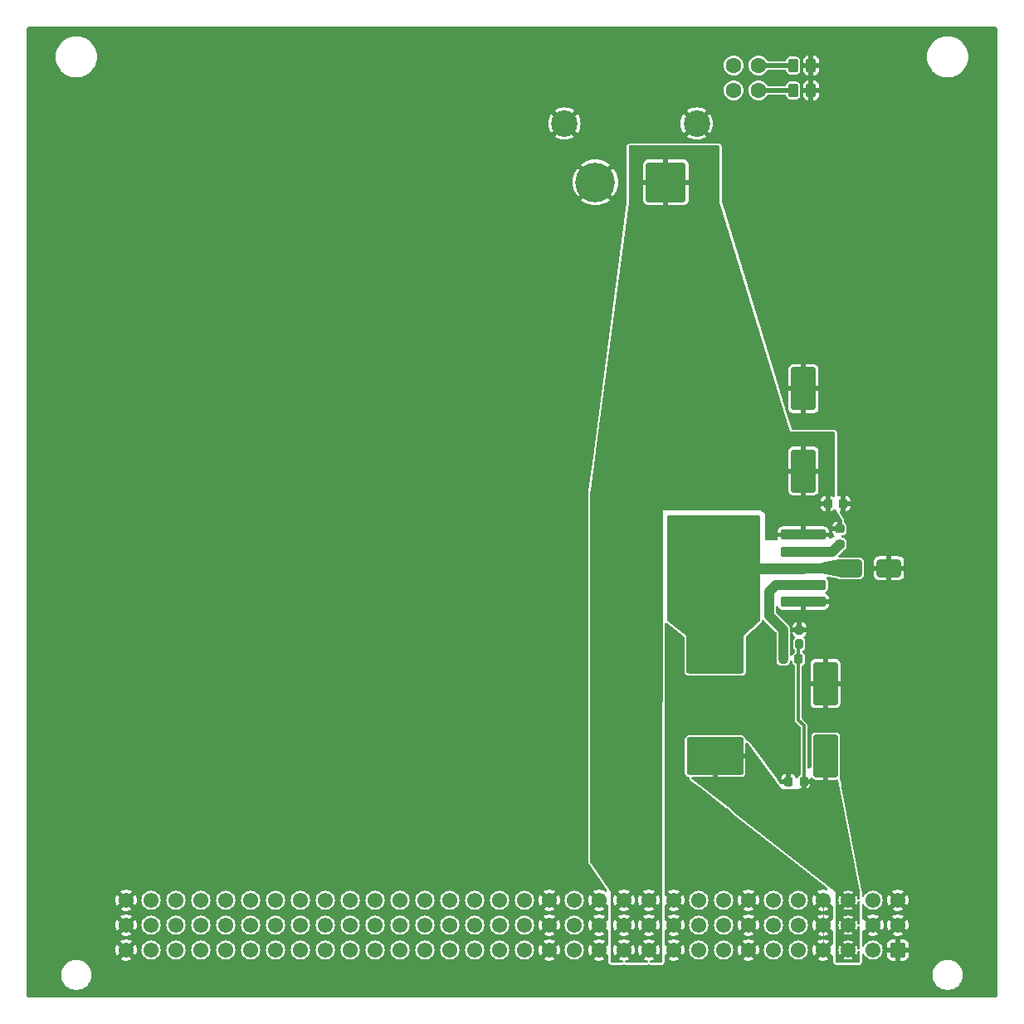
<source format=gbr>
%TF.GenerationSoftware,KiCad,Pcbnew,8.0.7*%
%TF.CreationDate,2025-02-21T01:46:00+01:00*%
%TF.ProjectId,TPB,5450422e-6b69-4636-9164-5f7063625858,1.0.0*%
%TF.SameCoordinates,Original*%
%TF.FileFunction,Copper,L1,Top*%
%TF.FilePolarity,Positive*%
%FSLAX46Y46*%
G04 Gerber Fmt 4.6, Leading zero omitted, Abs format (unit mm)*
G04 Created by KiCad (PCBNEW 8.0.7) date 2025-02-21 01:46:00*
%MOMM*%
%LPD*%
G01*
G04 APERTURE LIST*
G04 Aperture macros list*
%AMRoundRect*
0 Rectangle with rounded corners*
0 $1 Rounding radius*
0 $2 $3 $4 $5 $6 $7 $8 $9 X,Y pos of 4 corners*
0 Add a 4 corners polygon primitive as box body*
4,1,4,$2,$3,$4,$5,$6,$7,$8,$9,$2,$3,0*
0 Add four circle primitives for the rounded corners*
1,1,$1+$1,$2,$3*
1,1,$1+$1,$4,$5*
1,1,$1+$1,$6,$7*
1,1,$1+$1,$8,$9*
0 Add four rect primitives between the rounded corners*
20,1,$1+$1,$2,$3,$4,$5,0*
20,1,$1+$1,$4,$5,$6,$7,0*
20,1,$1+$1,$6,$7,$8,$9,0*
20,1,$1+$1,$8,$9,$2,$3,0*%
G04 Aperture macros list end*
%TA.AperFunction,SMDPad,CuDef*%
%ADD10RoundRect,0.225000X0.225000X0.250000X-0.225000X0.250000X-0.225000X-0.250000X0.225000X-0.250000X0*%
%TD*%
%TA.AperFunction,SMDPad,CuDef*%
%ADD11RoundRect,0.250000X-1.000000X-0.650000X1.000000X-0.650000X1.000000X0.650000X-1.000000X0.650000X0*%
%TD*%
%TA.AperFunction,SMDPad,CuDef*%
%ADD12RoundRect,0.225000X-0.225000X-0.250000X0.225000X-0.250000X0.225000X0.250000X-0.225000X0.250000X0*%
%TD*%
%TA.AperFunction,SMDPad,CuDef*%
%ADD13RoundRect,0.250000X2.050000X0.300000X-2.050000X0.300000X-2.050000X-0.300000X2.050000X-0.300000X0*%
%TD*%
%TA.AperFunction,SMDPad,CuDef*%
%ADD14RoundRect,0.250000X2.025000X2.375000X-2.025000X2.375000X-2.025000X-2.375000X2.025000X-2.375000X0*%
%TD*%
%TA.AperFunction,SMDPad,CuDef*%
%ADD15RoundRect,0.250002X4.449998X5.149998X-4.449998X5.149998X-4.449998X-5.149998X4.449998X-5.149998X0*%
%TD*%
%TA.AperFunction,SMDPad,CuDef*%
%ADD16RoundRect,0.250000X1.000000X-1.950000X1.000000X1.950000X-1.000000X1.950000X-1.000000X-1.950000X0*%
%TD*%
%TA.AperFunction,SMDPad,CuDef*%
%ADD17RoundRect,0.225000X-0.250000X0.225000X-0.250000X-0.225000X0.250000X-0.225000X0.250000X0.225000X0*%
%TD*%
%TA.AperFunction,SMDPad,CuDef*%
%ADD18RoundRect,0.248780X-0.261220X-0.451220X0.261220X-0.451220X0.261220X0.451220X-0.261220X0.451220X0*%
%TD*%
%TA.AperFunction,ComponentPad*%
%ADD19RoundRect,0.249999X0.525001X0.525001X-0.525001X0.525001X-0.525001X-0.525001X0.525001X-0.525001X0*%
%TD*%
%TA.AperFunction,ComponentPad*%
%ADD20C,1.550000*%
%TD*%
%TA.AperFunction,SMDPad,CuDef*%
%ADD21RoundRect,0.250000X2.660000X-1.660000X2.660000X1.660000X-2.660000X1.660000X-2.660000X-1.660000X0*%
%TD*%
%TA.AperFunction,SMDPad,CuDef*%
%ADD22RoundRect,0.200000X-0.200000X-0.275000X0.200000X-0.275000X0.200000X0.275000X-0.200000X0.275000X0*%
%TD*%
%TA.AperFunction,ComponentPad*%
%ADD23C,2.700000*%
%TD*%
%TA.AperFunction,ComponentPad*%
%ADD24RoundRect,0.250000X-1.775000X-1.775000X1.775000X-1.775000X1.775000X1.775000X-1.775000X1.775000X0*%
%TD*%
%TA.AperFunction,ComponentPad*%
%ADD25C,4.050000*%
%TD*%
%TA.AperFunction,ComponentPad*%
%ADD26C,1.600000*%
%TD*%
%TA.AperFunction,SMDPad,CuDef*%
%ADD27RoundRect,0.200000X0.200000X0.275000X-0.200000X0.275000X-0.200000X-0.275000X0.200000X-0.275000X0*%
%TD*%
%TA.AperFunction,ViaPad*%
%ADD28C,0.600000*%
%TD*%
%TA.AperFunction,ViaPad*%
%ADD29C,0.500000*%
%TD*%
%TA.AperFunction,Conductor*%
%ADD30C,0.100000*%
%TD*%
%TA.AperFunction,Conductor*%
%ADD31C,0.300000*%
%TD*%
%TA.AperFunction,Conductor*%
%ADD32C,1.000000*%
%TD*%
%TA.AperFunction,Conductor*%
%ADD33C,1.100000*%
%TD*%
%TA.AperFunction,Conductor*%
%ADD34C,0.200000*%
%TD*%
%TA.AperFunction,Conductor*%
%ADD35C,0.500000*%
%TD*%
G04 APERTURE END LIST*
D10*
%TO.P,C400,1*%
%TO.N,+5V_STDBY*%
X79240000Y35000000D03*
%TO.P,C400,2*%
%TO.N,/converter/FB*%
X77680000Y35000000D03*
%TD*%
D11*
%TO.P,D403,1*%
%TO.N,Net-(U401-SW)*%
X84450000Y44275000D03*
%TO.P,D403,2*%
%TO.N,GND*%
X88450000Y44275000D03*
%TD*%
D12*
%TO.P,C419,1*%
%TO.N,+12V*%
X82225000Y50885000D03*
%TO.P,C419,2*%
%TO.N,GND*%
X83785000Y50885000D03*
%TD*%
D10*
%TO.P,C417,1*%
%TO.N,+5V_STDBY*%
X79780000Y22500000D03*
%TO.P,C417,2*%
%TO.N,GND*%
X78220000Y22500000D03*
%TD*%
D13*
%TO.P,U401,1,GND*%
%TO.N,GND*%
X79725000Y40875000D03*
%TO.P,U401,2,FB*%
%TO.N,/converter/FB*%
X79725000Y42575000D03*
%TO.P,U401,3,SW*%
%TO.N,Net-(U401-SW)*%
X79725000Y44275000D03*
D14*
X73000000Y41500000D03*
X73000000Y47050000D03*
D15*
X70575000Y44275000D03*
D14*
X68150000Y41500000D03*
X68150000Y47050000D03*
D13*
%TO.P,U401,4,VC*%
%TO.N,Net-(U401-VC)*%
X79725000Y45975000D03*
%TO.P,U401,5,VIN*%
%TO.N,+12V*%
X79725000Y47675000D03*
%TD*%
D16*
%TO.P,C421,1*%
%TO.N,+12V*%
X79725000Y54185000D03*
%TO.P,C421,2*%
%TO.N,GND*%
X79725000Y62585000D03*
%TD*%
D17*
%TO.P,C418,1*%
%TO.N,+12V*%
X83450000Y48280000D03*
%TO.P,C418,2*%
%TO.N,Net-(U401-VC)*%
X83450000Y46720000D03*
%TD*%
D18*
%TO.P,R400,1*%
%TO.N,Net-(LED400-Pad2)*%
X78690000Y95559157D03*
%TO.P,R400,2*%
%TO.N,GND*%
X80510000Y95559157D03*
%TD*%
D19*
%TO.P,J200,a1,a1*%
%TO.N,GND*%
X89370000Y5310001D03*
D20*
%TO.P,J200,a2,a2*%
%TO.N,/Backplane/BACKPLANE.D+*%
X86830000Y5310001D03*
%TO.P,J200,a3,a3*%
%TO.N,+5V_STDBY*%
X84290000Y5310001D03*
%TO.P,J200,a4,a4*%
%TO.N,GND*%
X81750000Y5310001D03*
%TO.P,J200,a5,a5*%
%TO.N,/Backplane/CAN1.+*%
X79210000Y5310001D03*
%TO.P,J200,a6,a6*%
%TO.N,/Backplane/CAN1.-*%
X76670000Y5310001D03*
%TO.P,J200,a7,a7*%
%TO.N,GND*%
X74130000Y5310001D03*
%TO.P,J200,a8,a8*%
%TO.N,/Backplane/CAN2.+*%
X71590000Y5310001D03*
%TO.P,J200,a9,a9*%
%TO.N,/Backplane/CAN2.-*%
X69050000Y5310001D03*
%TO.P,J200,a10,a10*%
%TO.N,GND*%
X66510000Y5310001D03*
%TO.P,J200,a11,a11*%
%TO.N,+12V*%
X63970000Y5310001D03*
%TO.P,J200,a12,a12*%
X61430000Y5310001D03*
%TO.P,J200,a13,a13*%
%TO.N,GND*%
X58890000Y5310001D03*
%TO.P,J200,a14,a14*%
%TO.N,+24V*%
X56350000Y5310001D03*
%TO.P,J200,a15,a15*%
%TO.N,GND*%
X53810000Y5310001D03*
%TO.P,J200,a16,a16*%
%TO.N,/Backplane/GPIOL0*%
X51270000Y5310001D03*
%TO.P,J200,a17,a17*%
%TO.N,/Backplane/GPIOL1*%
X48730000Y5310001D03*
%TO.P,J200,a18,a18*%
%TO.N,/Backplane/GPIOL2*%
X46190000Y5310001D03*
%TO.P,J200,a19,a19*%
%TO.N,/Backplane/GPIOL3*%
X43650000Y5310001D03*
%TO.P,J200,a20,a20*%
%TO.N,/Backplane/GPIOL4*%
X41110000Y5310001D03*
%TO.P,J200,a21,a21*%
%TO.N,/Backplane/GPIOL5*%
X38570000Y5310001D03*
%TO.P,J200,a22,a22*%
%TO.N,/Backplane/GPIOL6*%
X36030000Y5310001D03*
%TO.P,J200,a23,a23*%
%TO.N,/Backplane/GPIOL7*%
X33490000Y5310001D03*
%TO.P,J200,a24,a24*%
%TO.N,/Backplane/GPIOL8*%
X30950000Y5310001D03*
%TO.P,J200,a25,a25*%
%TO.N,/Backplane/GPIOL9*%
X28410000Y5310001D03*
%TO.P,J200,a26,a26*%
%TO.N,/Backplane/GPIOL10*%
X25870000Y5310001D03*
%TO.P,J200,a27,a27*%
%TO.N,/Backplane/GPIOL11*%
X23330000Y5310001D03*
%TO.P,J200,a28,a28*%
%TO.N,/Backplane/GPIOL12*%
X20790000Y5310001D03*
%TO.P,J200,a29,a29*%
%TO.N,/Backplane/GPIOL13*%
X18250000Y5310001D03*
%TO.P,J200,a30,a30*%
%TO.N,/Backplane/GPIOL14*%
X15710000Y5310001D03*
%TO.P,J200,a31,a31*%
%TO.N,/Backplane/GPIOL15*%
X13170000Y5310001D03*
%TO.P,J200,a32,a32*%
%TO.N,GND*%
X10630000Y5310001D03*
%TO.P,J200,b1,b1*%
X89370000Y7850001D03*
%TO.P,J200,b2,b2*%
X86830000Y7850001D03*
%TO.P,J200,b3,b3*%
%TO.N,+5V_STDBY*%
X84290000Y7850001D03*
%TO.P,J200,b4,b4*%
%TO.N,GND*%
X81750000Y7850001D03*
%TO.P,J200,b5,b5*%
%TO.N,/Backplane/CAN1.+*%
X79210000Y7850001D03*
%TO.P,J200,b6,b6*%
%TO.N,/Backplane/CAN1.-*%
X76670000Y7850001D03*
%TO.P,J200,b7,b7*%
%TO.N,GND*%
X74130000Y7850001D03*
%TO.P,J200,b8,b8*%
%TO.N,/Backplane/CAN2.+*%
X71590000Y7850001D03*
%TO.P,J200,b9,b9*%
%TO.N,/Backplane/CAN2.-*%
X69050000Y7850001D03*
%TO.P,J200,b10,b10*%
%TO.N,GND*%
X66510000Y7850001D03*
%TO.P,J200,b11,b11*%
%TO.N,+12V*%
X63970000Y7850001D03*
%TO.P,J200,b12,b12*%
X61430000Y7850001D03*
%TO.P,J200,b13,b13*%
%TO.N,GND*%
X58890000Y7850001D03*
%TO.P,J200,b14,b14*%
%TO.N,+24V*%
X56350000Y7850001D03*
%TO.P,J200,b15,b15*%
%TO.N,GND*%
X53810000Y7850001D03*
%TO.P,J200,b16,b16*%
%TO.N,/Backplane/GPIOC0*%
X51270000Y7850001D03*
%TO.P,J200,b17,b17*%
%TO.N,/Backplane/GPIOC1*%
X48730000Y7850001D03*
%TO.P,J200,b18,b18*%
%TO.N,/Backplane/GPIOC2*%
X46190000Y7850001D03*
%TO.P,J200,b19,b19*%
%TO.N,/Backplane/GPIOC3*%
X43650000Y7850001D03*
%TO.P,J200,b20,b20*%
%TO.N,/Backplane/GPIOC4*%
X41110000Y7850001D03*
%TO.P,J200,b21,b21*%
%TO.N,/Backplane/GPIOC5*%
X38570000Y7850001D03*
%TO.P,J200,b22,b22*%
%TO.N,/Backplane/GPIOC6*%
X36030000Y7850001D03*
%TO.P,J200,b23,b23*%
%TO.N,/Backplane/GPIOC7*%
X33490000Y7850001D03*
%TO.P,J200,b24,b24*%
%TO.N,/Backplane/GPIOC8*%
X30950000Y7850001D03*
%TO.P,J200,b25,b25*%
%TO.N,/Backplane/GPIOC9*%
X28410000Y7850001D03*
%TO.P,J200,b26,b26*%
%TO.N,/Backplane/GPIOC10*%
X25870000Y7850001D03*
%TO.P,J200,b27,b27*%
%TO.N,/Backplane/GPIOC11*%
X23330000Y7850001D03*
%TO.P,J200,b28,b28*%
%TO.N,/Backplane/GPIOC12*%
X20790000Y7850001D03*
%TO.P,J200,b29,b29*%
%TO.N,/Backplane/GPIOC13*%
X18250000Y7850001D03*
%TO.P,J200,b30,b30*%
%TO.N,/Backplane/GPIOC14*%
X15710000Y7850001D03*
%TO.P,J200,b31,b31*%
%TO.N,/Backplane/GPIOC15*%
X13170000Y7850001D03*
%TO.P,J200,b32,b32*%
%TO.N,GND*%
X10630000Y7850001D03*
%TO.P,J200,c1,c1*%
X89370000Y10390001D03*
%TO.P,J200,c2,c2*%
%TO.N,/Backplane/BACKPLANE.D-*%
X86830000Y10390001D03*
%TO.P,J200,c3,c3*%
%TO.N,+5V_STDBY*%
X84290000Y10390001D03*
%TO.P,J200,c4,c4*%
%TO.N,GND*%
X81750000Y10390001D03*
%TO.P,J200,c5,c5*%
%TO.N,/Backplane/CAN1.+*%
X79210000Y10390001D03*
%TO.P,J200,c6,c6*%
%TO.N,/Backplane/CAN1.-*%
X76670000Y10390001D03*
%TO.P,J200,c7,c7*%
%TO.N,GND*%
X74130000Y10390001D03*
%TO.P,J200,c8,c8*%
%TO.N,/Backplane/CAN2.+*%
X71590000Y10390001D03*
%TO.P,J200,c9,c9*%
%TO.N,/Backplane/CAN2.-*%
X69050000Y10390001D03*
%TO.P,J200,c10,c10*%
%TO.N,GND*%
X66510000Y10390001D03*
%TO.P,J200,c11,c11*%
%TO.N,+12V*%
X63970000Y10390001D03*
%TO.P,J200,c12,c12*%
X61430000Y10390001D03*
%TO.P,J200,c13,c13*%
%TO.N,GND*%
X58890000Y10390001D03*
%TO.P,J200,c14,c14*%
%TO.N,+24V*%
X56350000Y10390001D03*
%TO.P,J200,c15,c15*%
%TO.N,GND*%
X53810000Y10390001D03*
%TO.P,J200,c16,c16*%
%TO.N,/Backplane/GPIOR0*%
X51270000Y10390001D03*
%TO.P,J200,c17,c17*%
%TO.N,/Backplane/GPIOR1*%
X48730000Y10390001D03*
%TO.P,J200,c18,c18*%
%TO.N,/Backplane/GPIOR2*%
X46190000Y10390001D03*
%TO.P,J200,c19,c19*%
%TO.N,/Backplane/GPIOR3*%
X43650000Y10390001D03*
%TO.P,J200,c20,c20*%
%TO.N,/Backplane/GPIOR4*%
X41110000Y10390001D03*
%TO.P,J200,c21,c21*%
%TO.N,/Backplane/GPIOR5*%
X38570000Y10390001D03*
%TO.P,J200,c22,c22*%
%TO.N,/Backplane/GPIOR6*%
X36030000Y10390001D03*
%TO.P,J200,c23,c23*%
%TO.N,/Backplane/GPIOR7*%
X33490000Y10390001D03*
%TO.P,J200,c24,c24*%
%TO.N,/Backplane/GPIOR8*%
X30950000Y10390001D03*
%TO.P,J200,c25,c25*%
%TO.N,/Backplane/GPIOR9*%
X28410000Y10390001D03*
%TO.P,J200,c26,c26*%
%TO.N,/Backplane/GPIOR10*%
X25870000Y10390001D03*
%TO.P,J200,c27,c27*%
%TO.N,/Backplane/GPIOR11*%
X23330000Y10390001D03*
%TO.P,J200,c28,c28*%
%TO.N,/Backplane/GPIOR12*%
X20790000Y10390001D03*
%TO.P,J200,c29,c29*%
%TO.N,/Backplane/GPIOR13*%
X18250000Y10390001D03*
%TO.P,J200,c30,c30*%
%TO.N,/Backplane/GPIOR14*%
X15710000Y10390001D03*
%TO.P,J200,c31,c31*%
%TO.N,/Backplane/GPIOR15*%
X13170000Y10390001D03*
%TO.P,J200,c32,c32*%
%TO.N,GND*%
X10630000Y10390001D03*
%TD*%
D16*
%TO.P,C420,1*%
%TO.N,+5V_STDBY*%
X82000000Y25095000D03*
%TO.P,C420,2*%
%TO.N,GND*%
X82000000Y32495000D03*
%TD*%
D21*
%TO.P,L400,1*%
%TO.N,Net-(U401-SW)*%
X70725000Y35455000D03*
%TO.P,L400,2*%
%TO.N,+5V_STDBY*%
X70725000Y25095000D03*
%TD*%
D22*
%TO.P,R414,1*%
%TO.N,/converter/FB*%
X77680000Y38000000D03*
%TO.P,R414,2*%
%TO.N,GND*%
X79320000Y38000000D03*
%TD*%
D23*
%TO.P,J400,0*%
%TO.N,GND*%
X55350000Y89637500D03*
X68850000Y89637500D03*
D24*
%TO.P,J400,1,PWR*%
%TO.N,+12V*%
X65700000Y83637500D03*
D25*
%TO.P,J400,2,GND*%
%TO.N,GND*%
X58500000Y83637500D03*
%TD*%
D26*
%TO.P,LED400,1*%
%TO.N,+12V*%
X72613600Y95559157D03*
%TO.P,LED400,2*%
%TO.N,Net-(LED400-Pad2)*%
X75153600Y95559157D03*
%TO.P,LED400,3*%
%TO.N,+5V_STDBY*%
X72613600Y93019157D03*
%TO.P,LED400,4*%
%TO.N,Net-(LED400-Pad4)*%
X75153600Y93019157D03*
%TD*%
D27*
%TO.P,R413,1*%
%TO.N,+5V_STDBY*%
X79320000Y36500000D03*
%TO.P,R413,2*%
%TO.N,/converter/FB*%
X77680000Y36500000D03*
%TD*%
D18*
%TO.P,R401,1*%
%TO.N,Net-(LED400-Pad4)*%
X78690000Y93019157D03*
%TO.P,R401,2*%
%TO.N,GND*%
X80510000Y93019157D03*
%TD*%
D28*
%TO.N,GND*%
X86630000Y33285001D03*
X30630000Y29285001D03*
X86630000Y53285001D03*
X6630000Y17285001D03*
X10630000Y25285001D03*
X14630000Y77285001D03*
X18630000Y97285001D03*
X98630000Y93285001D03*
X6630000Y77285001D03*
X2630000Y89285001D03*
X10630000Y57285001D03*
X10630000Y33285001D03*
X22630000Y37285001D03*
X6630000Y53285001D03*
X78630000Y97285001D03*
X34630000Y53285001D03*
X18630000Y33285001D03*
X26630000Y61285001D03*
X42630000Y81285001D03*
X2630000Y29285001D03*
X18630000Y65285001D03*
X10630000Y93285001D03*
X66630000Y1285001D03*
X86630000Y45285001D03*
X6630000Y81285001D03*
X90630000Y17285001D03*
X22630000Y77285001D03*
X10630000Y73285001D03*
X46630000Y41285001D03*
X2630000Y13285001D03*
X54630000Y1285001D03*
X50630000Y81285001D03*
X62630000Y93285001D03*
X42630000Y41285001D03*
X2630000Y81285001D03*
X98630000Y57285001D03*
X66630000Y33285001D03*
X46630000Y25285001D03*
X42630000Y1285001D03*
X42630000Y89285001D03*
X38630000Y13285001D03*
X54630000Y57285001D03*
X94630000Y77285001D03*
X18630000Y73285001D03*
X94630000Y85285001D03*
X22630000Y1285001D03*
X18630000Y17285001D03*
X38630000Y61285001D03*
X50630000Y33285001D03*
X22630000Y53285001D03*
X22630000Y93285001D03*
X38630000Y37285001D03*
X14630000Y69285001D03*
X46630000Y13285001D03*
X18630000Y53285001D03*
X30630000Y77285001D03*
X34630000Y57285001D03*
X38630000Y93285001D03*
X54630000Y61285001D03*
X30630000Y89285001D03*
X10630000Y85285001D03*
X50630000Y85285001D03*
X70630000Y13285001D03*
X58630000Y73285001D03*
X34630000Y29285001D03*
X94630000Y93285001D03*
X18630000Y77285001D03*
X38630000Y33285001D03*
X90630000Y41285001D03*
X2630000Y37285001D03*
X98630000Y33285001D03*
X46630000Y77285001D03*
X22630000Y25285001D03*
X26630000Y81285001D03*
X34630000Y89285001D03*
X42630000Y73285001D03*
X18630000Y85285001D03*
X10630000Y45285001D03*
X54630000Y53285001D03*
X26630000Y13285001D03*
X58630000Y65285001D03*
X90630000Y77285001D03*
X54630000Y17285001D03*
X10630000Y77285001D03*
X98630000Y5285001D03*
X30630000Y65285001D03*
X26630000Y53285001D03*
X98630000Y97285001D03*
X90630000Y57285001D03*
X98630000Y29285001D03*
X38630000Y57285001D03*
X94630000Y13285001D03*
X90630000Y97285001D03*
X30630000Y97285001D03*
X82630000Y89285001D03*
X26630000Y17285001D03*
X30630000Y21285001D03*
X14630000Y65285001D03*
X50630000Y53285001D03*
X54630000Y93285001D03*
X22630000Y45285001D03*
X22630000Y29285001D03*
X10630000Y17285001D03*
X6630000Y21285001D03*
X98630000Y53285001D03*
X98630000Y9285001D03*
X54630000Y49285001D03*
X86630000Y89285001D03*
X54630000Y33285001D03*
X90630000Y61285001D03*
X78630000Y77285001D03*
X30630000Y81285001D03*
X18630000Y81285001D03*
X98630000Y65285001D03*
X22630000Y65285001D03*
X26630000Y33285001D03*
X98630000Y61285001D03*
X22630000Y21285001D03*
X50630000Y77285001D03*
X18630000Y37285001D03*
X86630000Y85285001D03*
X10630000Y89285001D03*
X18630000Y45285001D03*
X98630000Y49285001D03*
X34630000Y97285001D03*
X10630000Y13285001D03*
X46630000Y65285001D03*
X2630000Y97285001D03*
X86630000Y13285001D03*
X2630000Y53285001D03*
X66630000Y13285001D03*
X86630000Y65285001D03*
X26630000Y73285001D03*
X18630000Y13285001D03*
X22630000Y85285001D03*
X46630000Y37285001D03*
X30630000Y73285001D03*
X42630000Y33285001D03*
X38630000Y85285001D03*
X30630000Y41285001D03*
X26630000Y45285001D03*
X86630000Y69285001D03*
X50630000Y93285001D03*
X22630000Y33285001D03*
X90630000Y49285001D03*
X70630000Y17285001D03*
X14630000Y13285001D03*
X30630000Y53285001D03*
X58630000Y97285001D03*
X18630000Y1285001D03*
X90630000Y33285001D03*
X22630000Y13285001D03*
X14630000Y25285001D03*
X90630000Y45285001D03*
X58630000Y89285001D03*
X66630000Y93285001D03*
X22630000Y89285001D03*
X86630000Y73285001D03*
X2630000Y17285001D03*
X34630000Y85285001D03*
X94630000Y89285001D03*
X26630000Y69285001D03*
X70630000Y1285001D03*
X2630000Y49285001D03*
X54630000Y41285001D03*
X42630000Y21285001D03*
X90630000Y1285001D03*
X10630000Y97285001D03*
X46630000Y45285001D03*
X38630000Y41285001D03*
X54630000Y81285001D03*
X2630000Y5285001D03*
X6630000Y89285001D03*
X2630000Y93285001D03*
X46630000Y57285001D03*
X6630000Y93285001D03*
X22630000Y57285001D03*
X74630000Y37285001D03*
X10630000Y49285001D03*
X82630000Y69285001D03*
X74630000Y13285001D03*
X78630000Y85285001D03*
X30630000Y25285001D03*
X26630000Y49285001D03*
X14630000Y85285001D03*
X54630000Y97285001D03*
X98630000Y21285001D03*
X34630000Y69285001D03*
X82630000Y65285001D03*
X30630000Y37285001D03*
X2630000Y57285001D03*
X78630000Y13285001D03*
X26630000Y37285001D03*
X6630000Y5285001D03*
X90630000Y53285001D03*
X50630000Y89285001D03*
X22630000Y97285001D03*
X54630000Y29285001D03*
X38630000Y81285001D03*
X38630000Y53285001D03*
X18630000Y29285001D03*
X86630000Y1285001D03*
X86630000Y17285001D03*
X90630000Y69285001D03*
X6630000Y57285001D03*
X26630000Y89285001D03*
X30630000Y61285001D03*
X2630000Y25285001D03*
X82630000Y29285001D03*
X82630000Y1285001D03*
X34630000Y25285001D03*
X66630000Y97285001D03*
X50630000Y45285001D03*
X58630000Y1285001D03*
X14630000Y41285001D03*
X74630000Y85285001D03*
X50630000Y21285001D03*
X82630000Y93285001D03*
X82630000Y61285001D03*
X14630000Y57285001D03*
X38630000Y17285001D03*
X14630000Y89285001D03*
X90630000Y21285001D03*
X38630000Y49285001D03*
X78630000Y69285001D03*
X66630000Y17285001D03*
X50630000Y73285001D03*
X42630000Y69285001D03*
X30630000Y57285001D03*
X46630000Y17285001D03*
X6630000Y37285001D03*
X42630000Y49285001D03*
X10630000Y53285001D03*
X2630000Y73285001D03*
X14630000Y45285001D03*
X2630000Y41285001D03*
X74630000Y97285001D03*
X62630000Y89285001D03*
X90630000Y9285001D03*
X82630000Y81285001D03*
X14630000Y21285001D03*
X62630000Y97285001D03*
X86630000Y37285001D03*
X10630000Y29285001D03*
X2630000Y65285001D03*
X30630000Y93285001D03*
X46630000Y53285001D03*
X94630000Y25285001D03*
X86630000Y41285001D03*
X38630000Y65285001D03*
X82630000Y37285001D03*
X42630000Y65285001D03*
X78630000Y1285001D03*
X98630000Y25285001D03*
X34630000Y13285001D03*
X38630000Y77285001D03*
X66630000Y25285001D03*
X26630000Y65285001D03*
X42630000Y61285001D03*
X98630000Y1285001D03*
X58630000Y93285001D03*
X90630000Y29285001D03*
X14630000Y53285001D03*
X42630000Y37285001D03*
X94630000Y9285001D03*
X46630000Y1285001D03*
X98630000Y13285001D03*
X46630000Y73285001D03*
X34630000Y65285001D03*
X50630000Y57285001D03*
X34630000Y93285001D03*
X54630000Y37285001D03*
X30630000Y13285001D03*
X82630000Y85285001D03*
X18630000Y89285001D03*
X54630000Y21285001D03*
X78630000Y89285001D03*
X26630000Y77285001D03*
X66630000Y37285001D03*
X42630000Y77285001D03*
X14630000Y9285001D03*
X86630000Y81285001D03*
X34630000Y61285001D03*
X86630000Y49285001D03*
X62630000Y1285001D03*
X50630000Y61285001D03*
X58630000Y77285001D03*
X86630000Y61285001D03*
X14630000Y33285001D03*
X74630000Y1285001D03*
X14630000Y97285001D03*
X82630000Y73285001D03*
X90630000Y37285001D03*
X42630000Y45285001D03*
X90630000Y13285001D03*
X6630000Y45285001D03*
X22630000Y73285001D03*
X2630000Y85285001D03*
X22630000Y41285001D03*
X2630000Y1285001D03*
X94630000Y5285001D03*
X6630000Y61285001D03*
X82630000Y77285001D03*
X2630000Y61285001D03*
X54630000Y45285001D03*
X6630000Y13285001D03*
X18630000Y25285001D03*
X46630000Y85285001D03*
X90630000Y93285001D03*
X98630000Y37285001D03*
X34630000Y17285001D03*
X58630000Y61285001D03*
X94630000Y21285001D03*
X50630000Y69285001D03*
X78630000Y81285001D03*
X50630000Y13285001D03*
X82630000Y41285001D03*
X98630000Y45285001D03*
X98630000Y17285001D03*
X86630000Y93285001D03*
X6630000Y69285001D03*
X22630000Y81285001D03*
X98630000Y81285001D03*
X78630000Y25285001D03*
X22630000Y69285001D03*
X26630000Y57285001D03*
X10630000Y65285001D03*
X6630000Y9285001D03*
X10630000Y21285001D03*
X90630000Y65285001D03*
X74630000Y73285001D03*
X38630000Y1285001D03*
X46630000Y49285001D03*
X6630000Y41285001D03*
X86630000Y77285001D03*
X10630000Y61285001D03*
X6630000Y29285001D03*
X74630000Y33285001D03*
X86630000Y57285001D03*
X6630000Y25285001D03*
X14630000Y29285001D03*
X50630000Y17285001D03*
X54630000Y13285001D03*
X30630000Y1285001D03*
X14630000Y61285001D03*
X10630000Y41285001D03*
X26630000Y97285001D03*
X46630000Y97285001D03*
X94630000Y81285001D03*
X42630000Y57285001D03*
X46630000Y33285001D03*
X90630000Y73285001D03*
X46630000Y29285001D03*
X98630000Y41285001D03*
X46630000Y69285001D03*
X30630000Y33285001D03*
X34630000Y21285001D03*
X22630000Y17285001D03*
X18630000Y41285001D03*
X90630000Y89285001D03*
X50630000Y65285001D03*
X26630000Y93285001D03*
X54630000Y69285001D03*
X42630000Y25285001D03*
X10630000Y69285001D03*
X38630000Y69285001D03*
X50630000Y41285001D03*
X14630000Y81285001D03*
X50630000Y25285001D03*
X34630000Y33285001D03*
X78630000Y65285001D03*
X10630000Y81285001D03*
X26630000Y85285001D03*
X26630000Y1285001D03*
X34630000Y41285001D03*
X66630000Y29285001D03*
X94630000Y73285001D03*
X18630000Y57285001D03*
X98630000Y89285001D03*
X74630000Y77285001D03*
X42630000Y9285001D03*
X14630000Y37285001D03*
X6630000Y49285001D03*
X34630000Y49285001D03*
X2630000Y69285001D03*
X38630000Y25285001D03*
X42630000Y93285001D03*
X50630000Y37285001D03*
X42630000Y13285001D03*
X86630000Y25285001D03*
X26630000Y25285001D03*
X14630000Y93285001D03*
X14630000Y49285001D03*
X2630000Y9285001D03*
X18630000Y21285001D03*
X6630000Y33285001D03*
X94630000Y17285001D03*
X46630000Y89285001D03*
X38630000Y89285001D03*
X34630000Y1285001D03*
X30630000Y85285001D03*
X34630000Y37285001D03*
X82630000Y97285001D03*
X2630000Y45285001D03*
X34630000Y81285001D03*
X46630000Y93285001D03*
X86630000Y97285001D03*
X54630000Y77285001D03*
X42630000Y17285001D03*
X50630000Y97285001D03*
X74630000Y89285001D03*
X42630000Y53285001D03*
X86630000Y29285001D03*
X54630000Y25285001D03*
X26630000Y41285001D03*
X6630000Y65285001D03*
X90630000Y85285001D03*
X30630000Y69285001D03*
X74630000Y29285001D03*
X6630000Y85285001D03*
X98630000Y77285001D03*
X50630000Y1285001D03*
X38630000Y73285001D03*
X18630000Y49285001D03*
X54630000Y73285001D03*
X54630000Y65285001D03*
X18630000Y93285001D03*
X38630000Y45285001D03*
X30630000Y17285001D03*
X30630000Y45285001D03*
X70630000Y29285001D03*
X38630000Y29285001D03*
X38630000Y97285001D03*
X14630000Y17285001D03*
X34630000Y45285001D03*
X30630000Y49285001D03*
X66630000Y21285001D03*
X14630000Y1285001D03*
X34630000Y9285001D03*
X10630000Y1285001D03*
X18630000Y61285001D03*
X54630000Y85285001D03*
X46630000Y21285001D03*
X58630000Y69285001D03*
X6630000Y73285001D03*
X42630000Y85285001D03*
X46630000Y81285001D03*
X18630000Y69285001D03*
X38630000Y21285001D03*
X98630000Y85285001D03*
X2630000Y77285001D03*
X26630000Y21285001D03*
X10630000Y37285001D03*
X22630000Y49285001D03*
X2630000Y21285001D03*
X34630000Y77285001D03*
X26630000Y29285001D03*
X98630000Y73285001D03*
X90630000Y81285001D03*
X42630000Y29285001D03*
X70630000Y97285001D03*
X98630000Y69285001D03*
X78630000Y73285001D03*
X74630000Y81285001D03*
X2630000Y33285001D03*
X42630000Y97285001D03*
X14630000Y73285001D03*
X50630000Y29285001D03*
X46630000Y61285001D03*
X50630000Y49285001D03*
X22630000Y61285001D03*
X34630000Y73285001D03*
D29*
%TO.N,+5V_STDBY*%
X82900000Y17800000D03*
%TD*%
D30*
%TO.N,GND*%
X81750000Y7850001D02*
X81750000Y10390001D01*
X81750000Y5310001D02*
X81750000Y7850001D01*
D31*
%TO.N,+5V_STDBY*%
X79240000Y36420000D02*
X79320000Y36500000D01*
X79240000Y35000000D02*
X79240000Y36420000D01*
X79240000Y28760000D02*
X79780000Y28220000D01*
X79240000Y35000000D02*
X79240000Y28760000D01*
X79780000Y28220000D02*
X79780000Y22500000D01*
D32*
%TO.N,Net-(U401-VC)*%
X79725000Y45975000D02*
X82705000Y45975000D01*
X82705000Y45975000D02*
X83450000Y46720000D01*
D33*
%TO.N,Net-(U401-SW)*%
X79725000Y44275000D02*
X70575000Y44275000D01*
D30*
X70725000Y44125000D02*
X70575000Y44275000D01*
D34*
X79725000Y44275000D02*
X84450000Y44275000D01*
D32*
%TO.N,/converter/FB*%
X77680000Y35000000D02*
X77680000Y36500000D01*
X76225000Y41885000D02*
X76915000Y42575000D01*
X76915000Y42575000D02*
X79725000Y42575000D01*
X76225000Y39455000D02*
X77680000Y38000000D01*
X76225000Y41885000D02*
X76225000Y39455000D01*
X77680000Y38000000D02*
X77680000Y36500000D01*
D35*
%TO.N,Net-(LED400-Pad4)*%
X75153600Y93019157D02*
X78690000Y93019157D01*
%TO.N,Net-(LED400-Pad2)*%
X75153600Y95559157D02*
X78690000Y95559157D01*
%TD*%
%TA.AperFunction,Conductor*%
%TO.N,+5V_STDBY*%
G36*
X74040202Y26448908D02*
G01*
X74058886Y26428668D01*
X74897808Y25288039D01*
X77499999Y21750000D01*
X77500000Y21750000D01*
X79249999Y21750000D01*
X79250000Y21750000D01*
X79253349Y21761514D01*
X79290972Y21820383D01*
X79354454Y21849569D01*
X79411993Y21841445D01*
X79412752Y21843777D01*
X79422034Y21840761D01*
X79521543Y21825001D01*
X79521554Y21825000D01*
X79529999Y21825001D01*
X80030000Y21825001D01*
X80038449Y21825001D01*
X80137967Y21840763D01*
X80257923Y21901884D01*
X80257928Y21901887D01*
X80353113Y21997072D01*
X80353116Y21997077D01*
X80414239Y22117034D01*
X80430000Y22216544D01*
X80430000Y22250000D01*
X80030000Y22250000D01*
X80030000Y21825001D01*
X79529999Y21825001D01*
X79530000Y21825002D01*
X79530000Y22236112D01*
X80016842Y22750000D01*
X80429999Y22750000D01*
X80429999Y22782688D01*
X80449684Y22849727D01*
X80502488Y22895482D01*
X80571646Y22905426D01*
X80635202Y22876401D01*
X80653770Y22856321D01*
X80678208Y22823208D01*
X80787354Y22742654D01*
X80915397Y22697851D01*
X80945792Y22695001D01*
X81749999Y22695001D01*
X81750000Y22695002D01*
X81750000Y24971000D01*
X81769685Y25038039D01*
X81822489Y25083794D01*
X81874000Y25095000D01*
X82126000Y25095000D01*
X82193039Y25075315D01*
X82238794Y25022511D01*
X82250000Y24971000D01*
X82250000Y22695001D01*
X83054196Y22695001D01*
X83084607Y22697852D01*
X83139730Y22717141D01*
X83209509Y22720704D01*
X83270137Y22685975D01*
X83302364Y22623982D01*
X83302434Y22623624D01*
X83453695Y21840763D01*
X85491277Y11295144D01*
X85497748Y11261656D01*
X85500000Y11238132D01*
X85500000Y10575990D01*
X85480315Y10508951D01*
X85427511Y10463196D01*
X85358353Y10453252D01*
X85294797Y10482277D01*
X85257023Y10541055D01*
X85252597Y10563836D01*
X85250893Y10581136D01*
X85250892Y10581138D01*
X85195142Y10764919D01*
X85133603Y10880052D01*
X84772962Y10519411D01*
X84755925Y10582994D01*
X84690099Y10697008D01*
X84597007Y10790100D01*
X84482993Y10855926D01*
X84419409Y10872964D01*
X84780050Y11233605D01*
X84780049Y11233606D01*
X84664920Y11295143D01*
X84664918Y11295144D01*
X84481136Y11350894D01*
X84481134Y11350895D01*
X84290000Y11369719D01*
X84098865Y11350895D01*
X84098863Y11350894D01*
X83915081Y11295144D01*
X83915078Y11295143D01*
X83799949Y11233606D01*
X84160591Y10872964D01*
X84097007Y10855926D01*
X83982993Y10790100D01*
X83889901Y10697008D01*
X83824075Y10582994D01*
X83807037Y10519411D01*
X83446395Y10880052D01*
X83384858Y10764923D01*
X83384857Y10764920D01*
X83329107Y10581138D01*
X83329106Y10581136D01*
X83310282Y10390001D01*
X83329106Y10198867D01*
X83329107Y10198865D01*
X83384857Y10015083D01*
X83384858Y10015081D01*
X83446395Y9899952D01*
X83446396Y9899951D01*
X83807037Y10260593D01*
X83824075Y10197008D01*
X83889901Y10082994D01*
X83982993Y9989902D01*
X84097007Y9924076D01*
X84160590Y9907039D01*
X83799949Y9546398D01*
X83915082Y9484859D01*
X84098863Y9429109D01*
X84098865Y9429108D01*
X84290000Y9410284D01*
X84481134Y9429108D01*
X84481136Y9429109D01*
X84664921Y9484860D01*
X84780049Y9546398D01*
X84419409Y9907039D01*
X84482993Y9924076D01*
X84597007Y9989902D01*
X84690099Y10082994D01*
X84755925Y10197008D01*
X84772962Y10260593D01*
X85133603Y9899952D01*
X85195141Y10015080D01*
X85250892Y10198865D01*
X85250893Y10198867D01*
X85252597Y10216167D01*
X85278758Y10280954D01*
X85335792Y10321313D01*
X85405592Y10324430D01*
X85465997Y10289316D01*
X85497828Y10227118D01*
X85500000Y10204013D01*
X85500000Y8035990D01*
X85480315Y7968951D01*
X85427511Y7923196D01*
X85358353Y7913252D01*
X85294797Y7942277D01*
X85257023Y8001055D01*
X85252597Y8023836D01*
X85250893Y8041136D01*
X85250892Y8041138D01*
X85195142Y8224919D01*
X85133603Y8340052D01*
X84772962Y7979411D01*
X84755925Y8042994D01*
X84690099Y8157008D01*
X84597007Y8250100D01*
X84482993Y8315926D01*
X84419409Y8332964D01*
X84780050Y8693605D01*
X84780049Y8693606D01*
X84664920Y8755143D01*
X84664918Y8755144D01*
X84481136Y8810894D01*
X84481134Y8810895D01*
X84290000Y8829719D01*
X84098865Y8810895D01*
X84098863Y8810894D01*
X83915081Y8755144D01*
X83915078Y8755143D01*
X83799949Y8693606D01*
X84160591Y8332964D01*
X84097007Y8315926D01*
X83982993Y8250100D01*
X83889901Y8157008D01*
X83824075Y8042994D01*
X83807037Y7979411D01*
X83446395Y8340052D01*
X83384858Y8224923D01*
X83384857Y8224920D01*
X83329107Y8041138D01*
X83329106Y8041136D01*
X83310282Y7850001D01*
X83329106Y7658867D01*
X83329107Y7658865D01*
X83384857Y7475083D01*
X83384858Y7475081D01*
X83446395Y7359952D01*
X83446396Y7359951D01*
X83807037Y7720593D01*
X83824075Y7657008D01*
X83889901Y7542994D01*
X83982993Y7449902D01*
X84097007Y7384076D01*
X84160590Y7367039D01*
X83799949Y7006398D01*
X83915082Y6944859D01*
X84098863Y6889109D01*
X84098865Y6889108D01*
X84290000Y6870284D01*
X84481134Y6889108D01*
X84481136Y6889109D01*
X84664921Y6944860D01*
X84780049Y7006398D01*
X84419409Y7367039D01*
X84482993Y7384076D01*
X84597007Y7449902D01*
X84690099Y7542994D01*
X84755925Y7657008D01*
X84772962Y7720593D01*
X85133603Y7359952D01*
X85195141Y7475080D01*
X85250892Y7658865D01*
X85250893Y7658867D01*
X85252597Y7676167D01*
X85278758Y7740954D01*
X85335792Y7781313D01*
X85405592Y7784430D01*
X85465997Y7749316D01*
X85497828Y7687118D01*
X85500000Y7664013D01*
X85500000Y5495990D01*
X85480315Y5428951D01*
X85427511Y5383196D01*
X85358353Y5373252D01*
X85294797Y5402277D01*
X85257023Y5461055D01*
X85252597Y5483836D01*
X85250893Y5501136D01*
X85250892Y5501138D01*
X85195142Y5684919D01*
X85133603Y5800052D01*
X84772962Y5439411D01*
X84755925Y5502994D01*
X84690099Y5617008D01*
X84597007Y5710100D01*
X84482993Y5775926D01*
X84419409Y5792964D01*
X84780050Y6153605D01*
X84780049Y6153606D01*
X84664920Y6215143D01*
X84664918Y6215144D01*
X84481136Y6270894D01*
X84481134Y6270895D01*
X84290000Y6289719D01*
X84098865Y6270895D01*
X84098863Y6270894D01*
X83915081Y6215144D01*
X83915078Y6215143D01*
X83799949Y6153606D01*
X84160591Y5792964D01*
X84097007Y5775926D01*
X83982993Y5710100D01*
X83889901Y5617008D01*
X83824075Y5502994D01*
X83807037Y5439411D01*
X83446395Y5800052D01*
X83384858Y5684923D01*
X83384857Y5684920D01*
X83329107Y5501138D01*
X83329106Y5501136D01*
X83310282Y5310001D01*
X83329106Y5118867D01*
X83329107Y5118865D01*
X83384857Y4935083D01*
X83384858Y4935081D01*
X83446395Y4819952D01*
X83446396Y4819951D01*
X83807037Y5180593D01*
X83824075Y5117008D01*
X83889901Y5002994D01*
X83982993Y4909902D01*
X84097007Y4844076D01*
X84160590Y4827039D01*
X83799949Y4466398D01*
X83915082Y4404859D01*
X84098863Y4349109D01*
X84098865Y4349108D01*
X84290000Y4330284D01*
X84481134Y4349108D01*
X84481136Y4349109D01*
X84664921Y4404860D01*
X84780049Y4466398D01*
X84419409Y4827039D01*
X84482993Y4844076D01*
X84597007Y4909902D01*
X84690099Y5002994D01*
X84755925Y5117008D01*
X84772962Y5180593D01*
X85133603Y4819952D01*
X85195141Y4935080D01*
X85250892Y5118865D01*
X85250893Y5118867D01*
X85252597Y5136167D01*
X85278758Y5200954D01*
X85335792Y5241313D01*
X85405592Y5244430D01*
X85465997Y5209316D01*
X85497828Y5147118D01*
X85500000Y5124013D01*
X85500000Y4124000D01*
X85480315Y4056961D01*
X85427511Y4011206D01*
X85376000Y4000000D01*
X83124000Y4000000D01*
X83056961Y4019685D01*
X83011206Y4072489D01*
X83000000Y4124000D01*
X83000000Y11250000D01*
X72979689Y19066342D01*
X72970676Y19074096D01*
X72025001Y19970000D01*
X68368323Y22762451D01*
X68326990Y22818783D01*
X68322674Y22888519D01*
X68356745Y22949519D01*
X68418387Y22982414D01*
X68443582Y22985001D01*
X70475000Y22985001D01*
X70975000Y22985001D01*
X73439196Y22985001D01*
X73469606Y22987852D01*
X73597645Y23032654D01*
X73706792Y23113208D01*
X73787346Y23222355D01*
X73832149Y23350396D01*
X73832149Y23350400D01*
X73835000Y23380794D01*
X73835000Y24845000D01*
X70975000Y24845000D01*
X70975000Y22985001D01*
X70475000Y22985001D01*
X70475000Y24971000D01*
X70494685Y25038039D01*
X70547489Y25083794D01*
X70599000Y25095000D01*
X70725000Y25095000D01*
X70725000Y25221000D01*
X70744685Y25288039D01*
X70797489Y25333794D01*
X70849000Y25345000D01*
X73834999Y25345000D01*
X73834999Y26355195D01*
X73854684Y26422234D01*
X73907488Y26467989D01*
X73976646Y26477933D01*
X74040202Y26448908D01*
G37*
%TD.AperFunction*%
%TD*%
%TA.AperFunction,Conductor*%
%TO.N,+12V*%
G36*
X71143039Y87380315D02*
G01*
X71188794Y87327511D01*
X71200000Y87276000D01*
X71200000Y81600000D01*
X78400000Y58200000D01*
X82851409Y58185406D01*
X82918381Y58165502D01*
X82963963Y58112548D01*
X82975000Y58061407D01*
X82975000Y51645415D01*
X82955315Y51578376D01*
X82902511Y51532621D01*
X82833353Y51522677D01*
X82776075Y51546611D01*
X82709729Y51596923D01*
X82575467Y51649869D01*
X82491102Y51660000D01*
X82475000Y51660000D01*
X82475000Y50110000D01*
X82491102Y50110000D01*
X82575467Y50120132D01*
X82575468Y50120132D01*
X82709729Y50173078D01*
X82831480Y50265404D01*
X82833047Y50263338D01*
X82882754Y50290491D01*
X82952446Y50285520D01*
X83008387Y50243659D01*
X83015221Y50233529D01*
X83277548Y49799999D01*
X83681657Y49132157D01*
X83680183Y49131266D01*
X83685500Y49125805D01*
X83685646Y49125564D01*
X83700000Y49067718D01*
X83700000Y48404000D01*
X83680315Y48336961D01*
X83627511Y48291206D01*
X83576000Y48280000D01*
X83450000Y48280000D01*
X83450000Y48154000D01*
X83430315Y48086961D01*
X83377511Y48041206D01*
X83326000Y48030000D01*
X82675000Y48030000D01*
X82675000Y48013898D01*
X82685131Y47929533D01*
X82685131Y47929532D01*
X82738077Y47795271D01*
X82825277Y47680281D01*
X82874039Y47643303D01*
X82915562Y47587110D01*
X82920113Y47517389D01*
X82886248Y47456275D01*
X82842250Y47428244D01*
X82492137Y47298334D01*
X82422437Y47293468D01*
X82361170Y47327056D01*
X82327789Y47388436D01*
X82325000Y47414589D01*
X82325000Y47425000D01*
X77125000Y47425000D01*
X77125000Y47331947D01*
X77133185Y47263784D01*
X77121633Y47194876D01*
X77074661Y47143152D01*
X77010069Y47125000D01*
X75949000Y47125000D01*
X75881961Y47144685D01*
X75836206Y47197489D01*
X75825000Y47249000D01*
X75825000Y48018054D01*
X77125000Y48018054D01*
X77125000Y47925000D01*
X79475000Y47925000D01*
X79975000Y47925000D01*
X82325000Y47925000D01*
X82325000Y48018054D01*
X82314386Y48106444D01*
X82258920Y48247096D01*
X82167564Y48367565D01*
X82047095Y48458921D01*
X81906443Y48514387D01*
X81818054Y48525000D01*
X79975000Y48525000D01*
X79975000Y47925000D01*
X79475000Y47925000D01*
X79475000Y48525000D01*
X77631946Y48525000D01*
X77543556Y48514387D01*
X77402904Y48458921D01*
X77282435Y48367565D01*
X77191079Y48247096D01*
X77135613Y48106444D01*
X77125000Y48018054D01*
X75825000Y48018054D01*
X75825000Y48546103D01*
X82675000Y48546103D01*
X82675000Y48530000D01*
X83200000Y48530000D01*
X83200000Y49030000D01*
X83158898Y49030000D01*
X83074532Y49019869D01*
X83074531Y49019869D01*
X82940270Y48966923D01*
X82825278Y48879722D01*
X82738077Y48764730D01*
X82685131Y48630469D01*
X82685131Y48630468D01*
X82675000Y48546103D01*
X75825000Y48546103D01*
X75825000Y49799999D01*
X75825000Y49800000D01*
X75562500Y50000000D01*
X75300001Y50200000D01*
X75300000Y50200000D01*
X65400000Y50200000D01*
X65350490Y10780010D01*
X65350000Y10389923D01*
X65350000Y4124000D01*
X65330315Y4056961D01*
X65277511Y4011206D01*
X65226000Y4000000D01*
X64150641Y4000000D01*
X64083602Y4019685D01*
X64037847Y4072489D01*
X64027903Y4141647D01*
X64056928Y4205203D01*
X64115706Y4242977D01*
X64127856Y4245889D01*
X64265445Y4271610D01*
X64265450Y4271611D01*
X64451217Y4343577D01*
X64451221Y4343579D01*
X64532527Y4393922D01*
X64099410Y4827039D01*
X64162993Y4844076D01*
X64277007Y4909902D01*
X64370099Y5002994D01*
X64435925Y5117008D01*
X64452962Y5180592D01*
X64889226Y4744328D01*
X64976697Y4919993D01*
X64976703Y4920008D01*
X65031222Y5111623D01*
X65031223Y5111625D01*
X65049605Y5310001D01*
X65049605Y5310002D01*
X65031223Y5508378D01*
X65031222Y5508380D01*
X64976703Y5699995D01*
X64976697Y5700010D01*
X64889225Y5875676D01*
X64452962Y5439412D01*
X64435925Y5502994D01*
X64370099Y5617008D01*
X64277007Y5710100D01*
X64162993Y5775926D01*
X64099409Y5792964D01*
X64532527Y6226082D01*
X64532526Y6226083D01*
X64451224Y6276422D01*
X64451215Y6276427D01*
X64265450Y6348392D01*
X64265445Y6348393D01*
X64069611Y6385001D01*
X63870389Y6385001D01*
X63674554Y6348393D01*
X63674553Y6348393D01*
X63488780Y6276425D01*
X63488776Y6276423D01*
X63407471Y6226082D01*
X63840590Y5792964D01*
X63777007Y5775926D01*
X63662993Y5710100D01*
X63569901Y5617008D01*
X63504075Y5502994D01*
X63487037Y5439411D01*
X63050773Y5875676D01*
X62963301Y5700008D01*
X62963293Y5699988D01*
X62908777Y5508381D01*
X62908776Y5508378D01*
X62890395Y5310002D01*
X62890395Y5310001D01*
X62908776Y5111625D01*
X62908777Y5111622D01*
X62963293Y4920015D01*
X62963301Y4919995D01*
X63050773Y4744328D01*
X63487037Y5180592D01*
X63504075Y5117008D01*
X63569901Y5002994D01*
X63662993Y4909902D01*
X63777007Y4844076D01*
X63840589Y4827039D01*
X63407471Y4393922D01*
X63407472Y4393921D01*
X63488775Y4343580D01*
X63488784Y4343576D01*
X63674549Y4271611D01*
X63674554Y4271610D01*
X63812144Y4245889D01*
X63874425Y4214221D01*
X63909698Y4153908D01*
X63906764Y4084100D01*
X63866555Y4026960D01*
X63801837Y4000629D01*
X63789359Y4000000D01*
X61610641Y4000000D01*
X61543602Y4019685D01*
X61497847Y4072489D01*
X61487903Y4141647D01*
X61516928Y4205203D01*
X61575706Y4242977D01*
X61587856Y4245889D01*
X61725445Y4271610D01*
X61725450Y4271611D01*
X61911217Y4343577D01*
X61911221Y4343579D01*
X61992527Y4393922D01*
X61559410Y4827039D01*
X61622993Y4844076D01*
X61737007Y4909902D01*
X61830099Y5002994D01*
X61895925Y5117008D01*
X61912962Y5180592D01*
X62349226Y4744328D01*
X62436697Y4919993D01*
X62436703Y4920008D01*
X62491222Y5111623D01*
X62491223Y5111625D01*
X62509605Y5310001D01*
X62509605Y5310002D01*
X62491223Y5508378D01*
X62491222Y5508380D01*
X62436703Y5699995D01*
X62436697Y5700010D01*
X62349225Y5875676D01*
X61912962Y5439412D01*
X61895925Y5502994D01*
X61830099Y5617008D01*
X61737007Y5710100D01*
X61622993Y5775926D01*
X61559409Y5792964D01*
X61992527Y6226082D01*
X61992526Y6226083D01*
X61911224Y6276422D01*
X61911215Y6276427D01*
X61725450Y6348392D01*
X61725445Y6348393D01*
X61529611Y6385001D01*
X61330389Y6385001D01*
X61134554Y6348393D01*
X61134553Y6348393D01*
X60948780Y6276425D01*
X60948776Y6276423D01*
X60867471Y6226082D01*
X61300590Y5792964D01*
X61237007Y5775926D01*
X61122993Y5710100D01*
X61029901Y5617008D01*
X60964075Y5502994D01*
X60947037Y5439411D01*
X60510773Y5875676D01*
X60423301Y5700008D01*
X60423293Y5699988D01*
X60368777Y5508381D01*
X60368776Y5508378D01*
X60350395Y5310002D01*
X60350395Y5310001D01*
X60368776Y5111625D01*
X60368777Y5111622D01*
X60423293Y4920015D01*
X60423301Y4919995D01*
X60510773Y4744328D01*
X60947037Y5180592D01*
X60964075Y5117008D01*
X61029901Y5002994D01*
X61122993Y4909902D01*
X61237007Y4844076D01*
X61300589Y4827039D01*
X60867471Y4393922D01*
X60867472Y4393921D01*
X60948775Y4343580D01*
X60948784Y4343576D01*
X61134549Y4271611D01*
X61134554Y4271610D01*
X61272144Y4245889D01*
X61334425Y4214221D01*
X61369698Y4153908D01*
X61366764Y4084100D01*
X61326555Y4026960D01*
X61261837Y4000629D01*
X61249359Y4000000D01*
X60174000Y4000000D01*
X60106961Y4019685D01*
X60061206Y4072489D01*
X60050000Y4124000D01*
X60050000Y7850002D01*
X60350395Y7850002D01*
X60350395Y7850001D01*
X60368776Y7651625D01*
X60368777Y7651622D01*
X60423293Y7460015D01*
X60423301Y7459995D01*
X60510773Y7284328D01*
X60947037Y7720592D01*
X60964075Y7657008D01*
X61029901Y7542994D01*
X61122993Y7449902D01*
X61237007Y7384076D01*
X61300589Y7367039D01*
X60867471Y6933922D01*
X60867472Y6933921D01*
X60948775Y6883580D01*
X60948784Y6883576D01*
X61134549Y6811611D01*
X61134554Y6811610D01*
X61330389Y6775001D01*
X61529611Y6775001D01*
X61725445Y6811610D01*
X61725450Y6811611D01*
X61911217Y6883577D01*
X61911221Y6883579D01*
X61992527Y6933922D01*
X61559410Y7367039D01*
X61622993Y7384076D01*
X61737007Y7449902D01*
X61830099Y7542994D01*
X61895925Y7657008D01*
X61912962Y7720592D01*
X62349226Y7284328D01*
X62436697Y7459993D01*
X62436703Y7460008D01*
X62491222Y7651623D01*
X62491223Y7651625D01*
X62509605Y7850001D01*
X62509605Y7850002D01*
X62890395Y7850002D01*
X62890395Y7850001D01*
X62908776Y7651625D01*
X62908777Y7651622D01*
X62963293Y7460015D01*
X62963301Y7459995D01*
X63050773Y7284328D01*
X63487037Y7720592D01*
X63504075Y7657008D01*
X63569901Y7542994D01*
X63662993Y7449902D01*
X63777007Y7384076D01*
X63840589Y7367039D01*
X63407471Y6933922D01*
X63407472Y6933921D01*
X63488775Y6883580D01*
X63488784Y6883576D01*
X63674549Y6811611D01*
X63674554Y6811610D01*
X63870389Y6775001D01*
X64069611Y6775001D01*
X64265445Y6811610D01*
X64265450Y6811611D01*
X64451217Y6883577D01*
X64451221Y6883579D01*
X64532527Y6933922D01*
X64099410Y7367039D01*
X64162993Y7384076D01*
X64277007Y7449902D01*
X64370099Y7542994D01*
X64435925Y7657008D01*
X64452962Y7720592D01*
X64889226Y7284328D01*
X64976697Y7459993D01*
X64976703Y7460008D01*
X65031222Y7651623D01*
X65031223Y7651625D01*
X65049605Y7850001D01*
X65049605Y7850002D01*
X65031223Y8048378D01*
X65031222Y8048380D01*
X64976703Y8239995D01*
X64976697Y8240010D01*
X64889225Y8415676D01*
X64452962Y7979412D01*
X64435925Y8042994D01*
X64370099Y8157008D01*
X64277007Y8250100D01*
X64162993Y8315926D01*
X64099409Y8332964D01*
X64532527Y8766082D01*
X64532526Y8766083D01*
X64451224Y8816422D01*
X64451215Y8816427D01*
X64265450Y8888392D01*
X64265445Y8888393D01*
X64069611Y8925001D01*
X63870389Y8925001D01*
X63674554Y8888393D01*
X63674553Y8888393D01*
X63488780Y8816425D01*
X63488776Y8816423D01*
X63407471Y8766082D01*
X63840590Y8332964D01*
X63777007Y8315926D01*
X63662993Y8250100D01*
X63569901Y8157008D01*
X63504075Y8042994D01*
X63487037Y7979411D01*
X63050773Y8415676D01*
X62963301Y8240008D01*
X62963293Y8239988D01*
X62908777Y8048381D01*
X62908776Y8048378D01*
X62890395Y7850002D01*
X62509605Y7850002D01*
X62491223Y8048378D01*
X62491222Y8048380D01*
X62436703Y8239995D01*
X62436697Y8240010D01*
X62349225Y8415676D01*
X61912962Y7979412D01*
X61895925Y8042994D01*
X61830099Y8157008D01*
X61737007Y8250100D01*
X61622993Y8315926D01*
X61559409Y8332964D01*
X61992527Y8766082D01*
X61992526Y8766083D01*
X61911224Y8816422D01*
X61911215Y8816427D01*
X61725450Y8888392D01*
X61725445Y8888393D01*
X61529611Y8925001D01*
X61330389Y8925001D01*
X61134554Y8888393D01*
X61134553Y8888393D01*
X60948780Y8816425D01*
X60948776Y8816423D01*
X60867471Y8766082D01*
X61300590Y8332964D01*
X61237007Y8315926D01*
X61122993Y8250100D01*
X61029901Y8157008D01*
X60964075Y8042994D01*
X60947037Y7979411D01*
X60510773Y8415676D01*
X60423301Y8240008D01*
X60423293Y8239988D01*
X60368777Y8048381D01*
X60368776Y8048378D01*
X60350395Y7850002D01*
X60050000Y7850002D01*
X60050000Y10390002D01*
X60350395Y10390002D01*
X60350395Y10390001D01*
X60368776Y10191625D01*
X60368777Y10191622D01*
X60423293Y10000015D01*
X60423301Y9999995D01*
X60510773Y9824328D01*
X60947037Y10260592D01*
X60964075Y10197008D01*
X61029901Y10082994D01*
X61122993Y9989902D01*
X61237007Y9924076D01*
X61300589Y9907039D01*
X60867471Y9473922D01*
X60867472Y9473921D01*
X60948775Y9423580D01*
X60948784Y9423576D01*
X61134549Y9351611D01*
X61134554Y9351610D01*
X61330389Y9315001D01*
X61529611Y9315001D01*
X61725445Y9351610D01*
X61725450Y9351611D01*
X61911217Y9423577D01*
X61911221Y9423579D01*
X61992527Y9473922D01*
X61559410Y9907039D01*
X61622993Y9924076D01*
X61737007Y9989902D01*
X61830099Y10082994D01*
X61895925Y10197008D01*
X61912962Y10260592D01*
X62349226Y9824328D01*
X62436697Y9999993D01*
X62436703Y10000008D01*
X62491222Y10191623D01*
X62491223Y10191625D01*
X62509605Y10390001D01*
X62509605Y10390002D01*
X62890395Y10390002D01*
X62890395Y10390001D01*
X62908776Y10191625D01*
X62908777Y10191622D01*
X62963293Y10000015D01*
X62963301Y9999995D01*
X63050773Y9824328D01*
X63487037Y10260592D01*
X63504075Y10197008D01*
X63569901Y10082994D01*
X63662993Y9989902D01*
X63777007Y9924076D01*
X63840589Y9907039D01*
X63407471Y9473922D01*
X63407472Y9473921D01*
X63488775Y9423580D01*
X63488784Y9423576D01*
X63674549Y9351611D01*
X63674554Y9351610D01*
X63870389Y9315001D01*
X64069611Y9315001D01*
X64265445Y9351610D01*
X64265450Y9351611D01*
X64451217Y9423577D01*
X64451221Y9423579D01*
X64532527Y9473922D01*
X64099410Y9907039D01*
X64162993Y9924076D01*
X64277007Y9989902D01*
X64370099Y10082994D01*
X64435925Y10197008D01*
X64452962Y10260592D01*
X64889226Y9824328D01*
X64976697Y9999993D01*
X64976703Y10000008D01*
X65031222Y10191623D01*
X65031223Y10191625D01*
X65049605Y10390001D01*
X65049605Y10390002D01*
X65031223Y10588378D01*
X65031222Y10588380D01*
X64976703Y10779995D01*
X64976697Y10780010D01*
X64889225Y10955676D01*
X64452962Y10519412D01*
X64435925Y10582994D01*
X64370099Y10697008D01*
X64277007Y10790100D01*
X64162993Y10855926D01*
X64099409Y10872964D01*
X64532527Y11306082D01*
X64532526Y11306083D01*
X64451224Y11356422D01*
X64451215Y11356427D01*
X64265450Y11428392D01*
X64265445Y11428393D01*
X64069611Y11465001D01*
X63870389Y11465001D01*
X63674554Y11428393D01*
X63674553Y11428393D01*
X63488780Y11356425D01*
X63488776Y11356423D01*
X63407471Y11306082D01*
X63840590Y10872964D01*
X63777007Y10855926D01*
X63662993Y10790100D01*
X63569901Y10697008D01*
X63504075Y10582994D01*
X63487037Y10519411D01*
X63050773Y10955676D01*
X62963301Y10780008D01*
X62963293Y10779988D01*
X62908777Y10588381D01*
X62908776Y10588378D01*
X62890395Y10390002D01*
X62509605Y10390002D01*
X62491223Y10588378D01*
X62491222Y10588380D01*
X62436703Y10779995D01*
X62436697Y10780010D01*
X62349225Y10955676D01*
X61912962Y10519412D01*
X61895925Y10582994D01*
X61830099Y10697008D01*
X61737007Y10790100D01*
X61622993Y10855926D01*
X61559409Y10872964D01*
X61992527Y11306082D01*
X61992526Y11306083D01*
X61911224Y11356422D01*
X61911215Y11356427D01*
X61725450Y11428392D01*
X61725445Y11428393D01*
X61529611Y11465001D01*
X61330389Y11465001D01*
X61134554Y11428393D01*
X61134553Y11428393D01*
X60948780Y11356425D01*
X60948776Y11356423D01*
X60867471Y11306082D01*
X61300590Y10872964D01*
X61237007Y10855926D01*
X61122993Y10790100D01*
X61029901Y10697008D01*
X60964075Y10582994D01*
X60947037Y10519411D01*
X60510773Y10955676D01*
X60423301Y10780008D01*
X60423293Y10779988D01*
X60368777Y10588381D01*
X60368776Y10588378D01*
X60350395Y10390002D01*
X60050000Y10390002D01*
X60050000Y11250001D01*
X58021620Y14218361D01*
X58000049Y14284818D01*
X58000000Y14288321D01*
X58000000Y50593898D01*
X81475000Y50593898D01*
X81485131Y50509533D01*
X81485131Y50509532D01*
X81538077Y50375271D01*
X81625278Y50260279D01*
X81740270Y50173078D01*
X81874532Y50120132D01*
X81958898Y50110000D01*
X81975000Y50110000D01*
X81975000Y50635000D01*
X81475000Y50635000D01*
X81475000Y50593898D01*
X58000000Y50593898D01*
X58000000Y51176103D01*
X81475000Y51176103D01*
X81475000Y51135000D01*
X81975000Y51135000D01*
X81975000Y51660000D01*
X81958898Y51660000D01*
X81874532Y51649869D01*
X81874531Y51649869D01*
X81740270Y51596923D01*
X81625278Y51509722D01*
X81538077Y51394730D01*
X81485131Y51260469D01*
X81485131Y51260468D01*
X81475000Y51176103D01*
X58000000Y51176103D01*
X58000000Y51991863D01*
X58001062Y52008061D01*
X58025290Y52191947D01*
X78175000Y52191947D01*
X78185613Y52103557D01*
X78241079Y51962905D01*
X78332435Y51842436D01*
X78452904Y51751080D01*
X78593556Y51695614D01*
X78681946Y51685000D01*
X79475000Y51685000D01*
X79975000Y51685000D01*
X80768054Y51685000D01*
X80856443Y51695614D01*
X80997095Y51751080D01*
X81117564Y51842436D01*
X81208920Y51962905D01*
X81264386Y52103557D01*
X81275000Y52191947D01*
X81275000Y53935000D01*
X79975000Y53935000D01*
X79975000Y51685000D01*
X79475000Y51685000D01*
X79475000Y53935000D01*
X78175000Y53935000D01*
X78175000Y52191947D01*
X58025290Y52191947D01*
X58550487Y56178054D01*
X78175000Y56178054D01*
X78175000Y54435000D01*
X79475000Y54435000D01*
X79975000Y54435000D01*
X81275000Y54435000D01*
X81275000Y56178054D01*
X81264386Y56266444D01*
X81208920Y56407096D01*
X81117564Y56527565D01*
X80997095Y56618921D01*
X80856443Y56674387D01*
X80768054Y56685000D01*
X79975000Y56685000D01*
X79975000Y54435000D01*
X79475000Y54435000D01*
X79475000Y56685000D01*
X78681946Y56685000D01*
X78593556Y56674387D01*
X78452904Y56618921D01*
X78332435Y56527565D01*
X78241079Y56407096D01*
X78185613Y56266444D01*
X78175000Y56178054D01*
X58550487Y56178054D01*
X58562133Y56266444D01*
X61900000Y81600000D01*
X61900000Y85455554D01*
X63375000Y85455554D01*
X63375000Y83887500D01*
X64372769Y83887500D01*
X64350000Y83743747D01*
X64350000Y83531253D01*
X64372769Y83387500D01*
X63375000Y83387500D01*
X63375000Y81819447D01*
X63385613Y81731057D01*
X63441079Y81590405D01*
X63532435Y81469936D01*
X63652904Y81378580D01*
X63793556Y81323114D01*
X63881946Y81312500D01*
X65450000Y81312500D01*
X65450000Y82310269D01*
X65593753Y82287500D01*
X65806247Y82287500D01*
X65950000Y82310269D01*
X65950000Y81312500D01*
X67518054Y81312500D01*
X67606443Y81323114D01*
X67747095Y81378580D01*
X67867564Y81469936D01*
X67958920Y81590405D01*
X68014386Y81731057D01*
X68025000Y81819447D01*
X68025000Y83387500D01*
X67027231Y83387500D01*
X67050000Y83531253D01*
X67050000Y83743747D01*
X67027231Y83887500D01*
X68025000Y83887500D01*
X68025000Y85455554D01*
X68014386Y85543944D01*
X67958920Y85684596D01*
X67867564Y85805065D01*
X67747095Y85896421D01*
X67606443Y85951887D01*
X67518054Y85962500D01*
X65950000Y85962500D01*
X65950000Y84964732D01*
X65806247Y84987500D01*
X65593753Y84987500D01*
X65450000Y84964732D01*
X65450000Y85962500D01*
X63881946Y85962500D01*
X63793556Y85951887D01*
X63652904Y85896421D01*
X63532435Y85805065D01*
X63441079Y85684596D01*
X63385613Y85543944D01*
X63375000Y85455554D01*
X61900000Y85455554D01*
X61900000Y87276000D01*
X61919685Y87343039D01*
X61972489Y87388794D01*
X62024000Y87400000D01*
X71076000Y87400000D01*
X71143039Y87380315D01*
G37*
%TD.AperFunction*%
%TD*%
%TA.AperFunction,Conductor*%
%TO.N,Net-(U401-SW)*%
G36*
X83424054Y45141726D02*
G01*
X83478226Y45097600D01*
X83499943Y45031191D01*
X83500000Y45027416D01*
X83500000Y43522585D01*
X83480315Y43455546D01*
X83427511Y43409791D01*
X83358353Y43399847D01*
X83354625Y43400441D01*
X81602625Y43707041D01*
X81539982Y43737987D01*
X81504015Y43797888D01*
X81500000Y43829185D01*
X81500000Y44720816D01*
X81519685Y44787855D01*
X81572489Y44833610D01*
X81602620Y44842959D01*
X83354627Y45149560D01*
X83424054Y45141726D01*
G37*
%TD.AperFunction*%
%TD*%
%TA.AperFunction,Conductor*%
%TO.N,Net-(U401-SW)*%
G36*
X75218039Y49655315D02*
G01*
X75263794Y49602511D01*
X75275000Y49551000D01*
X75275000Y38929385D01*
X75255315Y38862346D01*
X75234991Y38838163D01*
X73635000Y37365001D01*
X73635000Y33669000D01*
X73615315Y33601961D01*
X73562511Y33556206D01*
X73511000Y33545000D01*
X67939000Y33545000D01*
X67871961Y33564685D01*
X67826206Y33617489D01*
X67815000Y33669000D01*
X67815000Y37365001D01*
X65922836Y38837768D01*
X65882024Y38894478D01*
X65875000Y38935620D01*
X65875000Y49551000D01*
X65894685Y49618039D01*
X65947489Y49663794D01*
X65999000Y49675000D01*
X75151000Y49675000D01*
X75218039Y49655315D01*
G37*
%TD.AperFunction*%
%TD*%
%TA.AperFunction,Conductor*%
%TO.N,GND*%
G36*
X99442539Y99479815D02*
G01*
X99488294Y99427011D01*
X99499500Y99375500D01*
X99499500Y624500D01*
X99479815Y557461D01*
X99427011Y511706D01*
X99375500Y500500D01*
X624500Y500500D01*
X557461Y520185D01*
X511706Y572989D01*
X500500Y624500D01*
X500500Y2890060D01*
X4024500Y2890060D01*
X4024500Y2649943D01*
X4062063Y2412779D01*
X4136265Y2184408D01*
X4245276Y1970465D01*
X4386414Y1776205D01*
X4556204Y1606415D01*
X4750464Y1465277D01*
X4851543Y1413775D01*
X4964406Y1356267D01*
X4964408Y1356267D01*
X4964411Y1356265D01*
X5192778Y1282064D01*
X5429941Y1244501D01*
X5429942Y1244501D01*
X5670058Y1244501D01*
X5670059Y1244501D01*
X5907222Y1282064D01*
X6135589Y1356265D01*
X6349536Y1465277D01*
X6543796Y1606415D01*
X6713586Y1776205D01*
X6854724Y1970465D01*
X6963736Y2184412D01*
X7037937Y2412779D01*
X7075500Y2649942D01*
X7075500Y2890060D01*
X92924500Y2890060D01*
X92924500Y2649943D01*
X92962063Y2412779D01*
X93036265Y2184408D01*
X93145276Y1970465D01*
X93286414Y1776205D01*
X93456204Y1606415D01*
X93650464Y1465277D01*
X93751543Y1413775D01*
X93864406Y1356267D01*
X93864408Y1356267D01*
X93864411Y1356265D01*
X94092778Y1282064D01*
X94329941Y1244501D01*
X94329942Y1244501D01*
X94570058Y1244501D01*
X94570059Y1244501D01*
X94807222Y1282064D01*
X95035589Y1356265D01*
X95249536Y1465277D01*
X95443796Y1606415D01*
X95613586Y1776205D01*
X95754724Y1970465D01*
X95863736Y2184412D01*
X95937937Y2412779D01*
X95975500Y2649942D01*
X95975500Y2890060D01*
X95937937Y3127223D01*
X95863736Y3355590D01*
X95863734Y3355593D01*
X95863734Y3355595D01*
X95754723Y3569538D01*
X95613586Y3763797D01*
X95443796Y3933587D01*
X95249536Y4074725D01*
X95238563Y4080316D01*
X95035593Y4183736D01*
X94807222Y4257938D01*
X94570059Y4295501D01*
X94329941Y4295501D01*
X94211359Y4276720D01*
X94092777Y4257938D01*
X93864406Y4183736D01*
X93650463Y4074725D01*
X93456201Y3933585D01*
X93286416Y3763800D01*
X93145276Y3569538D01*
X93036265Y3355595D01*
X92962063Y3127224D01*
X92924500Y2890060D01*
X7075500Y2890060D01*
X7037937Y3127223D01*
X6963736Y3355590D01*
X6963734Y3355593D01*
X6963734Y3355595D01*
X6854723Y3569538D01*
X6713586Y3763797D01*
X6543796Y3933587D01*
X6349536Y4074725D01*
X6338563Y4080316D01*
X6135593Y4183736D01*
X5907222Y4257938D01*
X5670059Y4295501D01*
X5429941Y4295501D01*
X5311359Y4276720D01*
X5192777Y4257938D01*
X4964406Y4183736D01*
X4750463Y4074725D01*
X4556201Y3933585D01*
X4386416Y3763800D01*
X4245276Y3569538D01*
X4136265Y3355595D01*
X4062063Y3127224D01*
X4024500Y2890060D01*
X500500Y2890060D01*
X500500Y5310002D01*
X9550395Y5310002D01*
X9550395Y5310001D01*
X9568776Y5111625D01*
X9568777Y5111622D01*
X9623293Y4920015D01*
X9623301Y4919995D01*
X9710773Y4744328D01*
X10147037Y5180592D01*
X10164075Y5117008D01*
X10229901Y5002994D01*
X10322993Y4909902D01*
X10437007Y4844076D01*
X10500589Y4827039D01*
X10067471Y4393922D01*
X10067472Y4393921D01*
X10148775Y4343580D01*
X10148784Y4343576D01*
X10334549Y4271611D01*
X10334554Y4271610D01*
X10530389Y4235001D01*
X10729611Y4235001D01*
X10925445Y4271610D01*
X10925450Y4271611D01*
X11111217Y4343577D01*
X11111221Y4343579D01*
X11192527Y4393922D01*
X10759410Y4827039D01*
X10822993Y4844076D01*
X10937007Y4909902D01*
X11030099Y5002994D01*
X11095925Y5117008D01*
X11112962Y5180592D01*
X11549226Y4744328D01*
X11636697Y4919993D01*
X11636703Y4920008D01*
X11691222Y5111623D01*
X11691223Y5111625D01*
X11709605Y5310001D01*
X12189780Y5310001D01*
X12208614Y5118772D01*
X12264396Y4934883D01*
X12354973Y4765426D01*
X12354977Y4765419D01*
X12476879Y4616881D01*
X12625417Y4494979D01*
X12625424Y4494975D01*
X12794881Y4404398D01*
X12794883Y4404398D01*
X12794886Y4404396D01*
X12978769Y4348616D01*
X12978768Y4348616D01*
X12995914Y4346928D01*
X13170000Y4329781D01*
X13361231Y4348616D01*
X13545114Y4404396D01*
X13714581Y4494978D01*
X13863120Y4616881D01*
X13985023Y4765420D01*
X14075605Y4934887D01*
X14131385Y5118770D01*
X14150220Y5310001D01*
X14729780Y5310001D01*
X14748614Y5118772D01*
X14804396Y4934883D01*
X14894973Y4765426D01*
X14894977Y4765419D01*
X15016879Y4616881D01*
X15165417Y4494979D01*
X15165424Y4494975D01*
X15334881Y4404398D01*
X15334883Y4404398D01*
X15334886Y4404396D01*
X15518769Y4348616D01*
X15518768Y4348616D01*
X15535914Y4346928D01*
X15710000Y4329781D01*
X15901231Y4348616D01*
X16085114Y4404396D01*
X16254581Y4494978D01*
X16403120Y4616881D01*
X16525023Y4765420D01*
X16615605Y4934887D01*
X16671385Y5118770D01*
X16690220Y5310001D01*
X17269780Y5310001D01*
X17288614Y5118772D01*
X17344396Y4934883D01*
X17434973Y4765426D01*
X17434977Y4765419D01*
X17556879Y4616881D01*
X17705417Y4494979D01*
X17705424Y4494975D01*
X17874881Y4404398D01*
X17874883Y4404398D01*
X17874886Y4404396D01*
X18058769Y4348616D01*
X18058768Y4348616D01*
X18075914Y4346928D01*
X18250000Y4329781D01*
X18441231Y4348616D01*
X18625114Y4404396D01*
X18794581Y4494978D01*
X18943120Y4616881D01*
X19065023Y4765420D01*
X19155605Y4934887D01*
X19211385Y5118770D01*
X19230220Y5310001D01*
X19809780Y5310001D01*
X19828614Y5118772D01*
X19884396Y4934883D01*
X19974973Y4765426D01*
X19974977Y4765419D01*
X20096879Y4616881D01*
X20245417Y4494979D01*
X20245424Y4494975D01*
X20414881Y4404398D01*
X20414883Y4404398D01*
X20414886Y4404396D01*
X20598769Y4348616D01*
X20598768Y4348616D01*
X20615914Y4346928D01*
X20790000Y4329781D01*
X20981231Y4348616D01*
X21165114Y4404396D01*
X21334581Y4494978D01*
X21483120Y4616881D01*
X21605023Y4765420D01*
X21695605Y4934887D01*
X21751385Y5118770D01*
X21770220Y5310001D01*
X22349780Y5310001D01*
X22368614Y5118772D01*
X22424396Y4934883D01*
X22514973Y4765426D01*
X22514977Y4765419D01*
X22636879Y4616881D01*
X22785417Y4494979D01*
X22785424Y4494975D01*
X22954881Y4404398D01*
X22954883Y4404398D01*
X22954886Y4404396D01*
X23138769Y4348616D01*
X23138768Y4348616D01*
X23155914Y4346928D01*
X23330000Y4329781D01*
X23521231Y4348616D01*
X23705114Y4404396D01*
X23874581Y4494978D01*
X24023120Y4616881D01*
X24145023Y4765420D01*
X24235605Y4934887D01*
X24291385Y5118770D01*
X24310220Y5310001D01*
X24889780Y5310001D01*
X24908614Y5118772D01*
X24964396Y4934883D01*
X25054973Y4765426D01*
X25054977Y4765419D01*
X25176879Y4616881D01*
X25325417Y4494979D01*
X25325424Y4494975D01*
X25494881Y4404398D01*
X25494883Y4404398D01*
X25494886Y4404396D01*
X25678769Y4348616D01*
X25678768Y4348616D01*
X25695914Y4346928D01*
X25870000Y4329781D01*
X26061231Y4348616D01*
X26245114Y4404396D01*
X26414581Y4494978D01*
X26563120Y4616881D01*
X26685023Y4765420D01*
X26775605Y4934887D01*
X26831385Y5118770D01*
X26850220Y5310001D01*
X27429780Y5310001D01*
X27448614Y5118772D01*
X27504396Y4934883D01*
X27594973Y4765426D01*
X27594977Y4765419D01*
X27716879Y4616881D01*
X27865417Y4494979D01*
X27865424Y4494975D01*
X28034881Y4404398D01*
X28034883Y4404398D01*
X28034886Y4404396D01*
X28218769Y4348616D01*
X28218768Y4348616D01*
X28235914Y4346928D01*
X28410000Y4329781D01*
X28601231Y4348616D01*
X28785114Y4404396D01*
X28954581Y4494978D01*
X29103120Y4616881D01*
X29225023Y4765420D01*
X29315605Y4934887D01*
X29371385Y5118770D01*
X29390220Y5310001D01*
X29969780Y5310001D01*
X29988614Y5118772D01*
X30044396Y4934883D01*
X30134973Y4765426D01*
X30134977Y4765419D01*
X30256879Y4616881D01*
X30405417Y4494979D01*
X30405424Y4494975D01*
X30574881Y4404398D01*
X30574883Y4404398D01*
X30574886Y4404396D01*
X30758769Y4348616D01*
X30758768Y4348616D01*
X30775914Y4346928D01*
X30950000Y4329781D01*
X31141231Y4348616D01*
X31325114Y4404396D01*
X31494581Y4494978D01*
X31643120Y4616881D01*
X31765023Y4765420D01*
X31855605Y4934887D01*
X31911385Y5118770D01*
X31930220Y5310001D01*
X32509780Y5310001D01*
X32528614Y5118772D01*
X32584396Y4934883D01*
X32674973Y4765426D01*
X32674977Y4765419D01*
X32796879Y4616881D01*
X32945417Y4494979D01*
X32945424Y4494975D01*
X33114881Y4404398D01*
X33114883Y4404398D01*
X33114886Y4404396D01*
X33298769Y4348616D01*
X33298768Y4348616D01*
X33315914Y4346928D01*
X33490000Y4329781D01*
X33681231Y4348616D01*
X33865114Y4404396D01*
X34034581Y4494978D01*
X34183120Y4616881D01*
X34305023Y4765420D01*
X34395605Y4934887D01*
X34451385Y5118770D01*
X34470220Y5310001D01*
X35049780Y5310001D01*
X35068614Y5118772D01*
X35124396Y4934883D01*
X35214973Y4765426D01*
X35214977Y4765419D01*
X35336879Y4616881D01*
X35485417Y4494979D01*
X35485424Y4494975D01*
X35654881Y4404398D01*
X35654883Y4404398D01*
X35654886Y4404396D01*
X35838769Y4348616D01*
X35838768Y4348616D01*
X35855914Y4346928D01*
X36030000Y4329781D01*
X36221231Y4348616D01*
X36405114Y4404396D01*
X36574581Y4494978D01*
X36723120Y4616881D01*
X36845023Y4765420D01*
X36935605Y4934887D01*
X36991385Y5118770D01*
X37010220Y5310001D01*
X37589780Y5310001D01*
X37608614Y5118772D01*
X37664396Y4934883D01*
X37754973Y4765426D01*
X37754977Y4765419D01*
X37876879Y4616881D01*
X38025417Y4494979D01*
X38025424Y4494975D01*
X38194881Y4404398D01*
X38194883Y4404398D01*
X38194886Y4404396D01*
X38378769Y4348616D01*
X38378768Y4348616D01*
X38395914Y4346928D01*
X38570000Y4329781D01*
X38761231Y4348616D01*
X38945114Y4404396D01*
X39114581Y4494978D01*
X39263120Y4616881D01*
X39385023Y4765420D01*
X39475605Y4934887D01*
X39531385Y5118770D01*
X39550220Y5310001D01*
X40129780Y5310001D01*
X40148614Y5118772D01*
X40204396Y4934883D01*
X40294973Y4765426D01*
X40294977Y4765419D01*
X40416879Y4616881D01*
X40565417Y4494979D01*
X40565424Y4494975D01*
X40734881Y4404398D01*
X40734883Y4404398D01*
X40734886Y4404396D01*
X40918769Y4348616D01*
X40918768Y4348616D01*
X40935914Y4346928D01*
X41110000Y4329781D01*
X41301231Y4348616D01*
X41485114Y4404396D01*
X41654581Y4494978D01*
X41803120Y4616881D01*
X41925023Y4765420D01*
X42015605Y4934887D01*
X42071385Y5118770D01*
X42090220Y5310001D01*
X42669780Y5310001D01*
X42688614Y5118772D01*
X42744396Y4934883D01*
X42834973Y4765426D01*
X42834977Y4765419D01*
X42956879Y4616881D01*
X43105417Y4494979D01*
X43105424Y4494975D01*
X43274881Y4404398D01*
X43274883Y4404398D01*
X43274886Y4404396D01*
X43458769Y4348616D01*
X43458768Y4348616D01*
X43475914Y4346928D01*
X43650000Y4329781D01*
X43841231Y4348616D01*
X44025114Y4404396D01*
X44194581Y4494978D01*
X44343120Y4616881D01*
X44465023Y4765420D01*
X44555605Y4934887D01*
X44611385Y5118770D01*
X44630220Y5310001D01*
X45209780Y5310001D01*
X45228614Y5118772D01*
X45284396Y4934883D01*
X45374973Y4765426D01*
X45374977Y4765419D01*
X45496879Y4616881D01*
X45645417Y4494979D01*
X45645424Y4494975D01*
X45814881Y4404398D01*
X45814883Y4404398D01*
X45814886Y4404396D01*
X45998769Y4348616D01*
X45998768Y4348616D01*
X46015914Y4346928D01*
X46190000Y4329781D01*
X46381231Y4348616D01*
X46565114Y4404396D01*
X46734581Y4494978D01*
X46883120Y4616881D01*
X47005023Y4765420D01*
X47095605Y4934887D01*
X47151385Y5118770D01*
X47170220Y5310001D01*
X47749780Y5310001D01*
X47768614Y5118772D01*
X47824396Y4934883D01*
X47914973Y4765426D01*
X47914977Y4765419D01*
X48036879Y4616881D01*
X48185417Y4494979D01*
X48185424Y4494975D01*
X48354881Y4404398D01*
X48354883Y4404398D01*
X48354886Y4404396D01*
X48538769Y4348616D01*
X48538768Y4348616D01*
X48555914Y4346928D01*
X48730000Y4329781D01*
X48921231Y4348616D01*
X49105114Y4404396D01*
X49274581Y4494978D01*
X49423120Y4616881D01*
X49545023Y4765420D01*
X49635605Y4934887D01*
X49691385Y5118770D01*
X49710220Y5310001D01*
X50289780Y5310001D01*
X50308614Y5118772D01*
X50364396Y4934883D01*
X50454973Y4765426D01*
X50454977Y4765419D01*
X50576879Y4616881D01*
X50725417Y4494979D01*
X50725424Y4494975D01*
X50894881Y4404398D01*
X50894883Y4404398D01*
X50894886Y4404396D01*
X51078769Y4348616D01*
X51078768Y4348616D01*
X51095914Y4346928D01*
X51270000Y4329781D01*
X51461231Y4348616D01*
X51645114Y4404396D01*
X51814581Y4494978D01*
X51963120Y4616881D01*
X52085023Y4765420D01*
X52175605Y4934887D01*
X52231385Y5118770D01*
X52250220Y5310001D01*
X52250220Y5310002D01*
X52730395Y5310002D01*
X52730395Y5310001D01*
X52748776Y5111625D01*
X52748777Y5111622D01*
X52803293Y4920015D01*
X52803301Y4919995D01*
X52890773Y4744328D01*
X53327037Y5180592D01*
X53344075Y5117008D01*
X53409901Y5002994D01*
X53502993Y4909902D01*
X53617007Y4844076D01*
X53680589Y4827039D01*
X53247471Y4393922D01*
X53247472Y4393921D01*
X53328775Y4343580D01*
X53328784Y4343576D01*
X53514549Y4271611D01*
X53514554Y4271610D01*
X53710389Y4235001D01*
X53909611Y4235001D01*
X54105445Y4271610D01*
X54105450Y4271611D01*
X54291217Y4343577D01*
X54291221Y4343579D01*
X54372527Y4393922D01*
X53939410Y4827039D01*
X54002993Y4844076D01*
X54117007Y4909902D01*
X54210099Y5002994D01*
X54275925Y5117008D01*
X54292962Y5180592D01*
X54729226Y4744328D01*
X54816697Y4919993D01*
X54816703Y4920008D01*
X54871222Y5111623D01*
X54871223Y5111625D01*
X54889605Y5310001D01*
X55369780Y5310001D01*
X55388614Y5118772D01*
X55444396Y4934883D01*
X55534973Y4765426D01*
X55534977Y4765419D01*
X55656879Y4616881D01*
X55805417Y4494979D01*
X55805424Y4494975D01*
X55974881Y4404398D01*
X55974883Y4404398D01*
X55974886Y4404396D01*
X56158769Y4348616D01*
X56158768Y4348616D01*
X56175914Y4346928D01*
X56350000Y4329781D01*
X56541231Y4348616D01*
X56725114Y4404396D01*
X56894581Y4494978D01*
X57043120Y4616881D01*
X57165023Y4765420D01*
X57255605Y4934887D01*
X57311385Y5118770D01*
X57330220Y5310001D01*
X57311385Y5501232D01*
X57255605Y5685115D01*
X57255603Y5685118D01*
X57255603Y5685120D01*
X57165026Y5854577D01*
X57165022Y5854584D01*
X57043120Y6003122D01*
X56894582Y6125024D01*
X56894575Y6125028D01*
X56725118Y6215605D01*
X56633172Y6243496D01*
X56541231Y6271386D01*
X56541229Y6271387D01*
X56541231Y6271387D01*
X56350000Y6290221D01*
X56158770Y6271387D01*
X55974881Y6215605D01*
X55805424Y6125028D01*
X55805417Y6125024D01*
X55656879Y6003122D01*
X55534977Y5854584D01*
X55534973Y5854577D01*
X55444396Y5685120D01*
X55388614Y5501231D01*
X55369780Y5310001D01*
X54889605Y5310001D01*
X54889605Y5310002D01*
X54871223Y5508378D01*
X54871222Y5508380D01*
X54816703Y5699995D01*
X54816697Y5700010D01*
X54729225Y5875676D01*
X54292962Y5439412D01*
X54275925Y5502994D01*
X54210099Y5617008D01*
X54117007Y5710100D01*
X54002993Y5775926D01*
X53939409Y5792964D01*
X54372527Y6226082D01*
X54372526Y6226083D01*
X54291224Y6276422D01*
X54291215Y6276427D01*
X54105450Y6348392D01*
X54105445Y6348393D01*
X53909611Y6385001D01*
X53710389Y6385001D01*
X53514554Y6348393D01*
X53514553Y6348393D01*
X53328780Y6276425D01*
X53328776Y6276423D01*
X53247471Y6226082D01*
X53680590Y5792964D01*
X53617007Y5775926D01*
X53502993Y5710100D01*
X53409901Y5617008D01*
X53344075Y5502994D01*
X53327037Y5439411D01*
X52890773Y5875676D01*
X52803301Y5700008D01*
X52803293Y5699988D01*
X52748777Y5508381D01*
X52748776Y5508378D01*
X52730395Y5310002D01*
X52250220Y5310002D01*
X52231385Y5501232D01*
X52175605Y5685115D01*
X52175603Y5685118D01*
X52175603Y5685120D01*
X52085026Y5854577D01*
X52085022Y5854584D01*
X51963120Y6003122D01*
X51814582Y6125024D01*
X51814575Y6125028D01*
X51645118Y6215605D01*
X51553172Y6243496D01*
X51461231Y6271386D01*
X51461229Y6271387D01*
X51461231Y6271387D01*
X51270000Y6290221D01*
X51078770Y6271387D01*
X50894881Y6215605D01*
X50725424Y6125028D01*
X50725417Y6125024D01*
X50576879Y6003122D01*
X50454977Y5854584D01*
X50454973Y5854577D01*
X50364396Y5685120D01*
X50308614Y5501231D01*
X50289780Y5310001D01*
X49710220Y5310001D01*
X49691385Y5501232D01*
X49635605Y5685115D01*
X49635603Y5685118D01*
X49635603Y5685120D01*
X49545026Y5854577D01*
X49545022Y5854584D01*
X49423120Y6003122D01*
X49274582Y6125024D01*
X49274575Y6125028D01*
X49105118Y6215605D01*
X49013172Y6243496D01*
X48921231Y6271386D01*
X48921229Y6271387D01*
X48921231Y6271387D01*
X48730000Y6290221D01*
X48538770Y6271387D01*
X48354881Y6215605D01*
X48185424Y6125028D01*
X48185417Y6125024D01*
X48036879Y6003122D01*
X47914977Y5854584D01*
X47914973Y5854577D01*
X47824396Y5685120D01*
X47768614Y5501231D01*
X47749780Y5310001D01*
X47170220Y5310001D01*
X47151385Y5501232D01*
X47095605Y5685115D01*
X47095603Y5685118D01*
X47095603Y5685120D01*
X47005026Y5854577D01*
X47005022Y5854584D01*
X46883120Y6003122D01*
X46734582Y6125024D01*
X46734575Y6125028D01*
X46565118Y6215605D01*
X46473172Y6243496D01*
X46381231Y6271386D01*
X46381229Y6271387D01*
X46381231Y6271387D01*
X46190000Y6290221D01*
X45998770Y6271387D01*
X45814881Y6215605D01*
X45645424Y6125028D01*
X45645417Y6125024D01*
X45496879Y6003122D01*
X45374977Y5854584D01*
X45374973Y5854577D01*
X45284396Y5685120D01*
X45228614Y5501231D01*
X45209780Y5310001D01*
X44630220Y5310001D01*
X44611385Y5501232D01*
X44555605Y5685115D01*
X44555603Y5685118D01*
X44555603Y5685120D01*
X44465026Y5854577D01*
X44465022Y5854584D01*
X44343120Y6003122D01*
X44194582Y6125024D01*
X44194575Y6125028D01*
X44025118Y6215605D01*
X43933172Y6243496D01*
X43841231Y6271386D01*
X43841229Y6271387D01*
X43841231Y6271387D01*
X43650000Y6290221D01*
X43458770Y6271387D01*
X43274881Y6215605D01*
X43105424Y6125028D01*
X43105417Y6125024D01*
X42956879Y6003122D01*
X42834977Y5854584D01*
X42834973Y5854577D01*
X42744396Y5685120D01*
X42688614Y5501231D01*
X42669780Y5310001D01*
X42090220Y5310001D01*
X42071385Y5501232D01*
X42015605Y5685115D01*
X42015603Y5685118D01*
X42015603Y5685120D01*
X41925026Y5854577D01*
X41925022Y5854584D01*
X41803120Y6003122D01*
X41654582Y6125024D01*
X41654575Y6125028D01*
X41485118Y6215605D01*
X41393172Y6243496D01*
X41301231Y6271386D01*
X41301229Y6271387D01*
X41301231Y6271387D01*
X41110000Y6290221D01*
X40918770Y6271387D01*
X40734881Y6215605D01*
X40565424Y6125028D01*
X40565417Y6125024D01*
X40416879Y6003122D01*
X40294977Y5854584D01*
X40294973Y5854577D01*
X40204396Y5685120D01*
X40148614Y5501231D01*
X40129780Y5310001D01*
X39550220Y5310001D01*
X39531385Y5501232D01*
X39475605Y5685115D01*
X39475603Y5685118D01*
X39475603Y5685120D01*
X39385026Y5854577D01*
X39385022Y5854584D01*
X39263120Y6003122D01*
X39114582Y6125024D01*
X39114575Y6125028D01*
X38945118Y6215605D01*
X38853172Y6243496D01*
X38761231Y6271386D01*
X38761229Y6271387D01*
X38761231Y6271387D01*
X38570000Y6290221D01*
X38378770Y6271387D01*
X38194881Y6215605D01*
X38025424Y6125028D01*
X38025417Y6125024D01*
X37876879Y6003122D01*
X37754977Y5854584D01*
X37754973Y5854577D01*
X37664396Y5685120D01*
X37608614Y5501231D01*
X37589780Y5310001D01*
X37010220Y5310001D01*
X36991385Y5501232D01*
X36935605Y5685115D01*
X36935603Y5685118D01*
X36935603Y5685120D01*
X36845026Y5854577D01*
X36845022Y5854584D01*
X36723120Y6003122D01*
X36574582Y6125024D01*
X36574575Y6125028D01*
X36405118Y6215605D01*
X36313172Y6243496D01*
X36221231Y6271386D01*
X36221229Y6271387D01*
X36221231Y6271387D01*
X36030000Y6290221D01*
X35838770Y6271387D01*
X35654881Y6215605D01*
X35485424Y6125028D01*
X35485417Y6125024D01*
X35336879Y6003122D01*
X35214977Y5854584D01*
X35214973Y5854577D01*
X35124396Y5685120D01*
X35068614Y5501231D01*
X35049780Y5310001D01*
X34470220Y5310001D01*
X34451385Y5501232D01*
X34395605Y5685115D01*
X34395603Y5685118D01*
X34395603Y5685120D01*
X34305026Y5854577D01*
X34305022Y5854584D01*
X34183120Y6003122D01*
X34034582Y6125024D01*
X34034575Y6125028D01*
X33865118Y6215605D01*
X33773172Y6243496D01*
X33681231Y6271386D01*
X33681229Y6271387D01*
X33681231Y6271387D01*
X33490000Y6290221D01*
X33298770Y6271387D01*
X33114881Y6215605D01*
X32945424Y6125028D01*
X32945417Y6125024D01*
X32796879Y6003122D01*
X32674977Y5854584D01*
X32674973Y5854577D01*
X32584396Y5685120D01*
X32528614Y5501231D01*
X32509780Y5310001D01*
X31930220Y5310001D01*
X31911385Y5501232D01*
X31855605Y5685115D01*
X31855603Y5685118D01*
X31855603Y5685120D01*
X31765026Y5854577D01*
X31765022Y5854584D01*
X31643120Y6003122D01*
X31494582Y6125024D01*
X31494575Y6125028D01*
X31325118Y6215605D01*
X31233172Y6243496D01*
X31141231Y6271386D01*
X31141229Y6271387D01*
X31141231Y6271387D01*
X30950000Y6290221D01*
X30758770Y6271387D01*
X30574881Y6215605D01*
X30405424Y6125028D01*
X30405417Y6125024D01*
X30256879Y6003122D01*
X30134977Y5854584D01*
X30134973Y5854577D01*
X30044396Y5685120D01*
X29988614Y5501231D01*
X29969780Y5310001D01*
X29390220Y5310001D01*
X29371385Y5501232D01*
X29315605Y5685115D01*
X29315603Y5685118D01*
X29315603Y5685120D01*
X29225026Y5854577D01*
X29225022Y5854584D01*
X29103120Y6003122D01*
X28954582Y6125024D01*
X28954575Y6125028D01*
X28785118Y6215605D01*
X28693172Y6243496D01*
X28601231Y6271386D01*
X28601229Y6271387D01*
X28601231Y6271387D01*
X28410000Y6290221D01*
X28218770Y6271387D01*
X28034881Y6215605D01*
X27865424Y6125028D01*
X27865417Y6125024D01*
X27716879Y6003122D01*
X27594977Y5854584D01*
X27594973Y5854577D01*
X27504396Y5685120D01*
X27448614Y5501231D01*
X27429780Y5310001D01*
X26850220Y5310001D01*
X26831385Y5501232D01*
X26775605Y5685115D01*
X26775603Y5685118D01*
X26775603Y5685120D01*
X26685026Y5854577D01*
X26685022Y5854584D01*
X26563120Y6003122D01*
X26414582Y6125024D01*
X26414575Y6125028D01*
X26245118Y6215605D01*
X26153172Y6243496D01*
X26061231Y6271386D01*
X26061229Y6271387D01*
X26061231Y6271387D01*
X25870000Y6290221D01*
X25678770Y6271387D01*
X25494881Y6215605D01*
X25325424Y6125028D01*
X25325417Y6125024D01*
X25176879Y6003122D01*
X25054977Y5854584D01*
X25054973Y5854577D01*
X24964396Y5685120D01*
X24908614Y5501231D01*
X24889780Y5310001D01*
X24310220Y5310001D01*
X24291385Y5501232D01*
X24235605Y5685115D01*
X24235603Y5685118D01*
X24235603Y5685120D01*
X24145026Y5854577D01*
X24145022Y5854584D01*
X24023120Y6003122D01*
X23874582Y6125024D01*
X23874575Y6125028D01*
X23705118Y6215605D01*
X23613172Y6243496D01*
X23521231Y6271386D01*
X23521229Y6271387D01*
X23521231Y6271387D01*
X23330000Y6290221D01*
X23138770Y6271387D01*
X22954881Y6215605D01*
X22785424Y6125028D01*
X22785417Y6125024D01*
X22636879Y6003122D01*
X22514977Y5854584D01*
X22514973Y5854577D01*
X22424396Y5685120D01*
X22368614Y5501231D01*
X22349780Y5310001D01*
X21770220Y5310001D01*
X21751385Y5501232D01*
X21695605Y5685115D01*
X21695603Y5685118D01*
X21695603Y5685120D01*
X21605026Y5854577D01*
X21605022Y5854584D01*
X21483120Y6003122D01*
X21334582Y6125024D01*
X21334575Y6125028D01*
X21165118Y6215605D01*
X21073172Y6243496D01*
X20981231Y6271386D01*
X20981229Y6271387D01*
X20981231Y6271387D01*
X20790000Y6290221D01*
X20598770Y6271387D01*
X20414881Y6215605D01*
X20245424Y6125028D01*
X20245417Y6125024D01*
X20096879Y6003122D01*
X19974977Y5854584D01*
X19974973Y5854577D01*
X19884396Y5685120D01*
X19828614Y5501231D01*
X19809780Y5310001D01*
X19230220Y5310001D01*
X19211385Y5501232D01*
X19155605Y5685115D01*
X19155603Y5685118D01*
X19155603Y5685120D01*
X19065026Y5854577D01*
X19065022Y5854584D01*
X18943120Y6003122D01*
X18794582Y6125024D01*
X18794575Y6125028D01*
X18625118Y6215605D01*
X18533172Y6243496D01*
X18441231Y6271386D01*
X18441229Y6271387D01*
X18441231Y6271387D01*
X18250000Y6290221D01*
X18058770Y6271387D01*
X17874881Y6215605D01*
X17705424Y6125028D01*
X17705417Y6125024D01*
X17556879Y6003122D01*
X17434977Y5854584D01*
X17434973Y5854577D01*
X17344396Y5685120D01*
X17288614Y5501231D01*
X17269780Y5310001D01*
X16690220Y5310001D01*
X16671385Y5501232D01*
X16615605Y5685115D01*
X16615603Y5685118D01*
X16615603Y5685120D01*
X16525026Y5854577D01*
X16525022Y5854584D01*
X16403120Y6003122D01*
X16254582Y6125024D01*
X16254575Y6125028D01*
X16085118Y6215605D01*
X15993172Y6243496D01*
X15901231Y6271386D01*
X15901229Y6271387D01*
X15901231Y6271387D01*
X15710000Y6290221D01*
X15518770Y6271387D01*
X15334881Y6215605D01*
X15165424Y6125028D01*
X15165417Y6125024D01*
X15016879Y6003122D01*
X14894977Y5854584D01*
X14894973Y5854577D01*
X14804396Y5685120D01*
X14748614Y5501231D01*
X14729780Y5310001D01*
X14150220Y5310001D01*
X14131385Y5501232D01*
X14075605Y5685115D01*
X14075603Y5685118D01*
X14075603Y5685120D01*
X13985026Y5854577D01*
X13985022Y5854584D01*
X13863120Y6003122D01*
X13714582Y6125024D01*
X13714575Y6125028D01*
X13545118Y6215605D01*
X13453172Y6243496D01*
X13361231Y6271386D01*
X13361229Y6271387D01*
X13361231Y6271387D01*
X13170000Y6290221D01*
X12978770Y6271387D01*
X12794881Y6215605D01*
X12625424Y6125028D01*
X12625417Y6125024D01*
X12476879Y6003122D01*
X12354977Y5854584D01*
X12354973Y5854577D01*
X12264396Y5685120D01*
X12208614Y5501231D01*
X12189780Y5310001D01*
X11709605Y5310001D01*
X11709605Y5310002D01*
X11691223Y5508378D01*
X11691222Y5508380D01*
X11636703Y5699995D01*
X11636697Y5700010D01*
X11549225Y5875676D01*
X11112962Y5439412D01*
X11095925Y5502994D01*
X11030099Y5617008D01*
X10937007Y5710100D01*
X10822993Y5775926D01*
X10759409Y5792964D01*
X11192527Y6226082D01*
X11192526Y6226083D01*
X11111224Y6276422D01*
X11111215Y6276427D01*
X10925450Y6348392D01*
X10925445Y6348393D01*
X10729611Y6385001D01*
X10530389Y6385001D01*
X10334554Y6348393D01*
X10334553Y6348393D01*
X10148780Y6276425D01*
X10148776Y6276423D01*
X10067471Y6226082D01*
X10500590Y5792964D01*
X10437007Y5775926D01*
X10322993Y5710100D01*
X10229901Y5617008D01*
X10164075Y5502994D01*
X10147037Y5439411D01*
X9710773Y5875676D01*
X9623301Y5700008D01*
X9623293Y5699988D01*
X9568777Y5508381D01*
X9568776Y5508378D01*
X9550395Y5310002D01*
X500500Y5310002D01*
X500500Y7850002D01*
X9550395Y7850002D01*
X9550395Y7850001D01*
X9568776Y7651625D01*
X9568777Y7651622D01*
X9623293Y7460015D01*
X9623301Y7459995D01*
X9710773Y7284328D01*
X10147037Y7720592D01*
X10164075Y7657008D01*
X10229901Y7542994D01*
X10322993Y7449902D01*
X10437007Y7384076D01*
X10500589Y7367039D01*
X10067471Y6933922D01*
X10067472Y6933921D01*
X10148775Y6883580D01*
X10148784Y6883576D01*
X10334549Y6811611D01*
X10334554Y6811610D01*
X10530389Y6775001D01*
X10729611Y6775001D01*
X10925445Y6811610D01*
X10925450Y6811611D01*
X11111217Y6883577D01*
X11111221Y6883579D01*
X11192527Y6933922D01*
X10759410Y7367039D01*
X10822993Y7384076D01*
X10937007Y7449902D01*
X11030099Y7542994D01*
X11095925Y7657008D01*
X11112962Y7720592D01*
X11549226Y7284328D01*
X11636697Y7459993D01*
X11636703Y7460008D01*
X11691222Y7651623D01*
X11691223Y7651625D01*
X11709605Y7850001D01*
X12189780Y7850001D01*
X12208614Y7658772D01*
X12264396Y7474883D01*
X12354973Y7305426D01*
X12354977Y7305419D01*
X12476879Y7156881D01*
X12625417Y7034979D01*
X12625424Y7034975D01*
X12794881Y6944398D01*
X12794883Y6944398D01*
X12794886Y6944396D01*
X12978769Y6888616D01*
X12978768Y6888616D01*
X12995914Y6886928D01*
X13170000Y6869781D01*
X13361231Y6888616D01*
X13545114Y6944396D01*
X13714581Y7034978D01*
X13863120Y7156881D01*
X13985023Y7305420D01*
X14075605Y7474887D01*
X14131385Y7658770D01*
X14150220Y7850001D01*
X14729780Y7850001D01*
X14748614Y7658772D01*
X14804396Y7474883D01*
X14894973Y7305426D01*
X14894977Y7305419D01*
X15016879Y7156881D01*
X15165417Y7034979D01*
X15165424Y7034975D01*
X15334881Y6944398D01*
X15334883Y6944398D01*
X15334886Y6944396D01*
X15518769Y6888616D01*
X15518768Y6888616D01*
X15535914Y6886928D01*
X15710000Y6869781D01*
X15901231Y6888616D01*
X16085114Y6944396D01*
X16254581Y7034978D01*
X16403120Y7156881D01*
X16525023Y7305420D01*
X16615605Y7474887D01*
X16671385Y7658770D01*
X16690220Y7850001D01*
X17269780Y7850001D01*
X17288614Y7658772D01*
X17344396Y7474883D01*
X17434973Y7305426D01*
X17434977Y7305419D01*
X17556879Y7156881D01*
X17705417Y7034979D01*
X17705424Y7034975D01*
X17874881Y6944398D01*
X17874883Y6944398D01*
X17874886Y6944396D01*
X18058769Y6888616D01*
X18058768Y6888616D01*
X18075914Y6886928D01*
X18250000Y6869781D01*
X18441231Y6888616D01*
X18625114Y6944396D01*
X18794581Y7034978D01*
X18943120Y7156881D01*
X19065023Y7305420D01*
X19155605Y7474887D01*
X19211385Y7658770D01*
X19230220Y7850001D01*
X19809780Y7850001D01*
X19828614Y7658772D01*
X19884396Y7474883D01*
X19974973Y7305426D01*
X19974977Y7305419D01*
X20096879Y7156881D01*
X20245417Y7034979D01*
X20245424Y7034975D01*
X20414881Y6944398D01*
X20414883Y6944398D01*
X20414886Y6944396D01*
X20598769Y6888616D01*
X20598768Y6888616D01*
X20615914Y6886928D01*
X20790000Y6869781D01*
X20981231Y6888616D01*
X21165114Y6944396D01*
X21334581Y7034978D01*
X21483120Y7156881D01*
X21605023Y7305420D01*
X21695605Y7474887D01*
X21751385Y7658770D01*
X21770220Y7850001D01*
X22349780Y7850001D01*
X22368614Y7658772D01*
X22424396Y7474883D01*
X22514973Y7305426D01*
X22514977Y7305419D01*
X22636879Y7156881D01*
X22785417Y7034979D01*
X22785424Y7034975D01*
X22954881Y6944398D01*
X22954883Y6944398D01*
X22954886Y6944396D01*
X23138769Y6888616D01*
X23138768Y6888616D01*
X23155914Y6886928D01*
X23330000Y6869781D01*
X23521231Y6888616D01*
X23705114Y6944396D01*
X23874581Y7034978D01*
X24023120Y7156881D01*
X24145023Y7305420D01*
X24235605Y7474887D01*
X24291385Y7658770D01*
X24310220Y7850001D01*
X24889780Y7850001D01*
X24908614Y7658772D01*
X24964396Y7474883D01*
X25054973Y7305426D01*
X25054977Y7305419D01*
X25176879Y7156881D01*
X25325417Y7034979D01*
X25325424Y7034975D01*
X25494881Y6944398D01*
X25494883Y6944398D01*
X25494886Y6944396D01*
X25678769Y6888616D01*
X25678768Y6888616D01*
X25695914Y6886928D01*
X25870000Y6869781D01*
X26061231Y6888616D01*
X26245114Y6944396D01*
X26414581Y7034978D01*
X26563120Y7156881D01*
X26685023Y7305420D01*
X26775605Y7474887D01*
X26831385Y7658770D01*
X26850220Y7850001D01*
X27429780Y7850001D01*
X27448614Y7658772D01*
X27504396Y7474883D01*
X27594973Y7305426D01*
X27594977Y7305419D01*
X27716879Y7156881D01*
X27865417Y7034979D01*
X27865424Y7034975D01*
X28034881Y6944398D01*
X28034883Y6944398D01*
X28034886Y6944396D01*
X28218769Y6888616D01*
X28218768Y6888616D01*
X28235914Y6886928D01*
X28410000Y6869781D01*
X28601231Y6888616D01*
X28785114Y6944396D01*
X28954581Y7034978D01*
X29103120Y7156881D01*
X29225023Y7305420D01*
X29315605Y7474887D01*
X29371385Y7658770D01*
X29390220Y7850001D01*
X29969780Y7850001D01*
X29988614Y7658772D01*
X30044396Y7474883D01*
X30134973Y7305426D01*
X30134977Y7305419D01*
X30256879Y7156881D01*
X30405417Y7034979D01*
X30405424Y7034975D01*
X30574881Y6944398D01*
X30574883Y6944398D01*
X30574886Y6944396D01*
X30758769Y6888616D01*
X30758768Y6888616D01*
X30775914Y6886928D01*
X30950000Y6869781D01*
X31141231Y6888616D01*
X31325114Y6944396D01*
X31494581Y7034978D01*
X31643120Y7156881D01*
X31765023Y7305420D01*
X31855605Y7474887D01*
X31911385Y7658770D01*
X31930220Y7850001D01*
X32509780Y7850001D01*
X32528614Y7658772D01*
X32584396Y7474883D01*
X32674973Y7305426D01*
X32674977Y7305419D01*
X32796879Y7156881D01*
X32945417Y7034979D01*
X32945424Y7034975D01*
X33114881Y6944398D01*
X33114883Y6944398D01*
X33114886Y6944396D01*
X33298769Y6888616D01*
X33298768Y6888616D01*
X33315914Y6886928D01*
X33490000Y6869781D01*
X33681231Y6888616D01*
X33865114Y6944396D01*
X34034581Y7034978D01*
X34183120Y7156881D01*
X34305023Y7305420D01*
X34395605Y7474887D01*
X34451385Y7658770D01*
X34470220Y7850001D01*
X35049780Y7850001D01*
X35068614Y7658772D01*
X35124396Y7474883D01*
X35214973Y7305426D01*
X35214977Y7305419D01*
X35336879Y7156881D01*
X35485417Y7034979D01*
X35485424Y7034975D01*
X35654881Y6944398D01*
X35654883Y6944398D01*
X35654886Y6944396D01*
X35838769Y6888616D01*
X35838768Y6888616D01*
X35855914Y6886928D01*
X36030000Y6869781D01*
X36221231Y6888616D01*
X36405114Y6944396D01*
X36574581Y7034978D01*
X36723120Y7156881D01*
X36845023Y7305420D01*
X36935605Y7474887D01*
X36991385Y7658770D01*
X37010220Y7850001D01*
X37589780Y7850001D01*
X37608614Y7658772D01*
X37664396Y7474883D01*
X37754973Y7305426D01*
X37754977Y7305419D01*
X37876879Y7156881D01*
X38025417Y7034979D01*
X38025424Y7034975D01*
X38194881Y6944398D01*
X38194883Y6944398D01*
X38194886Y6944396D01*
X38378769Y6888616D01*
X38378768Y6888616D01*
X38395914Y6886928D01*
X38570000Y6869781D01*
X38761231Y6888616D01*
X38945114Y6944396D01*
X39114581Y7034978D01*
X39263120Y7156881D01*
X39385023Y7305420D01*
X39475605Y7474887D01*
X39531385Y7658770D01*
X39550220Y7850001D01*
X40129780Y7850001D01*
X40148614Y7658772D01*
X40204396Y7474883D01*
X40294973Y7305426D01*
X40294977Y7305419D01*
X40416879Y7156881D01*
X40565417Y7034979D01*
X40565424Y7034975D01*
X40734881Y6944398D01*
X40734883Y6944398D01*
X40734886Y6944396D01*
X40918769Y6888616D01*
X40918768Y6888616D01*
X40935914Y6886928D01*
X41110000Y6869781D01*
X41301231Y6888616D01*
X41485114Y6944396D01*
X41654581Y7034978D01*
X41803120Y7156881D01*
X41925023Y7305420D01*
X42015605Y7474887D01*
X42071385Y7658770D01*
X42090220Y7850001D01*
X42669780Y7850001D01*
X42688614Y7658772D01*
X42744396Y7474883D01*
X42834973Y7305426D01*
X42834977Y7305419D01*
X42956879Y7156881D01*
X43105417Y7034979D01*
X43105424Y7034975D01*
X43274881Y6944398D01*
X43274883Y6944398D01*
X43274886Y6944396D01*
X43458769Y6888616D01*
X43458768Y6888616D01*
X43475914Y6886928D01*
X43650000Y6869781D01*
X43841231Y6888616D01*
X44025114Y6944396D01*
X44194581Y7034978D01*
X44343120Y7156881D01*
X44465023Y7305420D01*
X44555605Y7474887D01*
X44611385Y7658770D01*
X44630220Y7850001D01*
X45209780Y7850001D01*
X45228614Y7658772D01*
X45284396Y7474883D01*
X45374973Y7305426D01*
X45374977Y7305419D01*
X45496879Y7156881D01*
X45645417Y7034979D01*
X45645424Y7034975D01*
X45814881Y6944398D01*
X45814883Y6944398D01*
X45814886Y6944396D01*
X45998769Y6888616D01*
X45998768Y6888616D01*
X46015914Y6886928D01*
X46190000Y6869781D01*
X46381231Y6888616D01*
X46565114Y6944396D01*
X46734581Y7034978D01*
X46883120Y7156881D01*
X47005023Y7305420D01*
X47095605Y7474887D01*
X47151385Y7658770D01*
X47170220Y7850001D01*
X47749780Y7850001D01*
X47768614Y7658772D01*
X47824396Y7474883D01*
X47914973Y7305426D01*
X47914977Y7305419D01*
X48036879Y7156881D01*
X48185417Y7034979D01*
X48185424Y7034975D01*
X48354881Y6944398D01*
X48354883Y6944398D01*
X48354886Y6944396D01*
X48538769Y6888616D01*
X48538768Y6888616D01*
X48555914Y6886928D01*
X48730000Y6869781D01*
X48921231Y6888616D01*
X49105114Y6944396D01*
X49274581Y7034978D01*
X49423120Y7156881D01*
X49545023Y7305420D01*
X49635605Y7474887D01*
X49691385Y7658770D01*
X49710220Y7850001D01*
X50289780Y7850001D01*
X50308614Y7658772D01*
X50364396Y7474883D01*
X50454973Y7305426D01*
X50454977Y7305419D01*
X50576879Y7156881D01*
X50725417Y7034979D01*
X50725424Y7034975D01*
X50894881Y6944398D01*
X50894883Y6944398D01*
X50894886Y6944396D01*
X51078769Y6888616D01*
X51078768Y6888616D01*
X51095914Y6886928D01*
X51270000Y6869781D01*
X51461231Y6888616D01*
X51645114Y6944396D01*
X51814581Y7034978D01*
X51963120Y7156881D01*
X52085023Y7305420D01*
X52175605Y7474887D01*
X52231385Y7658770D01*
X52250220Y7850001D01*
X52250220Y7850002D01*
X52730395Y7850002D01*
X52730395Y7850001D01*
X52748776Y7651625D01*
X52748777Y7651622D01*
X52803293Y7460015D01*
X52803301Y7459995D01*
X52890773Y7284328D01*
X53327037Y7720592D01*
X53344075Y7657008D01*
X53409901Y7542994D01*
X53502993Y7449902D01*
X53617007Y7384076D01*
X53680589Y7367039D01*
X53247471Y6933922D01*
X53247472Y6933921D01*
X53328775Y6883580D01*
X53328784Y6883576D01*
X53514549Y6811611D01*
X53514554Y6811610D01*
X53710389Y6775001D01*
X53909611Y6775001D01*
X54105445Y6811610D01*
X54105450Y6811611D01*
X54291217Y6883577D01*
X54291221Y6883579D01*
X54372527Y6933922D01*
X53939410Y7367039D01*
X54002993Y7384076D01*
X54117007Y7449902D01*
X54210099Y7542994D01*
X54275925Y7657008D01*
X54292962Y7720592D01*
X54729226Y7284328D01*
X54816697Y7459993D01*
X54816703Y7460008D01*
X54871222Y7651623D01*
X54871223Y7651625D01*
X54889605Y7850001D01*
X55369780Y7850001D01*
X55388614Y7658772D01*
X55444396Y7474883D01*
X55534973Y7305426D01*
X55534977Y7305419D01*
X55656879Y7156881D01*
X55805417Y7034979D01*
X55805424Y7034975D01*
X55974881Y6944398D01*
X55974883Y6944398D01*
X55974886Y6944396D01*
X56158769Y6888616D01*
X56158768Y6888616D01*
X56175914Y6886928D01*
X56350000Y6869781D01*
X56541231Y6888616D01*
X56725114Y6944396D01*
X56894581Y7034978D01*
X57043120Y7156881D01*
X57165023Y7305420D01*
X57255605Y7474887D01*
X57311385Y7658770D01*
X57330220Y7850001D01*
X57311385Y8041232D01*
X57255605Y8225115D01*
X57255603Y8225118D01*
X57255603Y8225120D01*
X57165026Y8394577D01*
X57165022Y8394584D01*
X57043120Y8543122D01*
X56894582Y8665024D01*
X56894575Y8665028D01*
X56725118Y8755605D01*
X56633172Y8783496D01*
X56541231Y8811386D01*
X56541229Y8811387D01*
X56541231Y8811387D01*
X56350000Y8830221D01*
X56158770Y8811387D01*
X55974881Y8755605D01*
X55805424Y8665028D01*
X55805417Y8665024D01*
X55656879Y8543122D01*
X55534977Y8394584D01*
X55534973Y8394577D01*
X55444396Y8225120D01*
X55388614Y8041231D01*
X55369780Y7850001D01*
X54889605Y7850001D01*
X54889605Y7850002D01*
X54871223Y8048378D01*
X54871222Y8048380D01*
X54816703Y8239995D01*
X54816697Y8240010D01*
X54729225Y8415676D01*
X54292962Y7979412D01*
X54275925Y8042994D01*
X54210099Y8157008D01*
X54117007Y8250100D01*
X54002993Y8315926D01*
X53939409Y8332964D01*
X54372527Y8766082D01*
X54372526Y8766083D01*
X54291224Y8816422D01*
X54291215Y8816427D01*
X54105450Y8888392D01*
X54105445Y8888393D01*
X53909611Y8925001D01*
X53710389Y8925001D01*
X53514554Y8888393D01*
X53514553Y8888393D01*
X53328780Y8816425D01*
X53328776Y8816423D01*
X53247471Y8766082D01*
X53680590Y8332964D01*
X53617007Y8315926D01*
X53502993Y8250100D01*
X53409901Y8157008D01*
X53344075Y8042994D01*
X53327037Y7979411D01*
X52890773Y8415676D01*
X52803301Y8240008D01*
X52803293Y8239988D01*
X52748777Y8048381D01*
X52748776Y8048378D01*
X52730395Y7850002D01*
X52250220Y7850002D01*
X52231385Y8041232D01*
X52175605Y8225115D01*
X52175603Y8225118D01*
X52175603Y8225120D01*
X52085026Y8394577D01*
X52085022Y8394584D01*
X51963120Y8543122D01*
X51814582Y8665024D01*
X51814575Y8665028D01*
X51645118Y8755605D01*
X51553172Y8783496D01*
X51461231Y8811386D01*
X51461229Y8811387D01*
X51461231Y8811387D01*
X51270000Y8830221D01*
X51078770Y8811387D01*
X50894881Y8755605D01*
X50725424Y8665028D01*
X50725417Y8665024D01*
X50576879Y8543122D01*
X50454977Y8394584D01*
X50454973Y8394577D01*
X50364396Y8225120D01*
X50308614Y8041231D01*
X50289780Y7850001D01*
X49710220Y7850001D01*
X49691385Y8041232D01*
X49635605Y8225115D01*
X49635603Y8225118D01*
X49635603Y8225120D01*
X49545026Y8394577D01*
X49545022Y8394584D01*
X49423120Y8543122D01*
X49274582Y8665024D01*
X49274575Y8665028D01*
X49105118Y8755605D01*
X49013172Y8783496D01*
X48921231Y8811386D01*
X48921229Y8811387D01*
X48921231Y8811387D01*
X48730000Y8830221D01*
X48538770Y8811387D01*
X48354881Y8755605D01*
X48185424Y8665028D01*
X48185417Y8665024D01*
X48036879Y8543122D01*
X47914977Y8394584D01*
X47914973Y8394577D01*
X47824396Y8225120D01*
X47768614Y8041231D01*
X47749780Y7850001D01*
X47170220Y7850001D01*
X47151385Y8041232D01*
X47095605Y8225115D01*
X47095603Y8225118D01*
X47095603Y8225120D01*
X47005026Y8394577D01*
X47005022Y8394584D01*
X46883120Y8543122D01*
X46734582Y8665024D01*
X46734575Y8665028D01*
X46565118Y8755605D01*
X46473172Y8783496D01*
X46381231Y8811386D01*
X46381229Y8811387D01*
X46381231Y8811387D01*
X46190000Y8830221D01*
X45998770Y8811387D01*
X45814881Y8755605D01*
X45645424Y8665028D01*
X45645417Y8665024D01*
X45496879Y8543122D01*
X45374977Y8394584D01*
X45374973Y8394577D01*
X45284396Y8225120D01*
X45228614Y8041231D01*
X45209780Y7850001D01*
X44630220Y7850001D01*
X44611385Y8041232D01*
X44555605Y8225115D01*
X44555603Y8225118D01*
X44555603Y8225120D01*
X44465026Y8394577D01*
X44465022Y8394584D01*
X44343120Y8543122D01*
X44194582Y8665024D01*
X44194575Y8665028D01*
X44025118Y8755605D01*
X43933172Y8783496D01*
X43841231Y8811386D01*
X43841229Y8811387D01*
X43841231Y8811387D01*
X43650000Y8830221D01*
X43458770Y8811387D01*
X43274881Y8755605D01*
X43105424Y8665028D01*
X43105417Y8665024D01*
X42956879Y8543122D01*
X42834977Y8394584D01*
X42834973Y8394577D01*
X42744396Y8225120D01*
X42688614Y8041231D01*
X42669780Y7850001D01*
X42090220Y7850001D01*
X42071385Y8041232D01*
X42015605Y8225115D01*
X42015603Y8225118D01*
X42015603Y8225120D01*
X41925026Y8394577D01*
X41925022Y8394584D01*
X41803120Y8543122D01*
X41654582Y8665024D01*
X41654575Y8665028D01*
X41485118Y8755605D01*
X41393172Y8783496D01*
X41301231Y8811386D01*
X41301229Y8811387D01*
X41301231Y8811387D01*
X41110000Y8830221D01*
X40918770Y8811387D01*
X40734881Y8755605D01*
X40565424Y8665028D01*
X40565417Y8665024D01*
X40416879Y8543122D01*
X40294977Y8394584D01*
X40294973Y8394577D01*
X40204396Y8225120D01*
X40148614Y8041231D01*
X40129780Y7850001D01*
X39550220Y7850001D01*
X39531385Y8041232D01*
X39475605Y8225115D01*
X39475603Y8225118D01*
X39475603Y8225120D01*
X39385026Y8394577D01*
X39385022Y8394584D01*
X39263120Y8543122D01*
X39114582Y8665024D01*
X39114575Y8665028D01*
X38945118Y8755605D01*
X38853172Y8783496D01*
X38761231Y8811386D01*
X38761229Y8811387D01*
X38761231Y8811387D01*
X38570000Y8830221D01*
X38378770Y8811387D01*
X38194881Y8755605D01*
X38025424Y8665028D01*
X38025417Y8665024D01*
X37876879Y8543122D01*
X37754977Y8394584D01*
X37754973Y8394577D01*
X37664396Y8225120D01*
X37608614Y8041231D01*
X37589780Y7850001D01*
X37010220Y7850001D01*
X36991385Y8041232D01*
X36935605Y8225115D01*
X36935603Y8225118D01*
X36935603Y8225120D01*
X36845026Y8394577D01*
X36845022Y8394584D01*
X36723120Y8543122D01*
X36574582Y8665024D01*
X36574575Y8665028D01*
X36405118Y8755605D01*
X36313172Y8783496D01*
X36221231Y8811386D01*
X36221229Y8811387D01*
X36221231Y8811387D01*
X36030000Y8830221D01*
X35838770Y8811387D01*
X35654881Y8755605D01*
X35485424Y8665028D01*
X35485417Y8665024D01*
X35336879Y8543122D01*
X35214977Y8394584D01*
X35214973Y8394577D01*
X35124396Y8225120D01*
X35068614Y8041231D01*
X35049780Y7850001D01*
X34470220Y7850001D01*
X34451385Y8041232D01*
X34395605Y8225115D01*
X34395603Y8225118D01*
X34395603Y8225120D01*
X34305026Y8394577D01*
X34305022Y8394584D01*
X34183120Y8543122D01*
X34034582Y8665024D01*
X34034575Y8665028D01*
X33865118Y8755605D01*
X33773172Y8783496D01*
X33681231Y8811386D01*
X33681229Y8811387D01*
X33681231Y8811387D01*
X33490000Y8830221D01*
X33298770Y8811387D01*
X33114881Y8755605D01*
X32945424Y8665028D01*
X32945417Y8665024D01*
X32796879Y8543122D01*
X32674977Y8394584D01*
X32674973Y8394577D01*
X32584396Y8225120D01*
X32528614Y8041231D01*
X32509780Y7850001D01*
X31930220Y7850001D01*
X31911385Y8041232D01*
X31855605Y8225115D01*
X31855603Y8225118D01*
X31855603Y8225120D01*
X31765026Y8394577D01*
X31765022Y8394584D01*
X31643120Y8543122D01*
X31494582Y8665024D01*
X31494575Y8665028D01*
X31325118Y8755605D01*
X31233172Y8783496D01*
X31141231Y8811386D01*
X31141229Y8811387D01*
X31141231Y8811387D01*
X30950000Y8830221D01*
X30758770Y8811387D01*
X30574881Y8755605D01*
X30405424Y8665028D01*
X30405417Y8665024D01*
X30256879Y8543122D01*
X30134977Y8394584D01*
X30134973Y8394577D01*
X30044396Y8225120D01*
X29988614Y8041231D01*
X29969780Y7850001D01*
X29390220Y7850001D01*
X29371385Y8041232D01*
X29315605Y8225115D01*
X29315603Y8225118D01*
X29315603Y8225120D01*
X29225026Y8394577D01*
X29225022Y8394584D01*
X29103120Y8543122D01*
X28954582Y8665024D01*
X28954575Y8665028D01*
X28785118Y8755605D01*
X28693172Y8783496D01*
X28601231Y8811386D01*
X28601229Y8811387D01*
X28601231Y8811387D01*
X28410000Y8830221D01*
X28218770Y8811387D01*
X28034881Y8755605D01*
X27865424Y8665028D01*
X27865417Y8665024D01*
X27716879Y8543122D01*
X27594977Y8394584D01*
X27594973Y8394577D01*
X27504396Y8225120D01*
X27448614Y8041231D01*
X27429780Y7850001D01*
X26850220Y7850001D01*
X26831385Y8041232D01*
X26775605Y8225115D01*
X26775603Y8225118D01*
X26775603Y8225120D01*
X26685026Y8394577D01*
X26685022Y8394584D01*
X26563120Y8543122D01*
X26414582Y8665024D01*
X26414575Y8665028D01*
X26245118Y8755605D01*
X26153172Y8783496D01*
X26061231Y8811386D01*
X26061229Y8811387D01*
X26061231Y8811387D01*
X25870000Y8830221D01*
X25678770Y8811387D01*
X25494881Y8755605D01*
X25325424Y8665028D01*
X25325417Y8665024D01*
X25176879Y8543122D01*
X25054977Y8394584D01*
X25054973Y8394577D01*
X24964396Y8225120D01*
X24908614Y8041231D01*
X24889780Y7850001D01*
X24310220Y7850001D01*
X24291385Y8041232D01*
X24235605Y8225115D01*
X24235603Y8225118D01*
X24235603Y8225120D01*
X24145026Y8394577D01*
X24145022Y8394584D01*
X24023120Y8543122D01*
X23874582Y8665024D01*
X23874575Y8665028D01*
X23705118Y8755605D01*
X23613172Y8783496D01*
X23521231Y8811386D01*
X23521229Y8811387D01*
X23521231Y8811387D01*
X23330000Y8830221D01*
X23138770Y8811387D01*
X22954881Y8755605D01*
X22785424Y8665028D01*
X22785417Y8665024D01*
X22636879Y8543122D01*
X22514977Y8394584D01*
X22514973Y8394577D01*
X22424396Y8225120D01*
X22368614Y8041231D01*
X22349780Y7850001D01*
X21770220Y7850001D01*
X21751385Y8041232D01*
X21695605Y8225115D01*
X21695603Y8225118D01*
X21695603Y8225120D01*
X21605026Y8394577D01*
X21605022Y8394584D01*
X21483120Y8543122D01*
X21334582Y8665024D01*
X21334575Y8665028D01*
X21165118Y8755605D01*
X21073172Y8783496D01*
X20981231Y8811386D01*
X20981229Y8811387D01*
X20981231Y8811387D01*
X20790000Y8830221D01*
X20598770Y8811387D01*
X20414881Y8755605D01*
X20245424Y8665028D01*
X20245417Y8665024D01*
X20096879Y8543122D01*
X19974977Y8394584D01*
X19974973Y8394577D01*
X19884396Y8225120D01*
X19828614Y8041231D01*
X19809780Y7850001D01*
X19230220Y7850001D01*
X19211385Y8041232D01*
X19155605Y8225115D01*
X19155603Y8225118D01*
X19155603Y8225120D01*
X19065026Y8394577D01*
X19065022Y8394584D01*
X18943120Y8543122D01*
X18794582Y8665024D01*
X18794575Y8665028D01*
X18625118Y8755605D01*
X18533172Y8783496D01*
X18441231Y8811386D01*
X18441229Y8811387D01*
X18441231Y8811387D01*
X18250000Y8830221D01*
X18058770Y8811387D01*
X17874881Y8755605D01*
X17705424Y8665028D01*
X17705417Y8665024D01*
X17556879Y8543122D01*
X17434977Y8394584D01*
X17434973Y8394577D01*
X17344396Y8225120D01*
X17288614Y8041231D01*
X17269780Y7850001D01*
X16690220Y7850001D01*
X16671385Y8041232D01*
X16615605Y8225115D01*
X16615603Y8225118D01*
X16615603Y8225120D01*
X16525026Y8394577D01*
X16525022Y8394584D01*
X16403120Y8543122D01*
X16254582Y8665024D01*
X16254575Y8665028D01*
X16085118Y8755605D01*
X15993172Y8783496D01*
X15901231Y8811386D01*
X15901229Y8811387D01*
X15901231Y8811387D01*
X15710000Y8830221D01*
X15518770Y8811387D01*
X15334881Y8755605D01*
X15165424Y8665028D01*
X15165417Y8665024D01*
X15016879Y8543122D01*
X14894977Y8394584D01*
X14894973Y8394577D01*
X14804396Y8225120D01*
X14748614Y8041231D01*
X14729780Y7850001D01*
X14150220Y7850001D01*
X14131385Y8041232D01*
X14075605Y8225115D01*
X14075603Y8225118D01*
X14075603Y8225120D01*
X13985026Y8394577D01*
X13985022Y8394584D01*
X13863120Y8543122D01*
X13714582Y8665024D01*
X13714575Y8665028D01*
X13545118Y8755605D01*
X13453172Y8783496D01*
X13361231Y8811386D01*
X13361229Y8811387D01*
X13361231Y8811387D01*
X13170000Y8830221D01*
X12978770Y8811387D01*
X12794881Y8755605D01*
X12625424Y8665028D01*
X12625417Y8665024D01*
X12476879Y8543122D01*
X12354977Y8394584D01*
X12354973Y8394577D01*
X12264396Y8225120D01*
X12208614Y8041231D01*
X12189780Y7850001D01*
X11709605Y7850001D01*
X11709605Y7850002D01*
X11691223Y8048378D01*
X11691222Y8048380D01*
X11636703Y8239995D01*
X11636697Y8240010D01*
X11549225Y8415676D01*
X11112962Y7979412D01*
X11095925Y8042994D01*
X11030099Y8157008D01*
X10937007Y8250100D01*
X10822993Y8315926D01*
X10759409Y8332964D01*
X11192527Y8766082D01*
X11192526Y8766083D01*
X11111224Y8816422D01*
X11111215Y8816427D01*
X10925450Y8888392D01*
X10925445Y8888393D01*
X10729611Y8925001D01*
X10530389Y8925001D01*
X10334554Y8888393D01*
X10334553Y8888393D01*
X10148780Y8816425D01*
X10148776Y8816423D01*
X10067471Y8766082D01*
X10500590Y8332964D01*
X10437007Y8315926D01*
X10322993Y8250100D01*
X10229901Y8157008D01*
X10164075Y8042994D01*
X10147037Y7979411D01*
X9710773Y8415676D01*
X9623301Y8240008D01*
X9623293Y8239988D01*
X9568777Y8048381D01*
X9568776Y8048378D01*
X9550395Y7850002D01*
X500500Y7850002D01*
X500500Y10390002D01*
X9550395Y10390002D01*
X9550395Y10390001D01*
X9568776Y10191625D01*
X9568777Y10191622D01*
X9623293Y10000015D01*
X9623301Y9999995D01*
X9710773Y9824328D01*
X10147037Y10260592D01*
X10164075Y10197008D01*
X10229901Y10082994D01*
X10322993Y9989902D01*
X10437007Y9924076D01*
X10500589Y9907039D01*
X10067471Y9473922D01*
X10067472Y9473921D01*
X10148775Y9423580D01*
X10148784Y9423576D01*
X10334549Y9351611D01*
X10334554Y9351610D01*
X10530389Y9315001D01*
X10729611Y9315001D01*
X10925445Y9351610D01*
X10925450Y9351611D01*
X11111217Y9423577D01*
X11111221Y9423579D01*
X11192527Y9473922D01*
X10759410Y9907039D01*
X10822993Y9924076D01*
X10937007Y9989902D01*
X11030099Y10082994D01*
X11095925Y10197008D01*
X11112962Y10260592D01*
X11549226Y9824328D01*
X11636697Y9999993D01*
X11636703Y10000008D01*
X11691222Y10191623D01*
X11691223Y10191625D01*
X11709605Y10390001D01*
X12189780Y10390001D01*
X12208614Y10198772D01*
X12264396Y10014883D01*
X12354973Y9845426D01*
X12354977Y9845419D01*
X12476879Y9696881D01*
X12625417Y9574979D01*
X12625424Y9574975D01*
X12794881Y9484398D01*
X12794883Y9484398D01*
X12794886Y9484396D01*
X12978769Y9428616D01*
X12978768Y9428616D01*
X12995914Y9426928D01*
X13170000Y9409781D01*
X13361231Y9428616D01*
X13545114Y9484396D01*
X13714581Y9574978D01*
X13863120Y9696881D01*
X13985023Y9845420D01*
X14075605Y10014887D01*
X14131385Y10198770D01*
X14150220Y10390001D01*
X14729780Y10390001D01*
X14748614Y10198772D01*
X14804396Y10014883D01*
X14894973Y9845426D01*
X14894977Y9845419D01*
X15016879Y9696881D01*
X15165417Y9574979D01*
X15165424Y9574975D01*
X15334881Y9484398D01*
X15334883Y9484398D01*
X15334886Y9484396D01*
X15518769Y9428616D01*
X15518768Y9428616D01*
X15535914Y9426928D01*
X15710000Y9409781D01*
X15901231Y9428616D01*
X16085114Y9484396D01*
X16254581Y9574978D01*
X16403120Y9696881D01*
X16525023Y9845420D01*
X16615605Y10014887D01*
X16671385Y10198770D01*
X16690220Y10390001D01*
X17269780Y10390001D01*
X17288614Y10198772D01*
X17344396Y10014883D01*
X17434973Y9845426D01*
X17434977Y9845419D01*
X17556879Y9696881D01*
X17705417Y9574979D01*
X17705424Y9574975D01*
X17874881Y9484398D01*
X17874883Y9484398D01*
X17874886Y9484396D01*
X18058769Y9428616D01*
X18058768Y9428616D01*
X18075914Y9426928D01*
X18250000Y9409781D01*
X18441231Y9428616D01*
X18625114Y9484396D01*
X18794581Y9574978D01*
X18943120Y9696881D01*
X19065023Y9845420D01*
X19155605Y10014887D01*
X19211385Y10198770D01*
X19230220Y10390001D01*
X19809780Y10390001D01*
X19828614Y10198772D01*
X19884396Y10014883D01*
X19974973Y9845426D01*
X19974977Y9845419D01*
X20096879Y9696881D01*
X20245417Y9574979D01*
X20245424Y9574975D01*
X20414881Y9484398D01*
X20414883Y9484398D01*
X20414886Y9484396D01*
X20598769Y9428616D01*
X20598768Y9428616D01*
X20615914Y9426928D01*
X20790000Y9409781D01*
X20981231Y9428616D01*
X21165114Y9484396D01*
X21334581Y9574978D01*
X21483120Y9696881D01*
X21605023Y9845420D01*
X21695605Y10014887D01*
X21751385Y10198770D01*
X21770220Y10390001D01*
X22349780Y10390001D01*
X22368614Y10198772D01*
X22424396Y10014883D01*
X22514973Y9845426D01*
X22514977Y9845419D01*
X22636879Y9696881D01*
X22785417Y9574979D01*
X22785424Y9574975D01*
X22954881Y9484398D01*
X22954883Y9484398D01*
X22954886Y9484396D01*
X23138769Y9428616D01*
X23138768Y9428616D01*
X23155914Y9426928D01*
X23330000Y9409781D01*
X23521231Y9428616D01*
X23705114Y9484396D01*
X23874581Y9574978D01*
X24023120Y9696881D01*
X24145023Y9845420D01*
X24235605Y10014887D01*
X24291385Y10198770D01*
X24310220Y10390001D01*
X24889780Y10390001D01*
X24908614Y10198772D01*
X24964396Y10014883D01*
X25054973Y9845426D01*
X25054977Y9845419D01*
X25176879Y9696881D01*
X25325417Y9574979D01*
X25325424Y9574975D01*
X25494881Y9484398D01*
X25494883Y9484398D01*
X25494886Y9484396D01*
X25678769Y9428616D01*
X25678768Y9428616D01*
X25695914Y9426928D01*
X25870000Y9409781D01*
X26061231Y9428616D01*
X26245114Y9484396D01*
X26414581Y9574978D01*
X26563120Y9696881D01*
X26685023Y9845420D01*
X26775605Y10014887D01*
X26831385Y10198770D01*
X26850220Y10390001D01*
X27429780Y10390001D01*
X27448614Y10198772D01*
X27504396Y10014883D01*
X27594973Y9845426D01*
X27594977Y9845419D01*
X27716879Y9696881D01*
X27865417Y9574979D01*
X27865424Y9574975D01*
X28034881Y9484398D01*
X28034883Y9484398D01*
X28034886Y9484396D01*
X28218769Y9428616D01*
X28218768Y9428616D01*
X28235914Y9426928D01*
X28410000Y9409781D01*
X28601231Y9428616D01*
X28785114Y9484396D01*
X28954581Y9574978D01*
X29103120Y9696881D01*
X29225023Y9845420D01*
X29315605Y10014887D01*
X29371385Y10198770D01*
X29390220Y10390001D01*
X29969780Y10390001D01*
X29988614Y10198772D01*
X30044396Y10014883D01*
X30134973Y9845426D01*
X30134977Y9845419D01*
X30256879Y9696881D01*
X30405417Y9574979D01*
X30405424Y9574975D01*
X30574881Y9484398D01*
X30574883Y9484398D01*
X30574886Y9484396D01*
X30758769Y9428616D01*
X30758768Y9428616D01*
X30775914Y9426928D01*
X30950000Y9409781D01*
X31141231Y9428616D01*
X31325114Y9484396D01*
X31494581Y9574978D01*
X31643120Y9696881D01*
X31765023Y9845420D01*
X31855605Y10014887D01*
X31911385Y10198770D01*
X31930220Y10390001D01*
X32509780Y10390001D01*
X32528614Y10198772D01*
X32584396Y10014883D01*
X32674973Y9845426D01*
X32674977Y9845419D01*
X32796879Y9696881D01*
X32945417Y9574979D01*
X32945424Y9574975D01*
X33114881Y9484398D01*
X33114883Y9484398D01*
X33114886Y9484396D01*
X33298769Y9428616D01*
X33298768Y9428616D01*
X33315914Y9426928D01*
X33490000Y9409781D01*
X33681231Y9428616D01*
X33865114Y9484396D01*
X34034581Y9574978D01*
X34183120Y9696881D01*
X34305023Y9845420D01*
X34395605Y10014887D01*
X34451385Y10198770D01*
X34470220Y10390001D01*
X35049780Y10390001D01*
X35068614Y10198772D01*
X35124396Y10014883D01*
X35214973Y9845426D01*
X35214977Y9845419D01*
X35336879Y9696881D01*
X35485417Y9574979D01*
X35485424Y9574975D01*
X35654881Y9484398D01*
X35654883Y9484398D01*
X35654886Y9484396D01*
X35838769Y9428616D01*
X35838768Y9428616D01*
X35855914Y9426928D01*
X36030000Y9409781D01*
X36221231Y9428616D01*
X36405114Y9484396D01*
X36574581Y9574978D01*
X36723120Y9696881D01*
X36845023Y9845420D01*
X36935605Y10014887D01*
X36991385Y10198770D01*
X37010220Y10390001D01*
X37589780Y10390001D01*
X37608614Y10198772D01*
X37664396Y10014883D01*
X37754973Y9845426D01*
X37754977Y9845419D01*
X37876879Y9696881D01*
X38025417Y9574979D01*
X38025424Y9574975D01*
X38194881Y9484398D01*
X38194883Y9484398D01*
X38194886Y9484396D01*
X38378769Y9428616D01*
X38378768Y9428616D01*
X38395914Y9426928D01*
X38570000Y9409781D01*
X38761231Y9428616D01*
X38945114Y9484396D01*
X39114581Y9574978D01*
X39263120Y9696881D01*
X39385023Y9845420D01*
X39475605Y10014887D01*
X39531385Y10198770D01*
X39550220Y10390001D01*
X40129780Y10390001D01*
X40148614Y10198772D01*
X40204396Y10014883D01*
X40294973Y9845426D01*
X40294977Y9845419D01*
X40416879Y9696881D01*
X40565417Y9574979D01*
X40565424Y9574975D01*
X40734881Y9484398D01*
X40734883Y9484398D01*
X40734886Y9484396D01*
X40918769Y9428616D01*
X40918768Y9428616D01*
X40935914Y9426928D01*
X41110000Y9409781D01*
X41301231Y9428616D01*
X41485114Y9484396D01*
X41654581Y9574978D01*
X41803120Y9696881D01*
X41925023Y9845420D01*
X42015605Y10014887D01*
X42071385Y10198770D01*
X42090220Y10390001D01*
X42669780Y10390001D01*
X42688614Y10198772D01*
X42744396Y10014883D01*
X42834973Y9845426D01*
X42834977Y9845419D01*
X42956879Y9696881D01*
X43105417Y9574979D01*
X43105424Y9574975D01*
X43274881Y9484398D01*
X43274883Y9484398D01*
X43274886Y9484396D01*
X43458769Y9428616D01*
X43458768Y9428616D01*
X43475914Y9426928D01*
X43650000Y9409781D01*
X43841231Y9428616D01*
X44025114Y9484396D01*
X44194581Y9574978D01*
X44343120Y9696881D01*
X44465023Y9845420D01*
X44555605Y10014887D01*
X44611385Y10198770D01*
X44630220Y10390001D01*
X45209780Y10390001D01*
X45228614Y10198772D01*
X45284396Y10014883D01*
X45374973Y9845426D01*
X45374977Y9845419D01*
X45496879Y9696881D01*
X45645417Y9574979D01*
X45645424Y9574975D01*
X45814881Y9484398D01*
X45814883Y9484398D01*
X45814886Y9484396D01*
X45998769Y9428616D01*
X45998768Y9428616D01*
X46015914Y9426928D01*
X46190000Y9409781D01*
X46381231Y9428616D01*
X46565114Y9484396D01*
X46734581Y9574978D01*
X46883120Y9696881D01*
X47005023Y9845420D01*
X47095605Y10014887D01*
X47151385Y10198770D01*
X47170220Y10390001D01*
X47749780Y10390001D01*
X47768614Y10198772D01*
X47824396Y10014883D01*
X47914973Y9845426D01*
X47914977Y9845419D01*
X48036879Y9696881D01*
X48185417Y9574979D01*
X48185424Y9574975D01*
X48354881Y9484398D01*
X48354883Y9484398D01*
X48354886Y9484396D01*
X48538769Y9428616D01*
X48538768Y9428616D01*
X48555914Y9426928D01*
X48730000Y9409781D01*
X48921231Y9428616D01*
X49105114Y9484396D01*
X49274581Y9574978D01*
X49423120Y9696881D01*
X49545023Y9845420D01*
X49635605Y10014887D01*
X49691385Y10198770D01*
X49710220Y10390001D01*
X50289780Y10390001D01*
X50308614Y10198772D01*
X50364396Y10014883D01*
X50454973Y9845426D01*
X50454977Y9845419D01*
X50576879Y9696881D01*
X50725417Y9574979D01*
X50725424Y9574975D01*
X50894881Y9484398D01*
X50894883Y9484398D01*
X50894886Y9484396D01*
X51078769Y9428616D01*
X51078768Y9428616D01*
X51095914Y9426928D01*
X51270000Y9409781D01*
X51461231Y9428616D01*
X51645114Y9484396D01*
X51814581Y9574978D01*
X51963120Y9696881D01*
X52085023Y9845420D01*
X52175605Y10014887D01*
X52231385Y10198770D01*
X52250220Y10390001D01*
X52250220Y10390002D01*
X52730395Y10390002D01*
X52730395Y10390001D01*
X52748776Y10191625D01*
X52748777Y10191622D01*
X52803293Y10000015D01*
X52803301Y9999995D01*
X52890773Y9824328D01*
X53327037Y10260592D01*
X53344075Y10197008D01*
X53409901Y10082994D01*
X53502993Y9989902D01*
X53617007Y9924076D01*
X53680589Y9907039D01*
X53247471Y9473922D01*
X53247472Y9473921D01*
X53328775Y9423580D01*
X53328784Y9423576D01*
X53514549Y9351611D01*
X53514554Y9351610D01*
X53710389Y9315001D01*
X53909611Y9315001D01*
X54105445Y9351610D01*
X54105450Y9351611D01*
X54291217Y9423577D01*
X54291221Y9423579D01*
X54372527Y9473922D01*
X53939410Y9907039D01*
X54002993Y9924076D01*
X54117007Y9989902D01*
X54210099Y10082994D01*
X54275925Y10197008D01*
X54292962Y10260592D01*
X54729226Y9824328D01*
X54816697Y9999993D01*
X54816703Y10000008D01*
X54871222Y10191623D01*
X54871223Y10191625D01*
X54889605Y10390001D01*
X55369780Y10390001D01*
X55388614Y10198772D01*
X55444396Y10014883D01*
X55534973Y9845426D01*
X55534977Y9845419D01*
X55656879Y9696881D01*
X55805417Y9574979D01*
X55805424Y9574975D01*
X55974881Y9484398D01*
X55974883Y9484398D01*
X55974886Y9484396D01*
X56158769Y9428616D01*
X56158768Y9428616D01*
X56175914Y9426928D01*
X56350000Y9409781D01*
X56541231Y9428616D01*
X56725114Y9484396D01*
X56894581Y9574978D01*
X57043120Y9696881D01*
X57165023Y9845420D01*
X57255605Y10014887D01*
X57311385Y10198770D01*
X57330220Y10390001D01*
X57311385Y10581232D01*
X57255605Y10765115D01*
X57255603Y10765118D01*
X57255603Y10765120D01*
X57165026Y10934577D01*
X57165022Y10934584D01*
X57043120Y11083122D01*
X56894582Y11205024D01*
X56894575Y11205028D01*
X56725118Y11295605D01*
X56598110Y11334132D01*
X56541231Y11351386D01*
X56541229Y11351387D01*
X56541231Y11351387D01*
X56350000Y11370221D01*
X56158770Y11351387D01*
X55974881Y11295605D01*
X55805424Y11205028D01*
X55805417Y11205024D01*
X55656879Y11083122D01*
X55534977Y10934584D01*
X55534973Y10934577D01*
X55444396Y10765120D01*
X55388614Y10581231D01*
X55369780Y10390001D01*
X54889605Y10390001D01*
X54889605Y10390002D01*
X54871223Y10588378D01*
X54871222Y10588380D01*
X54816703Y10779995D01*
X54816697Y10780010D01*
X54729225Y10955676D01*
X54292962Y10519412D01*
X54275925Y10582994D01*
X54210099Y10697008D01*
X54117007Y10790100D01*
X54002993Y10855926D01*
X53939409Y10872964D01*
X54372527Y11306082D01*
X54372526Y11306083D01*
X54291224Y11356422D01*
X54291215Y11356427D01*
X54105450Y11428392D01*
X54105445Y11428393D01*
X53909611Y11465001D01*
X53710389Y11465001D01*
X53514554Y11428393D01*
X53514553Y11428393D01*
X53328780Y11356425D01*
X53328776Y11356423D01*
X53247471Y11306082D01*
X53680590Y10872964D01*
X53617007Y10855926D01*
X53502993Y10790100D01*
X53409901Y10697008D01*
X53344075Y10582994D01*
X53327037Y10519411D01*
X52890773Y10955676D01*
X52803301Y10780008D01*
X52803293Y10779988D01*
X52748777Y10588381D01*
X52748776Y10588378D01*
X52730395Y10390002D01*
X52250220Y10390002D01*
X52231385Y10581232D01*
X52175605Y10765115D01*
X52175603Y10765118D01*
X52175603Y10765120D01*
X52085026Y10934577D01*
X52085022Y10934584D01*
X51963120Y11083122D01*
X51814582Y11205024D01*
X51814575Y11205028D01*
X51645118Y11295605D01*
X51518110Y11334132D01*
X51461231Y11351386D01*
X51461229Y11351387D01*
X51461231Y11351387D01*
X51270000Y11370221D01*
X51078770Y11351387D01*
X50894881Y11295605D01*
X50725424Y11205028D01*
X50725417Y11205024D01*
X50576879Y11083122D01*
X50454977Y10934584D01*
X50454973Y10934577D01*
X50364396Y10765120D01*
X50308614Y10581231D01*
X50289780Y10390001D01*
X49710220Y10390001D01*
X49691385Y10581232D01*
X49635605Y10765115D01*
X49635603Y10765118D01*
X49635603Y10765120D01*
X49545026Y10934577D01*
X49545022Y10934584D01*
X49423120Y11083122D01*
X49274582Y11205024D01*
X49274575Y11205028D01*
X49105118Y11295605D01*
X48978110Y11334132D01*
X48921231Y11351386D01*
X48921229Y11351387D01*
X48921231Y11351387D01*
X48730000Y11370221D01*
X48538770Y11351387D01*
X48354881Y11295605D01*
X48185424Y11205028D01*
X48185417Y11205024D01*
X48036879Y11083122D01*
X47914977Y10934584D01*
X47914973Y10934577D01*
X47824396Y10765120D01*
X47768614Y10581231D01*
X47749780Y10390001D01*
X47170220Y10390001D01*
X47151385Y10581232D01*
X47095605Y10765115D01*
X47095603Y10765118D01*
X47095603Y10765120D01*
X47005026Y10934577D01*
X47005022Y10934584D01*
X46883120Y11083122D01*
X46734582Y11205024D01*
X46734575Y11205028D01*
X46565118Y11295605D01*
X46438110Y11334132D01*
X46381231Y11351386D01*
X46381229Y11351387D01*
X46381231Y11351387D01*
X46190000Y11370221D01*
X45998770Y11351387D01*
X45814881Y11295605D01*
X45645424Y11205028D01*
X45645417Y11205024D01*
X45496879Y11083122D01*
X45374977Y10934584D01*
X45374973Y10934577D01*
X45284396Y10765120D01*
X45228614Y10581231D01*
X45209780Y10390001D01*
X44630220Y10390001D01*
X44611385Y10581232D01*
X44555605Y10765115D01*
X44555603Y10765118D01*
X44555603Y10765120D01*
X44465026Y10934577D01*
X44465022Y10934584D01*
X44343120Y11083122D01*
X44194582Y11205024D01*
X44194575Y11205028D01*
X44025118Y11295605D01*
X43898110Y11334132D01*
X43841231Y11351386D01*
X43841229Y11351387D01*
X43841231Y11351387D01*
X43650000Y11370221D01*
X43458770Y11351387D01*
X43274881Y11295605D01*
X43105424Y11205028D01*
X43105417Y11205024D01*
X42956879Y11083122D01*
X42834977Y10934584D01*
X42834973Y10934577D01*
X42744396Y10765120D01*
X42688614Y10581231D01*
X42669780Y10390001D01*
X42090220Y10390001D01*
X42071385Y10581232D01*
X42015605Y10765115D01*
X42015603Y10765118D01*
X42015603Y10765120D01*
X41925026Y10934577D01*
X41925022Y10934584D01*
X41803120Y11083122D01*
X41654582Y11205024D01*
X41654575Y11205028D01*
X41485118Y11295605D01*
X41358110Y11334132D01*
X41301231Y11351386D01*
X41301229Y11351387D01*
X41301231Y11351387D01*
X41110000Y11370221D01*
X40918770Y11351387D01*
X40734881Y11295605D01*
X40565424Y11205028D01*
X40565417Y11205024D01*
X40416879Y11083122D01*
X40294977Y10934584D01*
X40294973Y10934577D01*
X40204396Y10765120D01*
X40148614Y10581231D01*
X40129780Y10390001D01*
X39550220Y10390001D01*
X39531385Y10581232D01*
X39475605Y10765115D01*
X39475603Y10765118D01*
X39475603Y10765120D01*
X39385026Y10934577D01*
X39385022Y10934584D01*
X39263120Y11083122D01*
X39114582Y11205024D01*
X39114575Y11205028D01*
X38945118Y11295605D01*
X38818110Y11334132D01*
X38761231Y11351386D01*
X38761229Y11351387D01*
X38761231Y11351387D01*
X38570000Y11370221D01*
X38378770Y11351387D01*
X38194881Y11295605D01*
X38025424Y11205028D01*
X38025417Y11205024D01*
X37876879Y11083122D01*
X37754977Y10934584D01*
X37754973Y10934577D01*
X37664396Y10765120D01*
X37608614Y10581231D01*
X37589780Y10390001D01*
X37010220Y10390001D01*
X36991385Y10581232D01*
X36935605Y10765115D01*
X36935603Y10765118D01*
X36935603Y10765120D01*
X36845026Y10934577D01*
X36845022Y10934584D01*
X36723120Y11083122D01*
X36574582Y11205024D01*
X36574575Y11205028D01*
X36405118Y11295605D01*
X36278110Y11334132D01*
X36221231Y11351386D01*
X36221229Y11351387D01*
X36221231Y11351387D01*
X36030000Y11370221D01*
X35838770Y11351387D01*
X35654881Y11295605D01*
X35485424Y11205028D01*
X35485417Y11205024D01*
X35336879Y11083122D01*
X35214977Y10934584D01*
X35214973Y10934577D01*
X35124396Y10765120D01*
X35068614Y10581231D01*
X35049780Y10390001D01*
X34470220Y10390001D01*
X34451385Y10581232D01*
X34395605Y10765115D01*
X34395603Y10765118D01*
X34395603Y10765120D01*
X34305026Y10934577D01*
X34305022Y10934584D01*
X34183120Y11083122D01*
X34034582Y11205024D01*
X34034575Y11205028D01*
X33865118Y11295605D01*
X33738110Y11334132D01*
X33681231Y11351386D01*
X33681229Y11351387D01*
X33681231Y11351387D01*
X33490000Y11370221D01*
X33298770Y11351387D01*
X33114881Y11295605D01*
X32945424Y11205028D01*
X32945417Y11205024D01*
X32796879Y11083122D01*
X32674977Y10934584D01*
X32674973Y10934577D01*
X32584396Y10765120D01*
X32528614Y10581231D01*
X32509780Y10390001D01*
X31930220Y10390001D01*
X31911385Y10581232D01*
X31855605Y10765115D01*
X31855603Y10765118D01*
X31855603Y10765120D01*
X31765026Y10934577D01*
X31765022Y10934584D01*
X31643120Y11083122D01*
X31494582Y11205024D01*
X31494575Y11205028D01*
X31325118Y11295605D01*
X31198110Y11334132D01*
X31141231Y11351386D01*
X31141229Y11351387D01*
X31141231Y11351387D01*
X30950000Y11370221D01*
X30758770Y11351387D01*
X30574881Y11295605D01*
X30405424Y11205028D01*
X30405417Y11205024D01*
X30256879Y11083122D01*
X30134977Y10934584D01*
X30134973Y10934577D01*
X30044396Y10765120D01*
X29988614Y10581231D01*
X29969780Y10390001D01*
X29390220Y10390001D01*
X29371385Y10581232D01*
X29315605Y10765115D01*
X29315603Y10765118D01*
X29315603Y10765120D01*
X29225026Y10934577D01*
X29225022Y10934584D01*
X29103120Y11083122D01*
X28954582Y11205024D01*
X28954575Y11205028D01*
X28785118Y11295605D01*
X28658110Y11334132D01*
X28601231Y11351386D01*
X28601229Y11351387D01*
X28601231Y11351387D01*
X28410000Y11370221D01*
X28218770Y11351387D01*
X28034881Y11295605D01*
X27865424Y11205028D01*
X27865417Y11205024D01*
X27716879Y11083122D01*
X27594977Y10934584D01*
X27594973Y10934577D01*
X27504396Y10765120D01*
X27448614Y10581231D01*
X27429780Y10390001D01*
X26850220Y10390001D01*
X26831385Y10581232D01*
X26775605Y10765115D01*
X26775603Y10765118D01*
X26775603Y10765120D01*
X26685026Y10934577D01*
X26685022Y10934584D01*
X26563120Y11083122D01*
X26414582Y11205024D01*
X26414575Y11205028D01*
X26245118Y11295605D01*
X26118110Y11334132D01*
X26061231Y11351386D01*
X26061229Y11351387D01*
X26061231Y11351387D01*
X25870000Y11370221D01*
X25678770Y11351387D01*
X25494881Y11295605D01*
X25325424Y11205028D01*
X25325417Y11205024D01*
X25176879Y11083122D01*
X25054977Y10934584D01*
X25054973Y10934577D01*
X24964396Y10765120D01*
X24908614Y10581231D01*
X24889780Y10390001D01*
X24310220Y10390001D01*
X24291385Y10581232D01*
X24235605Y10765115D01*
X24235603Y10765118D01*
X24235603Y10765120D01*
X24145026Y10934577D01*
X24145022Y10934584D01*
X24023120Y11083122D01*
X23874582Y11205024D01*
X23874575Y11205028D01*
X23705118Y11295605D01*
X23578110Y11334132D01*
X23521231Y11351386D01*
X23521229Y11351387D01*
X23521231Y11351387D01*
X23330000Y11370221D01*
X23138770Y11351387D01*
X22954881Y11295605D01*
X22785424Y11205028D01*
X22785417Y11205024D01*
X22636879Y11083122D01*
X22514977Y10934584D01*
X22514973Y10934577D01*
X22424396Y10765120D01*
X22368614Y10581231D01*
X22349780Y10390001D01*
X21770220Y10390001D01*
X21751385Y10581232D01*
X21695605Y10765115D01*
X21695603Y10765118D01*
X21695603Y10765120D01*
X21605026Y10934577D01*
X21605022Y10934584D01*
X21483120Y11083122D01*
X21334582Y11205024D01*
X21334575Y11205028D01*
X21165118Y11295605D01*
X21038110Y11334132D01*
X20981231Y11351386D01*
X20981229Y11351387D01*
X20981231Y11351387D01*
X20790000Y11370221D01*
X20598770Y11351387D01*
X20414881Y11295605D01*
X20245424Y11205028D01*
X20245417Y11205024D01*
X20096879Y11083122D01*
X19974977Y10934584D01*
X19974973Y10934577D01*
X19884396Y10765120D01*
X19828614Y10581231D01*
X19809780Y10390001D01*
X19230220Y10390001D01*
X19211385Y10581232D01*
X19155605Y10765115D01*
X19155603Y10765118D01*
X19155603Y10765120D01*
X19065026Y10934577D01*
X19065022Y10934584D01*
X18943120Y11083122D01*
X18794582Y11205024D01*
X18794575Y11205028D01*
X18625118Y11295605D01*
X18498110Y11334132D01*
X18441231Y11351386D01*
X18441229Y11351387D01*
X18441231Y11351387D01*
X18250000Y11370221D01*
X18058770Y11351387D01*
X17874881Y11295605D01*
X17705424Y11205028D01*
X17705417Y11205024D01*
X17556879Y11083122D01*
X17434977Y10934584D01*
X17434973Y10934577D01*
X17344396Y10765120D01*
X17288614Y10581231D01*
X17269780Y10390001D01*
X16690220Y10390001D01*
X16671385Y10581232D01*
X16615605Y10765115D01*
X16615603Y10765118D01*
X16615603Y10765120D01*
X16525026Y10934577D01*
X16525022Y10934584D01*
X16403120Y11083122D01*
X16254582Y11205024D01*
X16254575Y11205028D01*
X16085118Y11295605D01*
X15958110Y11334132D01*
X15901231Y11351386D01*
X15901229Y11351387D01*
X15901231Y11351387D01*
X15710000Y11370221D01*
X15518770Y11351387D01*
X15334881Y11295605D01*
X15165424Y11205028D01*
X15165417Y11205024D01*
X15016879Y11083122D01*
X14894977Y10934584D01*
X14894973Y10934577D01*
X14804396Y10765120D01*
X14748614Y10581231D01*
X14729780Y10390001D01*
X14150220Y10390001D01*
X14131385Y10581232D01*
X14075605Y10765115D01*
X14075603Y10765118D01*
X14075603Y10765120D01*
X13985026Y10934577D01*
X13985022Y10934584D01*
X13863120Y11083122D01*
X13714582Y11205024D01*
X13714575Y11205028D01*
X13545118Y11295605D01*
X13418110Y11334132D01*
X13361231Y11351386D01*
X13361229Y11351387D01*
X13361231Y11351387D01*
X13170000Y11370221D01*
X12978770Y11351387D01*
X12794881Y11295605D01*
X12625424Y11205028D01*
X12625417Y11205024D01*
X12476879Y11083122D01*
X12354977Y10934584D01*
X12354973Y10934577D01*
X12264396Y10765120D01*
X12208614Y10581231D01*
X12189780Y10390001D01*
X11709605Y10390001D01*
X11709605Y10390002D01*
X11691223Y10588378D01*
X11691222Y10588380D01*
X11636703Y10779995D01*
X11636697Y10780010D01*
X11549225Y10955676D01*
X11112962Y10519412D01*
X11095925Y10582994D01*
X11030099Y10697008D01*
X10937007Y10790100D01*
X10822993Y10855926D01*
X10759409Y10872964D01*
X11192527Y11306082D01*
X11192526Y11306083D01*
X11111224Y11356422D01*
X11111215Y11356427D01*
X10925450Y11428392D01*
X10925445Y11428393D01*
X10729611Y11465001D01*
X10530389Y11465001D01*
X10334554Y11428393D01*
X10334553Y11428393D01*
X10148780Y11356425D01*
X10148776Y11356423D01*
X10067471Y11306082D01*
X10500590Y10872964D01*
X10437007Y10855926D01*
X10322993Y10790100D01*
X10229901Y10697008D01*
X10164075Y10582994D01*
X10147037Y10519411D01*
X9710773Y10955676D01*
X9623301Y10780008D01*
X9623293Y10779988D01*
X9568777Y10588381D01*
X9568776Y10588378D01*
X9550395Y10390002D01*
X500500Y10390002D01*
X500500Y51991850D01*
X57794500Y51991850D01*
X57794500Y14288321D01*
X57794519Y14285460D01*
X57794569Y14281944D01*
X57804588Y14221372D01*
X57826154Y14154929D01*
X57826158Y14154920D01*
X57826159Y14154917D01*
X57851950Y14102420D01*
X57851951Y14102418D01*
X57851952Y14102417D01*
X59659619Y11457051D01*
X59681190Y11390594D01*
X59663407Y11323025D01*
X59611916Y11275797D01*
X59543066Y11263904D01*
X59491961Y11281664D01*
X59371221Y11356424D01*
X59371217Y11356426D01*
X59185450Y11428392D01*
X59185445Y11428393D01*
X58989611Y11465001D01*
X58790389Y11465001D01*
X58594554Y11428393D01*
X58594553Y11428393D01*
X58408780Y11356425D01*
X58408776Y11356423D01*
X58327471Y11306082D01*
X58760590Y10872964D01*
X58697007Y10855926D01*
X58582993Y10790100D01*
X58489901Y10697008D01*
X58424075Y10582994D01*
X58407037Y10519411D01*
X57970773Y10955676D01*
X57883301Y10780008D01*
X57883293Y10779988D01*
X57828777Y10588381D01*
X57828776Y10588378D01*
X57810395Y10390002D01*
X57810395Y10390001D01*
X57828776Y10191625D01*
X57828777Y10191622D01*
X57883293Y10000015D01*
X57883301Y9999995D01*
X57970773Y9824328D01*
X58407037Y10260593D01*
X58424075Y10197008D01*
X58489901Y10082994D01*
X58582993Y9989902D01*
X58697007Y9924076D01*
X58760589Y9907039D01*
X58327471Y9473922D01*
X58327472Y9473921D01*
X58408775Y9423580D01*
X58408784Y9423576D01*
X58594549Y9351611D01*
X58594554Y9351610D01*
X58790389Y9315001D01*
X58989611Y9315001D01*
X59185445Y9351610D01*
X59185450Y9351611D01*
X59371217Y9423577D01*
X59371221Y9423579D01*
X59452527Y9473922D01*
X59019410Y9907039D01*
X59082993Y9924076D01*
X59197007Y9989902D01*
X59290099Y10082994D01*
X59355925Y10197008D01*
X59372962Y10260593D01*
X59808181Y9825374D01*
X59841666Y9764051D01*
X59844500Y9737693D01*
X59844500Y8502311D01*
X59824815Y8435272D01*
X59808181Y8414630D01*
X59372962Y7979412D01*
X59355925Y8042994D01*
X59290099Y8157008D01*
X59197007Y8250100D01*
X59082993Y8315926D01*
X59019409Y8332964D01*
X59452527Y8766082D01*
X59452526Y8766083D01*
X59371224Y8816422D01*
X59371215Y8816427D01*
X59185450Y8888392D01*
X59185445Y8888393D01*
X58989611Y8925001D01*
X58790389Y8925001D01*
X58594554Y8888393D01*
X58594553Y8888393D01*
X58408780Y8816425D01*
X58408776Y8816423D01*
X58327471Y8766082D01*
X58760590Y8332964D01*
X58697007Y8315926D01*
X58582993Y8250100D01*
X58489901Y8157008D01*
X58424075Y8042994D01*
X58407037Y7979411D01*
X57970773Y8415676D01*
X57883301Y8240008D01*
X57883293Y8239988D01*
X57828777Y8048381D01*
X57828776Y8048378D01*
X57810395Y7850002D01*
X57810395Y7850001D01*
X57828776Y7651625D01*
X57828777Y7651622D01*
X57883293Y7460015D01*
X57883301Y7459995D01*
X57970773Y7284328D01*
X58407037Y7720593D01*
X58424075Y7657008D01*
X58489901Y7542994D01*
X58582993Y7449902D01*
X58697007Y7384076D01*
X58760589Y7367039D01*
X58327471Y6933922D01*
X58327472Y6933921D01*
X58408775Y6883580D01*
X58408784Y6883576D01*
X58594549Y6811611D01*
X58594554Y6811610D01*
X58790389Y6775001D01*
X58989611Y6775001D01*
X59185445Y6811610D01*
X59185450Y6811611D01*
X59371217Y6883577D01*
X59371221Y6883579D01*
X59452527Y6933922D01*
X59019410Y7367039D01*
X59082993Y7384076D01*
X59197007Y7449902D01*
X59290099Y7542994D01*
X59355925Y7657008D01*
X59372962Y7720592D01*
X59808181Y7285373D01*
X59841666Y7224050D01*
X59844500Y7197692D01*
X59844500Y5962311D01*
X59824815Y5895272D01*
X59808181Y5874630D01*
X59372962Y5439412D01*
X59355925Y5502994D01*
X59290099Y5617008D01*
X59197007Y5710100D01*
X59082993Y5775926D01*
X59019409Y5792964D01*
X59452527Y6226082D01*
X59452526Y6226083D01*
X59371224Y6276422D01*
X59371215Y6276427D01*
X59185450Y6348392D01*
X59185445Y6348393D01*
X58989611Y6385001D01*
X58790389Y6385001D01*
X58594554Y6348393D01*
X58594553Y6348393D01*
X58408780Y6276425D01*
X58408776Y6276423D01*
X58327471Y6226082D01*
X58760590Y5792964D01*
X58697007Y5775926D01*
X58582993Y5710100D01*
X58489901Y5617008D01*
X58424075Y5502994D01*
X58407037Y5439411D01*
X57970773Y5875676D01*
X57883301Y5700008D01*
X57883293Y5699988D01*
X57828777Y5508381D01*
X57828776Y5508378D01*
X57810395Y5310002D01*
X57810395Y5310001D01*
X57828776Y5111625D01*
X57828777Y5111622D01*
X57883293Y4920015D01*
X57883301Y4919995D01*
X57970773Y4744328D01*
X58407037Y5180593D01*
X58424075Y5117008D01*
X58489901Y5002994D01*
X58582993Y4909902D01*
X58697007Y4844076D01*
X58760589Y4827039D01*
X58327471Y4393922D01*
X58327472Y4393921D01*
X58408775Y4343580D01*
X58408784Y4343576D01*
X58594549Y4271611D01*
X58594554Y4271610D01*
X58790389Y4235001D01*
X58989611Y4235001D01*
X59185445Y4271610D01*
X59185450Y4271611D01*
X59371217Y4343577D01*
X59371221Y4343579D01*
X59452527Y4393922D01*
X59019410Y4827039D01*
X59082993Y4844076D01*
X59197007Y4909902D01*
X59290099Y5002994D01*
X59355925Y5117008D01*
X59372962Y5180592D01*
X59808181Y4745373D01*
X59841666Y4684050D01*
X59844500Y4657692D01*
X59844500Y4123993D01*
X59849197Y4080314D01*
X59860397Y4028826D01*
X59862890Y4018628D01*
X59862891Y4018625D01*
X59905899Y3937917D01*
X59905901Y3937914D01*
X59951660Y3885105D01*
X59969242Y3867161D01*
X59969246Y3867157D01*
X59969247Y3867156D01*
X59969249Y3867155D01*
X60049059Y3822512D01*
X60049063Y3822510D01*
X60116102Y3802825D01*
X60174000Y3794500D01*
X60174004Y3794500D01*
X61249339Y3794500D01*
X61249359Y3794500D01*
X61259705Y3794761D01*
X61272183Y3795390D01*
X61339282Y3810280D01*
X61345697Y3812890D01*
X61381477Y3827447D01*
X61450992Y3834479D01*
X61478932Y3824364D01*
X61479287Y3825207D01*
X61485697Y3822514D01*
X61485704Y3822510D01*
X61527348Y3810282D01*
X61552735Y3802827D01*
X61552737Y3802827D01*
X61552743Y3802825D01*
X61610641Y3794500D01*
X61610645Y3794500D01*
X63789339Y3794500D01*
X63789359Y3794500D01*
X63799705Y3794761D01*
X63812183Y3795390D01*
X63879282Y3810280D01*
X63885697Y3812890D01*
X63921477Y3827447D01*
X63990992Y3834479D01*
X64018932Y3824364D01*
X64019287Y3825207D01*
X64025697Y3822514D01*
X64025704Y3822510D01*
X64067348Y3810282D01*
X64092735Y3802827D01*
X64092737Y3802827D01*
X64092743Y3802825D01*
X64150641Y3794500D01*
X64150645Y3794500D01*
X65225991Y3794500D01*
X65226000Y3794500D01*
X65269684Y3799197D01*
X65298875Y3805548D01*
X65321174Y3810398D01*
X65321190Y3810402D01*
X65321195Y3810403D01*
X65331373Y3812890D01*
X65412085Y3855900D01*
X65464889Y3901655D01*
X65482843Y3919246D01*
X65527490Y3999063D01*
X65547175Y4066102D01*
X65555500Y4124000D01*
X65555500Y4657692D01*
X65575185Y4724731D01*
X65591819Y4745373D01*
X66027037Y5180592D01*
X66044075Y5117008D01*
X66109901Y5002994D01*
X66202993Y4909902D01*
X66317007Y4844076D01*
X66380589Y4827039D01*
X65947471Y4393922D01*
X65947472Y4393921D01*
X66028775Y4343580D01*
X66028784Y4343576D01*
X66214549Y4271611D01*
X66214554Y4271610D01*
X66410389Y4235001D01*
X66609611Y4235001D01*
X66805445Y4271610D01*
X66805450Y4271611D01*
X66991217Y4343577D01*
X66991221Y4343579D01*
X67072527Y4393922D01*
X66639410Y4827039D01*
X66702993Y4844076D01*
X66817007Y4909902D01*
X66910099Y5002994D01*
X66975925Y5117008D01*
X66992962Y5180592D01*
X67429226Y4744328D01*
X67516697Y4919993D01*
X67516703Y4920008D01*
X67571222Y5111623D01*
X67571223Y5111625D01*
X67589605Y5310001D01*
X68069780Y5310001D01*
X68088614Y5118772D01*
X68144396Y4934883D01*
X68234973Y4765426D01*
X68234977Y4765419D01*
X68356879Y4616881D01*
X68505417Y4494979D01*
X68505424Y4494975D01*
X68674881Y4404398D01*
X68674883Y4404398D01*
X68674886Y4404396D01*
X68858769Y4348616D01*
X68858768Y4348616D01*
X68875914Y4346928D01*
X69050000Y4329781D01*
X69241231Y4348616D01*
X69425114Y4404396D01*
X69594581Y4494978D01*
X69743120Y4616881D01*
X69865023Y4765420D01*
X69955605Y4934887D01*
X70011385Y5118770D01*
X70030220Y5310001D01*
X70609780Y5310001D01*
X70628614Y5118772D01*
X70684396Y4934883D01*
X70774973Y4765426D01*
X70774977Y4765419D01*
X70896879Y4616881D01*
X71045417Y4494979D01*
X71045424Y4494975D01*
X71214881Y4404398D01*
X71214883Y4404398D01*
X71214886Y4404396D01*
X71398769Y4348616D01*
X71398768Y4348616D01*
X71415914Y4346928D01*
X71590000Y4329781D01*
X71781231Y4348616D01*
X71965114Y4404396D01*
X72134581Y4494978D01*
X72283120Y4616881D01*
X72405023Y4765420D01*
X72495605Y4934887D01*
X72551385Y5118770D01*
X72570220Y5310001D01*
X72570220Y5310002D01*
X73050395Y5310002D01*
X73050395Y5310001D01*
X73068776Y5111625D01*
X73068777Y5111622D01*
X73123293Y4920015D01*
X73123301Y4919995D01*
X73210773Y4744328D01*
X73647037Y5180592D01*
X73664075Y5117008D01*
X73729901Y5002994D01*
X73822993Y4909902D01*
X73937007Y4844076D01*
X74000589Y4827039D01*
X73567471Y4393922D01*
X73567472Y4393921D01*
X73648775Y4343580D01*
X73648784Y4343576D01*
X73834549Y4271611D01*
X73834554Y4271610D01*
X74030389Y4235001D01*
X74229611Y4235001D01*
X74425445Y4271610D01*
X74425450Y4271611D01*
X74611217Y4343577D01*
X74611221Y4343579D01*
X74692527Y4393922D01*
X74259410Y4827039D01*
X74322993Y4844076D01*
X74437007Y4909902D01*
X74530099Y5002994D01*
X74595925Y5117008D01*
X74612962Y5180592D01*
X75049226Y4744328D01*
X75136697Y4919993D01*
X75136703Y4920008D01*
X75191222Y5111623D01*
X75191223Y5111625D01*
X75209605Y5310001D01*
X75689780Y5310001D01*
X75708614Y5118772D01*
X75764396Y4934883D01*
X75854973Y4765426D01*
X75854977Y4765419D01*
X75976879Y4616881D01*
X76125417Y4494979D01*
X76125424Y4494975D01*
X76294881Y4404398D01*
X76294883Y4404398D01*
X76294886Y4404396D01*
X76478769Y4348616D01*
X76478768Y4348616D01*
X76495914Y4346928D01*
X76670000Y4329781D01*
X76861231Y4348616D01*
X77045114Y4404396D01*
X77214581Y4494978D01*
X77363120Y4616881D01*
X77485023Y4765420D01*
X77575605Y4934887D01*
X77631385Y5118770D01*
X77650220Y5310001D01*
X78229780Y5310001D01*
X78248614Y5118772D01*
X78304396Y4934883D01*
X78394973Y4765426D01*
X78394977Y4765419D01*
X78516879Y4616881D01*
X78665417Y4494979D01*
X78665424Y4494975D01*
X78834881Y4404398D01*
X78834883Y4404398D01*
X78834886Y4404396D01*
X79018769Y4348616D01*
X79018768Y4348616D01*
X79035914Y4346928D01*
X79210000Y4329781D01*
X79401231Y4348616D01*
X79585114Y4404396D01*
X79754581Y4494978D01*
X79903120Y4616881D01*
X80025023Y4765420D01*
X80115605Y4934887D01*
X80171385Y5118770D01*
X80190220Y5310001D01*
X80171385Y5501232D01*
X80115605Y5685115D01*
X80115603Y5685118D01*
X80115603Y5685120D01*
X80025026Y5854577D01*
X80025022Y5854584D01*
X79903120Y6003122D01*
X79754582Y6125024D01*
X79754575Y6125028D01*
X79585118Y6215605D01*
X79493172Y6243496D01*
X79401231Y6271386D01*
X79401229Y6271387D01*
X79401231Y6271387D01*
X79210000Y6290221D01*
X79018770Y6271387D01*
X78834881Y6215605D01*
X78665424Y6125028D01*
X78665417Y6125024D01*
X78516879Y6003122D01*
X78394977Y5854584D01*
X78394973Y5854577D01*
X78304396Y5685120D01*
X78248614Y5501231D01*
X78229780Y5310001D01*
X77650220Y5310001D01*
X77631385Y5501232D01*
X77575605Y5685115D01*
X77575603Y5685118D01*
X77575603Y5685120D01*
X77485026Y5854577D01*
X77485022Y5854584D01*
X77363120Y6003122D01*
X77214582Y6125024D01*
X77214575Y6125028D01*
X77045118Y6215605D01*
X76953172Y6243496D01*
X76861231Y6271386D01*
X76861229Y6271387D01*
X76861231Y6271387D01*
X76670000Y6290221D01*
X76478770Y6271387D01*
X76294881Y6215605D01*
X76125424Y6125028D01*
X76125417Y6125024D01*
X75976879Y6003122D01*
X75854977Y5854584D01*
X75854973Y5854577D01*
X75764396Y5685120D01*
X75708614Y5501231D01*
X75689780Y5310001D01*
X75209605Y5310001D01*
X75209605Y5310002D01*
X75191223Y5508378D01*
X75191222Y5508380D01*
X75136703Y5699995D01*
X75136697Y5700010D01*
X75049225Y5875676D01*
X74612962Y5439412D01*
X74595925Y5502994D01*
X74530099Y5617008D01*
X74437007Y5710100D01*
X74322993Y5775926D01*
X74259409Y5792964D01*
X74692527Y6226082D01*
X74692526Y6226083D01*
X74611224Y6276422D01*
X74611215Y6276427D01*
X74425450Y6348392D01*
X74425445Y6348393D01*
X74229611Y6385001D01*
X74030389Y6385001D01*
X73834554Y6348393D01*
X73834553Y6348393D01*
X73648780Y6276425D01*
X73648776Y6276423D01*
X73567471Y6226082D01*
X74000590Y5792964D01*
X73937007Y5775926D01*
X73822993Y5710100D01*
X73729901Y5617008D01*
X73664075Y5502994D01*
X73647037Y5439411D01*
X73210773Y5875676D01*
X73123301Y5700008D01*
X73123293Y5699988D01*
X73068777Y5508381D01*
X73068776Y5508378D01*
X73050395Y5310002D01*
X72570220Y5310002D01*
X72551385Y5501232D01*
X72495605Y5685115D01*
X72495603Y5685118D01*
X72495603Y5685120D01*
X72405026Y5854577D01*
X72405022Y5854584D01*
X72283120Y6003122D01*
X72134582Y6125024D01*
X72134575Y6125028D01*
X71965118Y6215605D01*
X71873172Y6243496D01*
X71781231Y6271386D01*
X71781229Y6271387D01*
X71781231Y6271387D01*
X71590000Y6290221D01*
X71398770Y6271387D01*
X71214881Y6215605D01*
X71045424Y6125028D01*
X71045417Y6125024D01*
X70896879Y6003122D01*
X70774977Y5854584D01*
X70774973Y5854577D01*
X70684396Y5685120D01*
X70628614Y5501231D01*
X70609780Y5310001D01*
X70030220Y5310001D01*
X70011385Y5501232D01*
X69955605Y5685115D01*
X69955603Y5685118D01*
X69955603Y5685120D01*
X69865026Y5854577D01*
X69865022Y5854584D01*
X69743120Y6003122D01*
X69594582Y6125024D01*
X69594575Y6125028D01*
X69425118Y6215605D01*
X69333172Y6243496D01*
X69241231Y6271386D01*
X69241229Y6271387D01*
X69241231Y6271387D01*
X69050000Y6290221D01*
X68858770Y6271387D01*
X68674881Y6215605D01*
X68505424Y6125028D01*
X68505417Y6125024D01*
X68356879Y6003122D01*
X68234977Y5854584D01*
X68234973Y5854577D01*
X68144396Y5685120D01*
X68088614Y5501231D01*
X68069780Y5310001D01*
X67589605Y5310001D01*
X67589605Y5310002D01*
X67571223Y5508378D01*
X67571222Y5508380D01*
X67516703Y5699995D01*
X67516697Y5700010D01*
X67429225Y5875676D01*
X66992962Y5439412D01*
X66975925Y5502994D01*
X66910099Y5617008D01*
X66817007Y5710100D01*
X66702993Y5775926D01*
X66639409Y5792964D01*
X67072527Y6226082D01*
X67072526Y6226083D01*
X66991224Y6276422D01*
X66991215Y6276427D01*
X66805450Y6348392D01*
X66805445Y6348393D01*
X66609611Y6385001D01*
X66410389Y6385001D01*
X66214554Y6348393D01*
X66214553Y6348393D01*
X66028780Y6276425D01*
X66028776Y6276423D01*
X65947471Y6226082D01*
X66380590Y5792964D01*
X66317007Y5775926D01*
X66202993Y5710100D01*
X66109901Y5617008D01*
X66044075Y5502994D01*
X66027037Y5439411D01*
X65591819Y5874630D01*
X65558334Y5935953D01*
X65555500Y5962311D01*
X65555500Y7197692D01*
X65575185Y7264731D01*
X65591819Y7285373D01*
X66027037Y7720592D01*
X66044075Y7657008D01*
X66109901Y7542994D01*
X66202993Y7449902D01*
X66317007Y7384076D01*
X66380589Y7367039D01*
X65947471Y6933922D01*
X65947472Y6933921D01*
X66028775Y6883580D01*
X66028784Y6883576D01*
X66214549Y6811611D01*
X66214554Y6811610D01*
X66410389Y6775001D01*
X66609611Y6775001D01*
X66805445Y6811610D01*
X66805450Y6811611D01*
X66991217Y6883577D01*
X66991221Y6883579D01*
X67072527Y6933922D01*
X66639410Y7367039D01*
X66702993Y7384076D01*
X66817007Y7449902D01*
X66910099Y7542994D01*
X66975925Y7657008D01*
X66992962Y7720592D01*
X67429226Y7284328D01*
X67516697Y7459993D01*
X67516703Y7460008D01*
X67571222Y7651623D01*
X67571223Y7651625D01*
X67589605Y7850001D01*
X68069780Y7850001D01*
X68088614Y7658772D01*
X68144396Y7474883D01*
X68234973Y7305426D01*
X68234977Y7305419D01*
X68356879Y7156881D01*
X68505417Y7034979D01*
X68505424Y7034975D01*
X68674881Y6944398D01*
X68674883Y6944398D01*
X68674886Y6944396D01*
X68858769Y6888616D01*
X68858768Y6888616D01*
X68875914Y6886928D01*
X69050000Y6869781D01*
X69241231Y6888616D01*
X69425114Y6944396D01*
X69594581Y7034978D01*
X69743120Y7156881D01*
X69865023Y7305420D01*
X69955605Y7474887D01*
X70011385Y7658770D01*
X70030220Y7850001D01*
X70609780Y7850001D01*
X70628614Y7658772D01*
X70684396Y7474883D01*
X70774973Y7305426D01*
X70774977Y7305419D01*
X70896879Y7156881D01*
X71045417Y7034979D01*
X71045424Y7034975D01*
X71214881Y6944398D01*
X71214883Y6944398D01*
X71214886Y6944396D01*
X71398769Y6888616D01*
X71398768Y6888616D01*
X71415914Y6886928D01*
X71590000Y6869781D01*
X71781231Y6888616D01*
X71965114Y6944396D01*
X72134581Y7034978D01*
X72283120Y7156881D01*
X72405023Y7305420D01*
X72495605Y7474887D01*
X72551385Y7658770D01*
X72570220Y7850001D01*
X72570220Y7850002D01*
X73050395Y7850002D01*
X73050395Y7850001D01*
X73068776Y7651625D01*
X73068777Y7651622D01*
X73123293Y7460015D01*
X73123301Y7459995D01*
X73210773Y7284328D01*
X73647037Y7720592D01*
X73664075Y7657008D01*
X73729901Y7542994D01*
X73822993Y7449902D01*
X73937007Y7384076D01*
X74000589Y7367039D01*
X73567471Y6933922D01*
X73567472Y6933921D01*
X73648775Y6883580D01*
X73648784Y6883576D01*
X73834549Y6811611D01*
X73834554Y6811610D01*
X74030389Y6775001D01*
X74229611Y6775001D01*
X74425445Y6811610D01*
X74425450Y6811611D01*
X74611217Y6883577D01*
X74611221Y6883579D01*
X74692527Y6933922D01*
X74259410Y7367039D01*
X74322993Y7384076D01*
X74437007Y7449902D01*
X74530099Y7542994D01*
X74595925Y7657008D01*
X74612962Y7720592D01*
X75049226Y7284328D01*
X75136697Y7459993D01*
X75136703Y7460008D01*
X75191222Y7651623D01*
X75191223Y7651625D01*
X75209605Y7850001D01*
X75689780Y7850001D01*
X75708614Y7658772D01*
X75764396Y7474883D01*
X75854973Y7305426D01*
X75854977Y7305419D01*
X75976879Y7156881D01*
X76125417Y7034979D01*
X76125424Y7034975D01*
X76294881Y6944398D01*
X76294883Y6944398D01*
X76294886Y6944396D01*
X76478769Y6888616D01*
X76478768Y6888616D01*
X76495914Y6886928D01*
X76670000Y6869781D01*
X76861231Y6888616D01*
X77045114Y6944396D01*
X77214581Y7034978D01*
X77363120Y7156881D01*
X77485023Y7305420D01*
X77575605Y7474887D01*
X77631385Y7658770D01*
X77650220Y7850001D01*
X78229780Y7850001D01*
X78248614Y7658772D01*
X78304396Y7474883D01*
X78394973Y7305426D01*
X78394977Y7305419D01*
X78516879Y7156881D01*
X78665417Y7034979D01*
X78665424Y7034975D01*
X78834881Y6944398D01*
X78834883Y6944398D01*
X78834886Y6944396D01*
X79018769Y6888616D01*
X79018768Y6888616D01*
X79035914Y6886928D01*
X79210000Y6869781D01*
X79401231Y6888616D01*
X79585114Y6944396D01*
X79754581Y7034978D01*
X79903120Y7156881D01*
X80025023Y7305420D01*
X80115605Y7474887D01*
X80171385Y7658770D01*
X80190220Y7850001D01*
X80171385Y8041232D01*
X80115605Y8225115D01*
X80115603Y8225118D01*
X80115603Y8225120D01*
X80025026Y8394577D01*
X80025022Y8394584D01*
X79903120Y8543122D01*
X79754582Y8665024D01*
X79754575Y8665028D01*
X79585118Y8755605D01*
X79493172Y8783496D01*
X79401231Y8811386D01*
X79401229Y8811387D01*
X79401231Y8811387D01*
X79210000Y8830221D01*
X79018770Y8811387D01*
X78834881Y8755605D01*
X78665424Y8665028D01*
X78665417Y8665024D01*
X78516879Y8543122D01*
X78394977Y8394584D01*
X78394973Y8394577D01*
X78304396Y8225120D01*
X78248614Y8041231D01*
X78229780Y7850001D01*
X77650220Y7850001D01*
X77631385Y8041232D01*
X77575605Y8225115D01*
X77575603Y8225118D01*
X77575603Y8225120D01*
X77485026Y8394577D01*
X77485022Y8394584D01*
X77363120Y8543122D01*
X77214582Y8665024D01*
X77214575Y8665028D01*
X77045118Y8755605D01*
X76953172Y8783496D01*
X76861231Y8811386D01*
X76861229Y8811387D01*
X76861231Y8811387D01*
X76670000Y8830221D01*
X76478770Y8811387D01*
X76294881Y8755605D01*
X76125424Y8665028D01*
X76125417Y8665024D01*
X75976879Y8543122D01*
X75854977Y8394584D01*
X75854973Y8394577D01*
X75764396Y8225120D01*
X75708614Y8041231D01*
X75689780Y7850001D01*
X75209605Y7850001D01*
X75209605Y7850002D01*
X75191223Y8048378D01*
X75191222Y8048380D01*
X75136703Y8239995D01*
X75136697Y8240010D01*
X75049225Y8415676D01*
X74612962Y7979412D01*
X74595925Y8042994D01*
X74530099Y8157008D01*
X74437007Y8250100D01*
X74322993Y8315926D01*
X74259409Y8332964D01*
X74692527Y8766082D01*
X74692526Y8766083D01*
X74611224Y8816422D01*
X74611215Y8816427D01*
X74425450Y8888392D01*
X74425445Y8888393D01*
X74229611Y8925001D01*
X74030389Y8925001D01*
X73834554Y8888393D01*
X73834553Y8888393D01*
X73648780Y8816425D01*
X73648776Y8816423D01*
X73567471Y8766082D01*
X74000590Y8332964D01*
X73937007Y8315926D01*
X73822993Y8250100D01*
X73729901Y8157008D01*
X73664075Y8042994D01*
X73647037Y7979411D01*
X73210773Y8415676D01*
X73123301Y8240008D01*
X73123293Y8239988D01*
X73068777Y8048381D01*
X73068776Y8048378D01*
X73050395Y7850002D01*
X72570220Y7850002D01*
X72551385Y8041232D01*
X72495605Y8225115D01*
X72495603Y8225118D01*
X72495603Y8225120D01*
X72405026Y8394577D01*
X72405022Y8394584D01*
X72283120Y8543122D01*
X72134582Y8665024D01*
X72134575Y8665028D01*
X71965118Y8755605D01*
X71873172Y8783496D01*
X71781231Y8811386D01*
X71781229Y8811387D01*
X71781231Y8811387D01*
X71590000Y8830221D01*
X71398770Y8811387D01*
X71214881Y8755605D01*
X71045424Y8665028D01*
X71045417Y8665024D01*
X70896879Y8543122D01*
X70774977Y8394584D01*
X70774973Y8394577D01*
X70684396Y8225120D01*
X70628614Y8041231D01*
X70609780Y7850001D01*
X70030220Y7850001D01*
X70011385Y8041232D01*
X69955605Y8225115D01*
X69955603Y8225118D01*
X69955603Y8225120D01*
X69865026Y8394577D01*
X69865022Y8394584D01*
X69743120Y8543122D01*
X69594582Y8665024D01*
X69594575Y8665028D01*
X69425118Y8755605D01*
X69333172Y8783496D01*
X69241231Y8811386D01*
X69241229Y8811387D01*
X69241231Y8811387D01*
X69050000Y8830221D01*
X68858770Y8811387D01*
X68674881Y8755605D01*
X68505424Y8665028D01*
X68505417Y8665024D01*
X68356879Y8543122D01*
X68234977Y8394584D01*
X68234973Y8394577D01*
X68144396Y8225120D01*
X68088614Y8041231D01*
X68069780Y7850001D01*
X67589605Y7850001D01*
X67589605Y7850002D01*
X67571223Y8048378D01*
X67571222Y8048380D01*
X67516703Y8239995D01*
X67516697Y8240010D01*
X67429225Y8415676D01*
X66992962Y7979412D01*
X66975925Y8042994D01*
X66910099Y8157008D01*
X66817007Y8250100D01*
X66702993Y8315926D01*
X66639409Y8332964D01*
X67072527Y8766082D01*
X67072526Y8766083D01*
X66991224Y8816422D01*
X66991215Y8816427D01*
X66805450Y8888392D01*
X66805445Y8888393D01*
X66609611Y8925001D01*
X66410389Y8925001D01*
X66214554Y8888393D01*
X66214553Y8888393D01*
X66028780Y8816425D01*
X66028776Y8816423D01*
X65947471Y8766082D01*
X66380590Y8332964D01*
X66317007Y8315926D01*
X66202993Y8250100D01*
X66109901Y8157008D01*
X66044075Y8042994D01*
X66027037Y7979411D01*
X65591819Y8414630D01*
X65558334Y8475953D01*
X65555500Y8502311D01*
X65555500Y9737692D01*
X65575185Y9804731D01*
X65591819Y9825373D01*
X66027037Y10260592D01*
X66044075Y10197008D01*
X66109901Y10082994D01*
X66202993Y9989902D01*
X66317007Y9924076D01*
X66380589Y9907039D01*
X65947471Y9473922D01*
X65947472Y9473921D01*
X66028775Y9423580D01*
X66028784Y9423576D01*
X66214549Y9351611D01*
X66214554Y9351610D01*
X66410389Y9315001D01*
X66609611Y9315001D01*
X66805445Y9351610D01*
X66805450Y9351611D01*
X66991217Y9423577D01*
X66991221Y9423579D01*
X67072527Y9473922D01*
X66639410Y9907039D01*
X66702993Y9924076D01*
X66817007Y9989902D01*
X66910099Y10082994D01*
X66975925Y10197008D01*
X66992962Y10260592D01*
X67429226Y9824328D01*
X67516697Y9999993D01*
X67516703Y10000008D01*
X67571222Y10191623D01*
X67571223Y10191625D01*
X67589605Y10390001D01*
X68069780Y10390001D01*
X68088614Y10198772D01*
X68144396Y10014883D01*
X68234973Y9845426D01*
X68234977Y9845419D01*
X68356879Y9696881D01*
X68505417Y9574979D01*
X68505424Y9574975D01*
X68674881Y9484398D01*
X68674883Y9484398D01*
X68674886Y9484396D01*
X68858769Y9428616D01*
X68858768Y9428616D01*
X68875914Y9426928D01*
X69050000Y9409781D01*
X69241231Y9428616D01*
X69425114Y9484396D01*
X69594581Y9574978D01*
X69743120Y9696881D01*
X69865023Y9845420D01*
X69955605Y10014887D01*
X70011385Y10198770D01*
X70030220Y10390001D01*
X70609780Y10390001D01*
X70628614Y10198772D01*
X70684396Y10014883D01*
X70774973Y9845426D01*
X70774977Y9845419D01*
X70896879Y9696881D01*
X71045417Y9574979D01*
X71045424Y9574975D01*
X71214881Y9484398D01*
X71214883Y9484398D01*
X71214886Y9484396D01*
X71398769Y9428616D01*
X71398768Y9428616D01*
X71415914Y9426928D01*
X71590000Y9409781D01*
X71781231Y9428616D01*
X71965114Y9484396D01*
X72134581Y9574978D01*
X72283120Y9696881D01*
X72405023Y9845420D01*
X72495605Y10014887D01*
X72551385Y10198770D01*
X72570220Y10390001D01*
X72570220Y10390002D01*
X73050395Y10390002D01*
X73050395Y10390001D01*
X73068776Y10191625D01*
X73068777Y10191622D01*
X73123293Y10000015D01*
X73123301Y9999995D01*
X73210773Y9824328D01*
X73647037Y10260592D01*
X73664075Y10197008D01*
X73729901Y10082994D01*
X73822993Y9989902D01*
X73937007Y9924076D01*
X74000589Y9907039D01*
X73567471Y9473922D01*
X73567472Y9473921D01*
X73648775Y9423580D01*
X73648784Y9423576D01*
X73834549Y9351611D01*
X73834554Y9351610D01*
X74030389Y9315001D01*
X74229611Y9315001D01*
X74425445Y9351610D01*
X74425450Y9351611D01*
X74611217Y9423577D01*
X74611221Y9423579D01*
X74692527Y9473922D01*
X74259410Y9907039D01*
X74322993Y9924076D01*
X74437007Y9989902D01*
X74530099Y10082994D01*
X74595925Y10197008D01*
X74612962Y10260592D01*
X75049226Y9824328D01*
X75136697Y9999993D01*
X75136703Y10000008D01*
X75191222Y10191623D01*
X75191223Y10191625D01*
X75209605Y10390001D01*
X75689780Y10390001D01*
X75708614Y10198772D01*
X75764396Y10014883D01*
X75854973Y9845426D01*
X75854977Y9845419D01*
X75976879Y9696881D01*
X76125417Y9574979D01*
X76125424Y9574975D01*
X76294881Y9484398D01*
X76294883Y9484398D01*
X76294886Y9484396D01*
X76478769Y9428616D01*
X76478768Y9428616D01*
X76495914Y9426928D01*
X76670000Y9409781D01*
X76861231Y9428616D01*
X77045114Y9484396D01*
X77214581Y9574978D01*
X77363120Y9696881D01*
X77485023Y9845420D01*
X77575605Y10014887D01*
X77631385Y10198770D01*
X77650220Y10390001D01*
X78229780Y10390001D01*
X78248614Y10198772D01*
X78304396Y10014883D01*
X78394973Y9845426D01*
X78394977Y9845419D01*
X78516879Y9696881D01*
X78665417Y9574979D01*
X78665424Y9574975D01*
X78834881Y9484398D01*
X78834883Y9484398D01*
X78834886Y9484396D01*
X79018769Y9428616D01*
X79018768Y9428616D01*
X79035914Y9426928D01*
X79210000Y9409781D01*
X79401231Y9428616D01*
X79585114Y9484396D01*
X79754581Y9574978D01*
X79903120Y9696881D01*
X80025023Y9845420D01*
X80115605Y10014887D01*
X80171385Y10198770D01*
X80190220Y10390001D01*
X80171385Y10581232D01*
X80115605Y10765115D01*
X80115603Y10765118D01*
X80115603Y10765120D01*
X80025026Y10934577D01*
X80025022Y10934584D01*
X79903120Y11083122D01*
X79754582Y11205024D01*
X79754575Y11205028D01*
X79585118Y11295605D01*
X79458110Y11334132D01*
X79401231Y11351386D01*
X79401229Y11351387D01*
X79401231Y11351387D01*
X79210000Y11370221D01*
X79018770Y11351387D01*
X78834881Y11295605D01*
X78665424Y11205028D01*
X78665417Y11205024D01*
X78516879Y11083122D01*
X78394977Y10934584D01*
X78394973Y10934577D01*
X78304396Y10765120D01*
X78248614Y10581231D01*
X78229780Y10390001D01*
X77650220Y10390001D01*
X77631385Y10581232D01*
X77575605Y10765115D01*
X77575603Y10765118D01*
X77575603Y10765120D01*
X77485026Y10934577D01*
X77485022Y10934584D01*
X77363120Y11083122D01*
X77214582Y11205024D01*
X77214575Y11205028D01*
X77045118Y11295605D01*
X76918110Y11334132D01*
X76861231Y11351386D01*
X76861229Y11351387D01*
X76861231Y11351387D01*
X76670000Y11370221D01*
X76478770Y11351387D01*
X76294881Y11295605D01*
X76125424Y11205028D01*
X76125417Y11205024D01*
X75976879Y11083122D01*
X75854977Y10934584D01*
X75854973Y10934577D01*
X75764396Y10765120D01*
X75708614Y10581231D01*
X75689780Y10390001D01*
X75209605Y10390001D01*
X75209605Y10390002D01*
X75191223Y10588378D01*
X75191222Y10588380D01*
X75136703Y10779995D01*
X75136697Y10780010D01*
X75049225Y10955676D01*
X74612962Y10519412D01*
X74595925Y10582994D01*
X74530099Y10697008D01*
X74437007Y10790100D01*
X74322993Y10855926D01*
X74259409Y10872964D01*
X74692527Y11306082D01*
X74692526Y11306083D01*
X74611224Y11356422D01*
X74611215Y11356427D01*
X74425450Y11428392D01*
X74425445Y11428393D01*
X74229611Y11465001D01*
X74030389Y11465001D01*
X73834554Y11428393D01*
X73834553Y11428393D01*
X73648780Y11356425D01*
X73648776Y11356423D01*
X73567471Y11306082D01*
X74000590Y10872964D01*
X73937007Y10855926D01*
X73822993Y10790100D01*
X73729901Y10697008D01*
X73664075Y10582994D01*
X73647037Y10519411D01*
X73210773Y10955676D01*
X73123301Y10780008D01*
X73123293Y10779988D01*
X73068777Y10588381D01*
X73068776Y10588378D01*
X73050395Y10390002D01*
X72570220Y10390002D01*
X72551385Y10581232D01*
X72495605Y10765115D01*
X72495603Y10765118D01*
X72495603Y10765120D01*
X72405026Y10934577D01*
X72405022Y10934584D01*
X72283120Y11083122D01*
X72134582Y11205024D01*
X72134575Y11205028D01*
X71965118Y11295605D01*
X71838110Y11334132D01*
X71781231Y11351386D01*
X71781229Y11351387D01*
X71781231Y11351387D01*
X71590000Y11370221D01*
X71398770Y11351387D01*
X71214881Y11295605D01*
X71045424Y11205028D01*
X71045417Y11205024D01*
X70896879Y11083122D01*
X70774977Y10934584D01*
X70774973Y10934577D01*
X70684396Y10765120D01*
X70628614Y10581231D01*
X70609780Y10390001D01*
X70030220Y10390001D01*
X70011385Y10581232D01*
X69955605Y10765115D01*
X69955603Y10765118D01*
X69955603Y10765120D01*
X69865026Y10934577D01*
X69865022Y10934584D01*
X69743120Y11083122D01*
X69594582Y11205024D01*
X69594575Y11205028D01*
X69425118Y11295605D01*
X69298110Y11334132D01*
X69241231Y11351386D01*
X69241229Y11351387D01*
X69241231Y11351387D01*
X69050000Y11370221D01*
X68858770Y11351387D01*
X68674881Y11295605D01*
X68505424Y11205028D01*
X68505417Y11205024D01*
X68356879Y11083122D01*
X68234977Y10934584D01*
X68234973Y10934577D01*
X68144396Y10765120D01*
X68088614Y10581231D01*
X68069780Y10390001D01*
X67589605Y10390001D01*
X67589605Y10390002D01*
X67571223Y10588378D01*
X67571222Y10588380D01*
X67516703Y10779995D01*
X67516697Y10780010D01*
X67429225Y10955676D01*
X66992962Y10519412D01*
X66975925Y10582994D01*
X66910099Y10697008D01*
X66817007Y10790100D01*
X66702993Y10855926D01*
X66639409Y10872964D01*
X67072527Y11306082D01*
X67072526Y11306083D01*
X66991224Y11356422D01*
X66991215Y11356427D01*
X66805450Y11428392D01*
X66805445Y11428393D01*
X66609611Y11465001D01*
X66410389Y11465001D01*
X66214554Y11428393D01*
X66214553Y11428393D01*
X66028780Y11356425D01*
X66028776Y11356423D01*
X65947471Y11306082D01*
X66380590Y10872964D01*
X66317007Y10855926D01*
X66202993Y10790100D01*
X66109901Y10697008D01*
X66044075Y10582994D01*
X66027037Y10519411D01*
X65592637Y10953812D01*
X65559152Y11015135D01*
X65556318Y11041641D01*
X65590908Y38582470D01*
X65610677Y38649480D01*
X65663538Y38695169D01*
X65732709Y38705026D01*
X65792558Y38677603D01*
X65793118Y38678322D01*
X65796166Y38675950D01*
X65796228Y38675921D01*
X65796414Y38675757D01*
X65796608Y38675606D01*
X65796613Y38675601D01*
X67561665Y37301773D01*
X67602476Y37245063D01*
X67609500Y37203921D01*
X67609500Y33668993D01*
X67614197Y33625314D01*
X67625397Y33573826D01*
X67627890Y33563628D01*
X67627891Y33563625D01*
X67670899Y33482917D01*
X67670901Y33482914D01*
X67716660Y33430105D01*
X67734242Y33412161D01*
X67734246Y33412157D01*
X67734247Y33412156D01*
X67734249Y33412155D01*
X67814059Y33367512D01*
X67814063Y33367510D01*
X67881102Y33347825D01*
X67939000Y33339500D01*
X67939004Y33339500D01*
X73510991Y33339500D01*
X73511000Y33339500D01*
X73554684Y33344197D01*
X73583875Y33350548D01*
X73606174Y33355398D01*
X73606190Y33355402D01*
X73606195Y33355403D01*
X73616373Y33357890D01*
X73697085Y33400900D01*
X73749889Y33446655D01*
X73767843Y33464246D01*
X73812490Y33544063D01*
X73832175Y33611102D01*
X73840500Y33669000D01*
X73840500Y37220488D01*
X73860185Y37287527D01*
X73880507Y37311708D01*
X75374186Y38686984D01*
X75392310Y38705948D01*
X75412634Y38730131D01*
X75452490Y38804448D01*
X75459051Y38826795D01*
X75472173Y38871477D01*
X75472173Y38871484D01*
X75472175Y38871487D01*
X75480375Y38928518D01*
X75509399Y38992071D01*
X75568177Y39029845D01*
X75638047Y39029845D01*
X75690793Y38998549D01*
X76943181Y37746162D01*
X76976666Y37684839D01*
X76979500Y37658481D01*
X76979500Y36568993D01*
X76979500Y34931007D01*
X76979500Y34931005D01*
X76979499Y34931005D01*
X77006418Y34795678D01*
X77006420Y34795672D01*
X77020061Y34762740D01*
X77028304Y34721299D01*
X77029118Y34721362D01*
X77029499Y34716509D01*
X77045279Y34616879D01*
X77045280Y34616876D01*
X77045281Y34616874D01*
X77106472Y34496780D01*
X77106473Y34496779D01*
X77106476Y34496775D01*
X77201774Y34401477D01*
X77201778Y34401474D01*
X77201780Y34401472D01*
X77321874Y34340281D01*
X77321876Y34340281D01*
X77321878Y34340280D01*
X77421507Y34324500D01*
X77421512Y34324500D01*
X77473113Y34324500D01*
X77497303Y34322118D01*
X77523463Y34316914D01*
X77611004Y34299500D01*
X77611007Y34299500D01*
X77748995Y34299500D01*
X77827505Y34315118D01*
X77862696Y34322118D01*
X77886887Y34324500D01*
X77938493Y34324500D01*
X78038121Y34340280D01*
X78038121Y34340281D01*
X78038126Y34340281D01*
X78158220Y34401472D01*
X78253528Y34496780D01*
X78314719Y34616874D01*
X78314720Y34616879D01*
X78330500Y34716509D01*
X78330882Y34721362D01*
X78331695Y34721299D01*
X78339939Y34762739D01*
X78350939Y34789296D01*
X78394779Y34843700D01*
X78461073Y34865765D01*
X78528773Y34848486D01*
X78576383Y34797349D01*
X78589500Y34741844D01*
X78589500Y34716507D01*
X78605279Y34616879D01*
X78605280Y34616876D01*
X78605281Y34616874D01*
X78666472Y34496780D01*
X78666473Y34496779D01*
X78666476Y34496775D01*
X78761774Y34401477D01*
X78761777Y34401475D01*
X78761780Y34401472D01*
X78821795Y34370893D01*
X78872590Y34322920D01*
X78889500Y34260409D01*
X78889500Y28713857D01*
X78913386Y28624713D01*
X78913387Y28624710D01*
X78959527Y28544792D01*
X78959531Y28544787D01*
X79393181Y28111138D01*
X79426666Y28049815D01*
X79429500Y28023457D01*
X79429500Y23239592D01*
X79409815Y23172553D01*
X79361795Y23129108D01*
X79301783Y23098531D01*
X79301774Y23098524D01*
X79206476Y23003226D01*
X79206473Y23003221D01*
X79206472Y23003220D01*
X79170244Y22932118D01*
X79163966Y22919797D01*
X79115991Y22869001D01*
X79048170Y22852206D01*
X78982035Y22874744D01*
X78938584Y22929459D01*
X78938126Y22930602D01*
X78906922Y23009730D01*
X78819721Y23124722D01*
X78704729Y23211923D01*
X78570467Y23264869D01*
X78486102Y23275000D01*
X78470000Y23275000D01*
X78470000Y22624000D01*
X78450315Y22556961D01*
X78397511Y22511206D01*
X78346000Y22500000D01*
X78220000Y22500000D01*
X78220000Y22374000D01*
X78200315Y22306961D01*
X78147511Y22261206D01*
X78096000Y22250000D01*
X77450077Y22250000D01*
X77383038Y22269685D01*
X77350186Y22300531D01*
X77296150Y22374000D01*
X76989375Y22791103D01*
X77470000Y22791103D01*
X77470000Y22750000D01*
X77970000Y22750000D01*
X77970000Y23275000D01*
X77953898Y23275000D01*
X77869532Y23264869D01*
X77869531Y23264869D01*
X77735270Y23211923D01*
X77620278Y23124722D01*
X77533077Y23009730D01*
X77480131Y22875469D01*
X77480131Y22875468D01*
X77470000Y22791103D01*
X76989375Y22791103D01*
X75063354Y25409796D01*
X74224432Y26550425D01*
X74224429Y26550429D01*
X74224412Y26550451D01*
X74209899Y26568042D01*
X74209896Y26568046D01*
X74209885Y26568058D01*
X74191201Y26588298D01*
X74125570Y26635837D01*
X74125568Y26635838D01*
X74062020Y26664860D01*
X74038548Y26673888D01*
X74038545Y26673889D01*
X73949393Y26681179D01*
X73884181Y26706262D01*
X73842882Y26762620D01*
X73835500Y26804766D01*
X73835500Y26809270D01*
X73832646Y26839700D01*
X73832646Y26839702D01*
X73787793Y26967881D01*
X73787792Y26967883D01*
X73707150Y27077150D01*
X73597882Y27157793D01*
X73597880Y27157794D01*
X73469700Y27202647D01*
X73439270Y27205500D01*
X73439266Y27205500D01*
X68010734Y27205500D01*
X68010730Y27205500D01*
X67980300Y27202647D01*
X67980298Y27202647D01*
X67852119Y27157794D01*
X67852117Y27157793D01*
X67742850Y27077150D01*
X67662207Y26967883D01*
X67662206Y26967881D01*
X67617353Y26839702D01*
X67617353Y26839700D01*
X67614500Y26809270D01*
X67614500Y23380731D01*
X67617353Y23350301D01*
X67617353Y23350299D01*
X67662206Y23222120D01*
X67662207Y23222118D01*
X67742850Y23112850D01*
X67852118Y23032207D01*
X67892911Y23017933D01*
X67980296Y22987355D01*
X67980298Y22987355D01*
X67980301Y22987354D01*
X68005793Y22984964D01*
X68070698Y22959109D01*
X68111325Y22902265D01*
X68117978Y22869166D01*
X68121881Y22806096D01*
X68121884Y22806066D01*
X68124966Y22781142D01*
X68124967Y22781141D01*
X68161306Y22697214D01*
X68186105Y22663415D01*
X68202639Y22640882D01*
X68243600Y22599128D01*
X69185619Y21879748D01*
X71886361Y19817305D01*
X71896382Y19808773D01*
X72829335Y18924921D01*
X72829344Y18924913D01*
X72836654Y18918313D01*
X72845667Y18910559D01*
X72853295Y18904309D01*
X79009173Y14102417D01*
X82160852Y11643951D01*
X82201604Y11587197D01*
X82205204Y11517420D01*
X82170508Y11456774D01*
X82108532Y11424513D01*
X82050653Y11426912D01*
X82045452Y11428392D01*
X81849611Y11465001D01*
X81650389Y11465001D01*
X81454554Y11428393D01*
X81454553Y11428393D01*
X81268780Y11356425D01*
X81268776Y11356423D01*
X81187471Y11306082D01*
X81620590Y10872964D01*
X81557007Y10855926D01*
X81442993Y10790100D01*
X81349901Y10697008D01*
X81284075Y10582994D01*
X81267037Y10519411D01*
X80830773Y10955676D01*
X80743301Y10780008D01*
X80743293Y10779988D01*
X80688777Y10588381D01*
X80688776Y10588378D01*
X80670395Y10390002D01*
X80670395Y10390001D01*
X80688776Y10191625D01*
X80688777Y10191622D01*
X80743293Y10000015D01*
X80743301Y9999995D01*
X80830773Y9824328D01*
X81267037Y10260593D01*
X81284075Y10197008D01*
X81349901Y10082994D01*
X81442993Y9989902D01*
X81557007Y9924076D01*
X81620589Y9907039D01*
X81187471Y9473922D01*
X81187472Y9473921D01*
X81268775Y9423580D01*
X81268784Y9423576D01*
X81454549Y9351611D01*
X81454554Y9351610D01*
X81650389Y9315001D01*
X81849611Y9315001D01*
X82045445Y9351610D01*
X82045450Y9351611D01*
X82231217Y9423577D01*
X82231221Y9423579D01*
X82312527Y9473922D01*
X81879410Y9907039D01*
X81942993Y9924076D01*
X82057007Y9989902D01*
X82150099Y10082994D01*
X82215925Y10197008D01*
X82232962Y10260592D01*
X82675366Y9818188D01*
X82719869Y9812646D01*
X82773529Y9767898D01*
X82794478Y9701243D01*
X82794500Y9698898D01*
X82794500Y8541107D01*
X82774815Y8474068D01*
X82722011Y8428313D01*
X82675120Y8421571D01*
X82232962Y7979412D01*
X82215925Y8042994D01*
X82150099Y8157008D01*
X82057007Y8250100D01*
X81942993Y8315926D01*
X81879409Y8332964D01*
X82312527Y8766082D01*
X82312526Y8766083D01*
X82231224Y8816422D01*
X82231215Y8816427D01*
X82045450Y8888392D01*
X82045445Y8888393D01*
X81849611Y8925001D01*
X81650389Y8925001D01*
X81454554Y8888393D01*
X81454553Y8888393D01*
X81268780Y8816425D01*
X81268776Y8816423D01*
X81187471Y8766082D01*
X81620590Y8332964D01*
X81557007Y8315926D01*
X81442993Y8250100D01*
X81349901Y8157008D01*
X81284075Y8042994D01*
X81267037Y7979411D01*
X80830773Y8415676D01*
X80743301Y8240008D01*
X80743293Y8239988D01*
X80688777Y8048381D01*
X80688776Y8048378D01*
X80670395Y7850002D01*
X80670395Y7850001D01*
X80688776Y7651625D01*
X80688777Y7651622D01*
X80743293Y7460015D01*
X80743301Y7459995D01*
X80830773Y7284328D01*
X81267037Y7720593D01*
X81284075Y7657008D01*
X81349901Y7542994D01*
X81442993Y7449902D01*
X81557007Y7384076D01*
X81620589Y7367039D01*
X81187471Y6933922D01*
X81187472Y6933921D01*
X81268775Y6883580D01*
X81268784Y6883576D01*
X81454549Y6811611D01*
X81454554Y6811610D01*
X81650389Y6775001D01*
X81849611Y6775001D01*
X82045445Y6811610D01*
X82045450Y6811611D01*
X82231217Y6883577D01*
X82231221Y6883579D01*
X82312527Y6933922D01*
X81879410Y7367039D01*
X81942993Y7384076D01*
X82057007Y7449902D01*
X82150099Y7542994D01*
X82215925Y7657008D01*
X82232962Y7720592D01*
X82675366Y7278188D01*
X82719869Y7272646D01*
X82773529Y7227898D01*
X82794478Y7161243D01*
X82794500Y7158898D01*
X82794500Y6001107D01*
X82774815Y5934068D01*
X82722011Y5888313D01*
X82675120Y5881571D01*
X82232962Y5439412D01*
X82215925Y5502994D01*
X82150099Y5617008D01*
X82057007Y5710100D01*
X81942993Y5775926D01*
X81879409Y5792964D01*
X82312527Y6226082D01*
X82312526Y6226083D01*
X82231224Y6276422D01*
X82231215Y6276427D01*
X82045450Y6348392D01*
X82045445Y6348393D01*
X81849611Y6385001D01*
X81650389Y6385001D01*
X81454554Y6348393D01*
X81454553Y6348393D01*
X81268780Y6276425D01*
X81268776Y6276423D01*
X81187471Y6226082D01*
X81620590Y5792964D01*
X81557007Y5775926D01*
X81442993Y5710100D01*
X81349901Y5617008D01*
X81284075Y5502994D01*
X81267037Y5439411D01*
X80830773Y5875676D01*
X80743301Y5700008D01*
X80743293Y5699988D01*
X80688777Y5508381D01*
X80688776Y5508378D01*
X80670395Y5310002D01*
X80670395Y5310001D01*
X80688776Y5111625D01*
X80688777Y5111622D01*
X80743293Y4920015D01*
X80743301Y4919995D01*
X80830773Y4744328D01*
X81267037Y5180593D01*
X81284075Y5117008D01*
X81349901Y5002994D01*
X81442993Y4909902D01*
X81557007Y4844076D01*
X81620589Y4827039D01*
X81187471Y4393922D01*
X81187472Y4393921D01*
X81268775Y4343580D01*
X81268784Y4343576D01*
X81454549Y4271611D01*
X81454554Y4271610D01*
X81650389Y4235001D01*
X81849611Y4235001D01*
X82045445Y4271610D01*
X82045450Y4271611D01*
X82231217Y4343577D01*
X82231221Y4343579D01*
X82312527Y4393922D01*
X81879410Y4827039D01*
X81942993Y4844076D01*
X82057007Y4909902D01*
X82150099Y5002994D01*
X82215925Y5117008D01*
X82232962Y5180592D01*
X82675366Y4738188D01*
X82719869Y4732646D01*
X82773529Y4687898D01*
X82794478Y4621243D01*
X82794500Y4618898D01*
X82794500Y4123993D01*
X82799197Y4080314D01*
X82810397Y4028826D01*
X82812890Y4018628D01*
X82812891Y4018625D01*
X82855899Y3937917D01*
X82855901Y3937914D01*
X82901660Y3885105D01*
X82919242Y3867161D01*
X82919246Y3867157D01*
X82919247Y3867156D01*
X82919249Y3867155D01*
X82999059Y3822512D01*
X82999063Y3822510D01*
X83066102Y3802825D01*
X83124000Y3794500D01*
X83124004Y3794500D01*
X85375991Y3794500D01*
X85376000Y3794500D01*
X85419684Y3799197D01*
X85448875Y3805548D01*
X85471174Y3810398D01*
X85471190Y3810402D01*
X85471195Y3810403D01*
X85481373Y3812890D01*
X85562085Y3855900D01*
X85614889Y3901655D01*
X85632843Y3919246D01*
X85677490Y3999063D01*
X85697175Y4066102D01*
X85705500Y4124000D01*
X85705500Y4849375D01*
X85725185Y4916414D01*
X85777989Y4962169D01*
X85847147Y4972113D01*
X85910703Y4943088D01*
X85938858Y4907828D01*
X86014973Y4765426D01*
X86014977Y4765419D01*
X86136879Y4616881D01*
X86285417Y4494979D01*
X86285424Y4494975D01*
X86454881Y4404398D01*
X86454883Y4404398D01*
X86454886Y4404396D01*
X86638769Y4348616D01*
X86638768Y4348616D01*
X86655914Y4346928D01*
X86830000Y4329781D01*
X87021231Y4348616D01*
X87205114Y4404396D01*
X87374581Y4494978D01*
X87523120Y4616881D01*
X87645023Y4765420D01*
X87735605Y4934887D01*
X87791385Y5118770D01*
X87810220Y5310001D01*
X87791385Y5501232D01*
X87735605Y5685115D01*
X87735603Y5685118D01*
X87735603Y5685120D01*
X87645026Y5854577D01*
X87645022Y5854584D01*
X87625759Y5878056D01*
X88295000Y5878056D01*
X88295000Y5560001D01*
X88936988Y5560001D01*
X88904075Y5502994D01*
X88870000Y5375827D01*
X88870000Y5244175D01*
X88904075Y5117008D01*
X88936988Y5060001D01*
X88295001Y5060001D01*
X88295001Y4741947D01*
X88305613Y4653557D01*
X88361078Y4512907D01*
X88452435Y4392437D01*
X88572905Y4301080D01*
X88713555Y4245615D01*
X88801945Y4235002D01*
X89119999Y4235002D01*
X89120000Y4235003D01*
X89120000Y4876989D01*
X89177007Y4844076D01*
X89304174Y4810001D01*
X89435826Y4810001D01*
X89562993Y4844076D01*
X89620000Y4876989D01*
X89620000Y4235002D01*
X89938055Y4235002D01*
X90026444Y4245615D01*
X90167094Y4301080D01*
X90287564Y4392437D01*
X90378921Y4512907D01*
X90434386Y4653557D01*
X90445000Y4741947D01*
X90445000Y5060001D01*
X89803012Y5060001D01*
X89835925Y5117008D01*
X89870000Y5244175D01*
X89870000Y5375827D01*
X89835925Y5502994D01*
X89803012Y5560001D01*
X90444999Y5560001D01*
X90444999Y5878056D01*
X90434386Y5966446D01*
X90378921Y6107096D01*
X90287564Y6227566D01*
X90167094Y6318923D01*
X90026444Y6374388D01*
X89938055Y6385001D01*
X89620000Y6385001D01*
X89620000Y5743013D01*
X89562993Y5775926D01*
X89435826Y5810001D01*
X89304174Y5810001D01*
X89177007Y5775926D01*
X89120000Y5743013D01*
X89120000Y6385001D01*
X88801945Y6385001D01*
X88713555Y6374388D01*
X88572905Y6318923D01*
X88452435Y6227566D01*
X88361078Y6107096D01*
X88305613Y5966446D01*
X88295000Y5878056D01*
X87625759Y5878056D01*
X87523120Y6003122D01*
X87374582Y6125024D01*
X87374575Y6125028D01*
X87205118Y6215605D01*
X87113172Y6243496D01*
X87021231Y6271386D01*
X87021229Y6271387D01*
X87021231Y6271387D01*
X86830000Y6290221D01*
X86638770Y6271387D01*
X86454881Y6215605D01*
X86285424Y6125028D01*
X86285417Y6125024D01*
X86136879Y6003122D01*
X86014977Y5854584D01*
X86014973Y5854577D01*
X85938858Y5712175D01*
X85889896Y5662331D01*
X85821758Y5646870D01*
X85756079Y5670702D01*
X85713710Y5726259D01*
X85705500Y5770628D01*
X85705500Y7171947D01*
X85725185Y7238986D01*
X85777989Y7284741D01*
X85847147Y7294685D01*
X85849464Y7294329D01*
X85910773Y7284328D01*
X86347037Y7720592D01*
X86364075Y7657008D01*
X86429901Y7542994D01*
X86522993Y7449902D01*
X86637007Y7384076D01*
X86700589Y7367039D01*
X86267471Y6933922D01*
X86267472Y6933921D01*
X86348775Y6883580D01*
X86348784Y6883576D01*
X86534549Y6811611D01*
X86534554Y6811610D01*
X86730389Y6775001D01*
X86929611Y6775001D01*
X87125445Y6811610D01*
X87125450Y6811611D01*
X87311217Y6883577D01*
X87311221Y6883579D01*
X87392527Y6933922D01*
X86959410Y7367039D01*
X87022993Y7384076D01*
X87137007Y7449902D01*
X87230099Y7542994D01*
X87295925Y7657008D01*
X87312962Y7720592D01*
X87749226Y7284328D01*
X87836697Y7459993D01*
X87836703Y7460008D01*
X87891222Y7651623D01*
X87891223Y7651625D01*
X87909605Y7850001D01*
X87909605Y7850002D01*
X88290395Y7850002D01*
X88290395Y7850001D01*
X88308776Y7651625D01*
X88308777Y7651622D01*
X88363293Y7460015D01*
X88363301Y7459995D01*
X88450773Y7284328D01*
X88887037Y7720592D01*
X88904075Y7657008D01*
X88969901Y7542994D01*
X89062993Y7449902D01*
X89177007Y7384076D01*
X89240589Y7367039D01*
X88807471Y6933922D01*
X88807472Y6933921D01*
X88888775Y6883580D01*
X88888784Y6883576D01*
X89074549Y6811611D01*
X89074554Y6811610D01*
X89270389Y6775001D01*
X89469611Y6775001D01*
X89665445Y6811610D01*
X89665450Y6811611D01*
X89851217Y6883577D01*
X89851221Y6883579D01*
X89932527Y6933922D01*
X89499410Y7367039D01*
X89562993Y7384076D01*
X89677007Y7449902D01*
X89770099Y7542994D01*
X89835925Y7657008D01*
X89852962Y7720592D01*
X90289226Y7284328D01*
X90376697Y7459993D01*
X90376703Y7460008D01*
X90431222Y7651623D01*
X90431223Y7651625D01*
X90449605Y7850001D01*
X90449605Y7850002D01*
X90431223Y8048378D01*
X90431222Y8048380D01*
X90376703Y8239995D01*
X90376697Y8240010D01*
X90289225Y8415676D01*
X89852962Y7979412D01*
X89835925Y8042994D01*
X89770099Y8157008D01*
X89677007Y8250100D01*
X89562993Y8315926D01*
X89499409Y8332964D01*
X89932527Y8766082D01*
X89932526Y8766083D01*
X89851224Y8816422D01*
X89851215Y8816427D01*
X89665450Y8888392D01*
X89665445Y8888393D01*
X89469611Y8925001D01*
X89270389Y8925001D01*
X89074554Y8888393D01*
X89074553Y8888393D01*
X88888780Y8816425D01*
X88888776Y8816423D01*
X88807471Y8766082D01*
X89240590Y8332964D01*
X89177007Y8315926D01*
X89062993Y8250100D01*
X88969901Y8157008D01*
X88904075Y8042994D01*
X88887037Y7979411D01*
X88450773Y8415676D01*
X88363301Y8240008D01*
X88363293Y8239988D01*
X88308777Y8048381D01*
X88308776Y8048378D01*
X88290395Y7850002D01*
X87909605Y7850002D01*
X87891223Y8048378D01*
X87891222Y8048380D01*
X87836703Y8239995D01*
X87836697Y8240010D01*
X87749225Y8415676D01*
X87312962Y7979412D01*
X87295925Y8042994D01*
X87230099Y8157008D01*
X87137007Y8250100D01*
X87022993Y8315926D01*
X86959409Y8332964D01*
X87392527Y8766082D01*
X87392526Y8766083D01*
X87311224Y8816422D01*
X87311215Y8816427D01*
X87125450Y8888392D01*
X87125445Y8888393D01*
X86929611Y8925001D01*
X86730389Y8925001D01*
X86534554Y8888393D01*
X86534553Y8888393D01*
X86348780Y8816425D01*
X86348776Y8816423D01*
X86267471Y8766082D01*
X86700590Y8332964D01*
X86637007Y8315926D01*
X86522993Y8250100D01*
X86429901Y8157008D01*
X86364075Y8042994D01*
X86347037Y7979411D01*
X85910772Y8415677D01*
X85849463Y8405675D01*
X85780129Y8414309D01*
X85726470Y8459058D01*
X85705522Y8525714D01*
X85705500Y8528057D01*
X85705500Y9929375D01*
X85725185Y9996414D01*
X85777989Y10042169D01*
X85847147Y10052113D01*
X85910703Y10023088D01*
X85938858Y9987828D01*
X86014973Y9845426D01*
X86014977Y9845419D01*
X86136879Y9696881D01*
X86285417Y9574979D01*
X86285424Y9574975D01*
X86454881Y9484398D01*
X86454883Y9484398D01*
X86454886Y9484396D01*
X86638769Y9428616D01*
X86638768Y9428616D01*
X86655914Y9426928D01*
X86830000Y9409781D01*
X87021231Y9428616D01*
X87205114Y9484396D01*
X87374581Y9574978D01*
X87523120Y9696881D01*
X87645023Y9845420D01*
X87735605Y10014887D01*
X87791385Y10198770D01*
X87810220Y10390001D01*
X87810220Y10390002D01*
X88290395Y10390002D01*
X88290395Y10390001D01*
X88308776Y10191625D01*
X88308777Y10191622D01*
X88363293Y10000015D01*
X88363301Y9999995D01*
X88450773Y9824328D01*
X88887037Y10260592D01*
X88904075Y10197008D01*
X88969901Y10082994D01*
X89062993Y9989902D01*
X89177007Y9924076D01*
X89240589Y9907039D01*
X88807471Y9473922D01*
X88807472Y9473921D01*
X88888775Y9423580D01*
X88888784Y9423576D01*
X89074549Y9351611D01*
X89074554Y9351610D01*
X89270389Y9315001D01*
X89469611Y9315001D01*
X89665445Y9351610D01*
X89665450Y9351611D01*
X89851217Y9423577D01*
X89851221Y9423579D01*
X89932527Y9473922D01*
X89499410Y9907039D01*
X89562993Y9924076D01*
X89677007Y9989902D01*
X89770099Y10082994D01*
X89835925Y10197008D01*
X89852962Y10260592D01*
X90289226Y9824328D01*
X90376697Y9999993D01*
X90376703Y10000008D01*
X90431222Y10191623D01*
X90431223Y10191625D01*
X90449605Y10390001D01*
X90449605Y10390002D01*
X90431223Y10588378D01*
X90431222Y10588380D01*
X90376703Y10779995D01*
X90376697Y10780010D01*
X90289225Y10955676D01*
X89852962Y10519412D01*
X89835925Y10582994D01*
X89770099Y10697008D01*
X89677007Y10790100D01*
X89562993Y10855926D01*
X89499409Y10872964D01*
X89932527Y11306082D01*
X89932526Y11306083D01*
X89851224Y11356422D01*
X89851215Y11356427D01*
X89665450Y11428392D01*
X89665445Y11428393D01*
X89469611Y11465001D01*
X89270389Y11465001D01*
X89074554Y11428393D01*
X89074553Y11428393D01*
X88888780Y11356425D01*
X88888776Y11356423D01*
X88807471Y11306082D01*
X89240590Y10872964D01*
X89177007Y10855926D01*
X89062993Y10790100D01*
X88969901Y10697008D01*
X88904075Y10582994D01*
X88887037Y10519411D01*
X88450773Y10955676D01*
X88363301Y10780008D01*
X88363293Y10779988D01*
X88308777Y10588381D01*
X88308776Y10588378D01*
X88290395Y10390002D01*
X87810220Y10390002D01*
X87791385Y10581232D01*
X87735605Y10765115D01*
X87735603Y10765118D01*
X87735603Y10765120D01*
X87645026Y10934577D01*
X87645022Y10934584D01*
X87523120Y11083122D01*
X87374582Y11205024D01*
X87374575Y11205028D01*
X87205118Y11295605D01*
X87078110Y11334132D01*
X87021231Y11351386D01*
X87021229Y11351387D01*
X87021231Y11351387D01*
X86830000Y11370221D01*
X86638770Y11351387D01*
X86454881Y11295605D01*
X86285424Y11205028D01*
X86285417Y11205024D01*
X86136879Y11083122D01*
X86014977Y10934584D01*
X86014973Y10934577D01*
X85938858Y10792175D01*
X85889896Y10742331D01*
X85821758Y10726870D01*
X85756079Y10750702D01*
X85713710Y10806259D01*
X85705500Y10850628D01*
X85705500Y11238122D01*
X85705500Y11238132D01*
X85704565Y11257715D01*
X85702313Y11281239D01*
X85699516Y11300644D01*
X85693045Y11334132D01*
X85684591Y11377882D01*
X85684590Y11377885D01*
X85682134Y11390594D01*
X83655463Y21879748D01*
X83583925Y22250000D01*
X83504201Y22662616D01*
X83504200Y22662623D01*
X83504144Y22662914D01*
X83504047Y22663406D01*
X83504045Y22663415D01*
X83504045Y22663417D01*
X83484698Y22718768D01*
X83468462Y22750000D01*
X83452478Y22780749D01*
X83452469Y22780764D01*
X83439534Y22802314D01*
X83437327Y22804348D01*
X83435782Y22806921D01*
X83433935Y22809190D01*
X83434261Y22809456D01*
X83401371Y22864255D01*
X83403511Y22934092D01*
X83404321Y22936485D01*
X83447646Y23060299D01*
X83447646Y23060301D01*
X83450500Y23090731D01*
X83450500Y27099270D01*
X83447646Y27129700D01*
X83447646Y27129702D01*
X83402793Y27257881D01*
X83402792Y27257883D01*
X83322150Y27367150D01*
X83212882Y27447793D01*
X83212880Y27447794D01*
X83084700Y27492647D01*
X83054270Y27495500D01*
X83054266Y27495500D01*
X80945734Y27495500D01*
X80945730Y27495500D01*
X80915300Y27492647D01*
X80915298Y27492647D01*
X80787119Y27447794D01*
X80787117Y27447793D01*
X80677850Y27367150D01*
X80597207Y27257883D01*
X80597206Y27257881D01*
X80552353Y27129702D01*
X80552353Y27129700D01*
X80549500Y27099270D01*
X80549500Y24014319D01*
X80529815Y23947280D01*
X80477011Y23901525D01*
X80428352Y23890352D01*
X80383635Y23889324D01*
X80383602Y23889322D01*
X80358563Y23887208D01*
X80358553Y23887206D01*
X80299318Y23864243D01*
X80229695Y23858366D01*
X80167949Y23891063D01*
X80133681Y23951953D01*
X80130500Y23979860D01*
X80130500Y28266142D01*
X80130500Y28266144D01*
X80106614Y28355288D01*
X80106611Y28355294D01*
X80060473Y28435206D01*
X80060470Y28435209D01*
X80060469Y28435212D01*
X79995212Y28500469D01*
X79626819Y28868863D01*
X79593334Y28930186D01*
X79590500Y28956544D01*
X79590500Y30501947D01*
X80450000Y30501947D01*
X80460613Y30413557D01*
X80516079Y30272905D01*
X80607435Y30152436D01*
X80727904Y30061080D01*
X80868556Y30005614D01*
X80956946Y29995000D01*
X81750000Y29995000D01*
X82250000Y29995000D01*
X83043054Y29995000D01*
X83131443Y30005614D01*
X83272095Y30061080D01*
X83392564Y30152436D01*
X83483920Y30272905D01*
X83539386Y30413557D01*
X83550000Y30501947D01*
X83550000Y32245000D01*
X82250000Y32245000D01*
X82250000Y29995000D01*
X81750000Y29995000D01*
X81750000Y32245000D01*
X80450000Y32245000D01*
X80450000Y30501947D01*
X79590500Y30501947D01*
X79590500Y34260409D01*
X79610185Y34327448D01*
X79658204Y34370893D01*
X79718220Y34401472D01*
X79804802Y34488054D01*
X80450000Y34488054D01*
X80450000Y32745000D01*
X81750000Y32745000D01*
X82250000Y32745000D01*
X83550000Y32745000D01*
X83550000Y34488054D01*
X83539386Y34576444D01*
X83483920Y34717096D01*
X83392564Y34837565D01*
X83272095Y34928921D01*
X83131443Y34984387D01*
X83043054Y34995000D01*
X82250000Y34995000D01*
X82250000Y32745000D01*
X81750000Y32745000D01*
X81750000Y34995000D01*
X80956946Y34995000D01*
X80868556Y34984387D01*
X80727904Y34928921D01*
X80607435Y34837565D01*
X80516079Y34717096D01*
X80460613Y34576444D01*
X80450000Y34488054D01*
X79804802Y34488054D01*
X79813528Y34496780D01*
X79874719Y34616874D01*
X79874720Y34616879D01*
X79890500Y34716507D01*
X79890500Y35283494D01*
X79874720Y35383122D01*
X79874719Y35383124D01*
X79874719Y35383126D01*
X79813528Y35503220D01*
X79813526Y35503222D01*
X79813523Y35503226D01*
X79718225Y35598524D01*
X79718221Y35598527D01*
X79718220Y35598528D01*
X79716424Y35599443D01*
X79662275Y35627034D01*
X79611480Y35675009D01*
X79594685Y35742830D01*
X79617223Y35808964D01*
X79662274Y35848002D01*
X79758342Y35896950D01*
X79848050Y35986658D01*
X79905646Y36099696D01*
X79905646Y36099698D01*
X79905647Y36099699D01*
X79920499Y36193476D01*
X79920500Y36193481D01*
X79920499Y36806518D01*
X79905646Y36900304D01*
X79848050Y37013342D01*
X79848046Y37013346D01*
X79848045Y37013348D01*
X79758998Y37102395D01*
X79725513Y37163718D01*
X79730497Y37233410D01*
X79772368Y37289343D01*
X79877191Y37367814D01*
X79963350Y37482907D01*
X79963354Y37482914D01*
X80013596Y37617621D01*
X80013598Y37617628D01*
X80019999Y37677156D01*
X80020000Y37677173D01*
X80020000Y37750000D01*
X78620000Y37750000D01*
X78592181Y37722181D01*
X78555151Y37701962D01*
X78585703Y37688009D01*
X78623477Y37629231D01*
X78625178Y37622805D01*
X78626402Y37617623D01*
X78676645Y37482914D01*
X78676649Y37482907D01*
X78762809Y37367813D01*
X78762812Y37367810D01*
X78867631Y37289342D01*
X78909502Y37233409D01*
X78914486Y37163717D01*
X78881002Y37102395D01*
X78791951Y37013344D01*
X78791951Y37013343D01*
X78734352Y36900302D01*
X78719500Y36806525D01*
X78719500Y36193483D01*
X78730292Y36125343D01*
X78734354Y36099696D01*
X78791950Y35986658D01*
X78853182Y35925426D01*
X78886666Y35864105D01*
X78889500Y35837746D01*
X78889500Y35739592D01*
X78869815Y35672553D01*
X78821795Y35629108D01*
X78761783Y35598531D01*
X78761774Y35598524D01*
X78666476Y35503226D01*
X78666474Y35503222D01*
X78666472Y35503220D01*
X78614983Y35402169D01*
X78567010Y35351374D01*
X78499189Y35334579D01*
X78433054Y35357116D01*
X78389603Y35411832D01*
X78380500Y35458465D01*
X78380500Y37594296D01*
X78400185Y37661335D01*
X78448476Y37703180D01*
X78405233Y37735552D01*
X78380816Y37801016D01*
X78380500Y37809862D01*
X78380500Y38068996D01*
X78353581Y38204323D01*
X78353580Y38204324D01*
X78353580Y38204328D01*
X78304489Y38322845D01*
X78620000Y38322845D01*
X78620000Y38250000D01*
X79070000Y38250000D01*
X79570000Y38250000D01*
X80020000Y38250000D01*
X80020000Y38322828D01*
X80019999Y38322845D01*
X80013598Y38382373D01*
X80013596Y38382380D01*
X79963354Y38517087D01*
X79963350Y38517094D01*
X79877190Y38632188D01*
X79877187Y38632191D01*
X79762093Y38718351D01*
X79762086Y38718355D01*
X79627380Y38768597D01*
X79627373Y38768599D01*
X79570000Y38774768D01*
X79570000Y38250000D01*
X79070000Y38250000D01*
X79070000Y38774767D01*
X79069999Y38774768D01*
X79012626Y38768599D01*
X79012619Y38768597D01*
X78877913Y38718355D01*
X78877906Y38718351D01*
X78762812Y38632191D01*
X78762809Y38632188D01*
X78676649Y38517094D01*
X78676645Y38517087D01*
X78626403Y38382380D01*
X78626401Y38382373D01*
X78620000Y38322845D01*
X78304489Y38322845D01*
X78300775Y38331811D01*
X78284064Y38356821D01*
X78270455Y38391603D01*
X78268662Y38391020D01*
X78265647Y38400297D01*
X78265646Y38400304D01*
X78208050Y38513342D01*
X78208046Y38513346D01*
X78208045Y38513348D01*
X78118343Y38603050D01*
X78032396Y38646843D01*
X78001011Y38669646D01*
X76961819Y39708838D01*
X76928334Y39770161D01*
X76925500Y39796519D01*
X76925500Y40323917D01*
X76945185Y40390956D01*
X76997989Y40436711D01*
X77067147Y40446655D01*
X77130703Y40417630D01*
X77164855Y40369406D01*
X77191078Y40302906D01*
X77282435Y40182436D01*
X77402904Y40091080D01*
X77543556Y40035614D01*
X77631946Y40025000D01*
X79475000Y40025000D01*
X79975000Y40025000D01*
X81818054Y40025000D01*
X81906443Y40035614D01*
X82047095Y40091080D01*
X82167564Y40182436D01*
X82258920Y40302905D01*
X82314386Y40443557D01*
X82325000Y40531947D01*
X82325000Y40625000D01*
X79975000Y40625000D01*
X79975000Y40025000D01*
X79475000Y40025000D01*
X79475000Y40751000D01*
X79494685Y40818039D01*
X79547489Y40863794D01*
X79599000Y40875000D01*
X79725000Y40875000D01*
X79725000Y41001000D01*
X79744685Y41068039D01*
X79797489Y41113794D01*
X79849000Y41125000D01*
X82325000Y41125000D01*
X82325000Y41218054D01*
X82314386Y41306444D01*
X82258920Y41447096D01*
X82167564Y41567565D01*
X82047093Y41658922D01*
X82047091Y41658923D01*
X82028468Y41666267D01*
X81973324Y41709172D01*
X81950131Y41775080D01*
X81966252Y41843065D01*
X82000320Y41881388D01*
X82097150Y41952850D01*
X82177793Y42062118D01*
X82200219Y42126210D01*
X82222646Y42190299D01*
X82222646Y42190301D01*
X82225500Y42220731D01*
X82225500Y42929270D01*
X82222646Y42959700D01*
X82222646Y42959702D01*
X82189006Y43055837D01*
X82177793Y43087882D01*
X82099056Y43194568D01*
X82075086Y43260194D01*
X82090401Y43328364D01*
X82140141Y43377433D01*
X82208514Y43391820D01*
X82220183Y43390346D01*
X83283303Y43204300D01*
X83302861Y43199203D01*
X83365301Y43177354D01*
X83365304Y43177354D01*
X83365306Y43177353D01*
X83395730Y43174500D01*
X83395734Y43174500D01*
X85504270Y43174500D01*
X85534699Y43177354D01*
X85534701Y43177354D01*
X85611712Y43204302D01*
X85662882Y43222207D01*
X85772150Y43302850D01*
X85852793Y43412118D01*
X85888196Y43513294D01*
X85897646Y43540299D01*
X85897646Y43540301D01*
X85900500Y43570731D01*
X85900500Y43581947D01*
X86900000Y43581947D01*
X86910613Y43493557D01*
X86966079Y43352905D01*
X87057435Y43232436D01*
X87177904Y43141080D01*
X87318556Y43085614D01*
X87406946Y43075000D01*
X88200000Y43075000D01*
X88700000Y43075000D01*
X89493054Y43075000D01*
X89581443Y43085614D01*
X89722095Y43141080D01*
X89842564Y43232436D01*
X89933920Y43352905D01*
X89989386Y43493557D01*
X90000000Y43581947D01*
X90000000Y44025000D01*
X88700000Y44025000D01*
X88700000Y43075000D01*
X88200000Y43075000D01*
X88200000Y44025000D01*
X86900000Y44025000D01*
X86900000Y43581947D01*
X85900500Y43581947D01*
X85900500Y44968054D01*
X86900000Y44968054D01*
X86900000Y44525000D01*
X88200000Y44525000D01*
X88700000Y44525000D01*
X90000000Y44525000D01*
X90000000Y44968054D01*
X89989386Y45056444D01*
X89933920Y45197096D01*
X89842564Y45317565D01*
X89722095Y45408921D01*
X89581443Y45464387D01*
X89493054Y45475000D01*
X88700000Y45475000D01*
X88700000Y44525000D01*
X88200000Y44525000D01*
X88200000Y45475000D01*
X87406946Y45475000D01*
X87318556Y45464387D01*
X87177904Y45408921D01*
X87057435Y45317565D01*
X86966079Y45197096D01*
X86910613Y45056444D01*
X86900000Y44968054D01*
X85900500Y44968054D01*
X85900500Y44979270D01*
X85897646Y45009700D01*
X85897646Y45009702D01*
X85852793Y45137881D01*
X85852792Y45137883D01*
X85772150Y45247150D01*
X85662882Y45327793D01*
X85662880Y45327794D01*
X85534700Y45372647D01*
X85504270Y45375500D01*
X85504266Y45375500D01*
X83395734Y45375500D01*
X83395520Y45375500D01*
X83328481Y45395185D01*
X83282726Y45447989D01*
X83272782Y45517147D01*
X83301807Y45580703D01*
X83307838Y45587181D01*
X83356779Y45636124D01*
X83772333Y46051678D01*
X83824527Y46080177D01*
X83823848Y46082267D01*
X83833121Y46085281D01*
X83833126Y46085281D01*
X83953220Y46146472D01*
X84048528Y46241780D01*
X84109719Y46361874D01*
X84109720Y46361879D01*
X84125500Y46461507D01*
X84125500Y46513113D01*
X84127883Y46537305D01*
X84150500Y46651004D01*
X84150500Y46788997D01*
X84127883Y46902696D01*
X84125500Y46926888D01*
X84125500Y46978494D01*
X84109720Y47078122D01*
X84109719Y47078124D01*
X84109719Y47078126D01*
X84048528Y47198220D01*
X84048526Y47198222D01*
X84048523Y47198226D01*
X83953225Y47293524D01*
X83953221Y47293527D01*
X83953220Y47293528D01*
X83833126Y47354719D01*
X83833124Y47354720D01*
X83833121Y47354721D01*
X83733491Y47370501D01*
X83728638Y47370882D01*
X83728701Y47371696D01*
X83687260Y47379939D01*
X83660704Y47390939D01*
X83606300Y47434780D01*
X83584236Y47501075D01*
X83601516Y47568774D01*
X83652653Y47616384D01*
X83708157Y47629500D01*
X83733493Y47629500D01*
X83833121Y47645280D01*
X83833121Y47645281D01*
X83833126Y47645281D01*
X83953220Y47706472D01*
X84048528Y47801780D01*
X84109719Y47921874D01*
X84109720Y47921879D01*
X84125500Y48021507D01*
X84125500Y48538494D01*
X84109720Y48638122D01*
X84109719Y48638124D01*
X84109719Y48638126D01*
X84048528Y48758220D01*
X84048526Y48758222D01*
X84048523Y48758226D01*
X83946320Y48860429D01*
X83948052Y48862162D01*
X83913943Y48906407D01*
X83905500Y48951381D01*
X83905500Y49067723D01*
X83899452Y49117204D01*
X83885097Y49175055D01*
X83885097Y49175056D01*
X83861409Y49232043D01*
X83861263Y49232284D01*
X83861259Y49232289D01*
X83860387Y49233729D01*
X83860354Y49233785D01*
X83857475Y49238542D01*
X83857475Y49238544D01*
X83592810Y49675937D01*
X83453369Y49906382D01*
X83453367Y49906384D01*
X83453366Y49906386D01*
X83444034Y49921809D01*
X83426170Y49989352D01*
X83447660Y50055835D01*
X83501682Y50100146D01*
X83531137Y50106138D01*
X83535000Y50110000D01*
X84035000Y50110000D01*
X84051102Y50110000D01*
X84135467Y50120132D01*
X84135468Y50120132D01*
X84269729Y50173078D01*
X84384721Y50260279D01*
X84471922Y50375271D01*
X84524868Y50509532D01*
X84524868Y50509533D01*
X84535000Y50593898D01*
X84535000Y50635000D01*
X84035000Y50635000D01*
X84035000Y50110000D01*
X83535000Y50110000D01*
X83535000Y51135000D01*
X84035000Y51135000D01*
X84535000Y51135000D01*
X84535000Y51176103D01*
X84524868Y51260468D01*
X84524868Y51260469D01*
X84471922Y51394730D01*
X84384721Y51509722D01*
X84269729Y51596923D01*
X84135467Y51649869D01*
X84051102Y51660000D01*
X84035000Y51660000D01*
X84035000Y51135000D01*
X83535000Y51135000D01*
X83535000Y51660000D01*
X83518898Y51660000D01*
X83434532Y51649869D01*
X83434528Y51649868D01*
X83349989Y51616530D01*
X83280402Y51610249D01*
X83218466Y51642587D01*
X83183845Y51703276D01*
X83180500Y51731885D01*
X83180500Y58061409D01*
X83180499Y58061414D01*
X83175875Y58104762D01*
X83164844Y58155874D01*
X83162454Y58165760D01*
X83119710Y58246612D01*
X83074132Y58299561D01*
X83074128Y58299566D01*
X83056595Y58317578D01*
X83056592Y58317580D01*
X82976923Y58362488D01*
X82931221Y58376070D01*
X82909953Y58382391D01*
X82909951Y58382392D01*
X82909949Y58382392D01*
X82909939Y58382394D01*
X82852082Y58390906D01*
X78643199Y58404705D01*
X78576225Y58424609D01*
X78530643Y58477563D01*
X78525089Y58492237D01*
X77879024Y60591947D01*
X78175000Y60591947D01*
X78185613Y60503557D01*
X78241079Y60362905D01*
X78332435Y60242436D01*
X78452904Y60151080D01*
X78593556Y60095614D01*
X78681946Y60085000D01*
X79475000Y60085000D01*
X79975000Y60085000D01*
X80768054Y60085000D01*
X80856443Y60095614D01*
X80997095Y60151080D01*
X81117564Y60242436D01*
X81208920Y60362905D01*
X81264386Y60503557D01*
X81275000Y60591947D01*
X81275000Y62335000D01*
X79975000Y62335000D01*
X79975000Y60085000D01*
X79475000Y60085000D01*
X79475000Y62335000D01*
X78175000Y62335000D01*
X78175000Y60591947D01*
X77879024Y60591947D01*
X76652530Y64578054D01*
X78175000Y64578054D01*
X78175000Y62835000D01*
X79475000Y62835000D01*
X79975000Y62835000D01*
X81275000Y62835000D01*
X81275000Y64578054D01*
X81264386Y64666444D01*
X81208920Y64807096D01*
X81117564Y64927565D01*
X80997095Y65018921D01*
X80856443Y65074387D01*
X80768054Y65085000D01*
X79975000Y65085000D01*
X79975000Y62835000D01*
X79475000Y62835000D01*
X79475000Y65085000D01*
X78681946Y65085000D01*
X78593556Y65074387D01*
X78452904Y65018921D01*
X78332435Y64927565D01*
X78241079Y64807096D01*
X78185613Y64666444D01*
X78175000Y64578054D01*
X76652530Y64578054D01*
X71480576Y81386906D01*
X71410983Y81613084D01*
X71405500Y81649551D01*
X71405500Y87275992D01*
X71405499Y87276008D01*
X71400803Y87319684D01*
X71396897Y87337636D01*
X71389602Y87371175D01*
X71389348Y87372211D01*
X71387110Y87381373D01*
X71344100Y87462085D01*
X71298345Y87514889D01*
X71298339Y87514896D01*
X71280757Y87532840D01*
X71280756Y87532841D01*
X71280754Y87532843D01*
X71280752Y87532844D01*
X71280750Y87532846D01*
X71200940Y87577489D01*
X71200935Y87577491D01*
X71133903Y87597174D01*
X71133899Y87597175D01*
X71133898Y87597175D01*
X71076000Y87605500D01*
X62024000Y87605500D01*
X62023992Y87605500D01*
X61980313Y87600803D01*
X61928825Y87589603D01*
X61918627Y87587110D01*
X61918624Y87587109D01*
X61837916Y87544101D01*
X61837913Y87544099D01*
X61785104Y87498340D01*
X61767160Y87480758D01*
X61767154Y87480751D01*
X61722511Y87400941D01*
X61722509Y87400936D01*
X61702826Y87333904D01*
X61702825Y87333899D01*
X61702825Y87333898D01*
X61694502Y87276008D01*
X61694500Y87275997D01*
X61694500Y81621617D01*
X61693437Y81605419D01*
X58358394Y56293288D01*
X58346748Y56204898D01*
X58341592Y56165766D01*
X57821550Y52218797D01*
X57821551Y52218796D01*
X57819634Y52204242D01*
X57819633Y52204237D01*
X57797323Y52034915D01*
X57796001Y52021505D01*
X57794941Y52005329D01*
X57794500Y51991850D01*
X500500Y51991850D01*
X500500Y83637500D01*
X56170011Y83637500D01*
X56189944Y83333377D01*
X56189946Y83333365D01*
X56249401Y83034462D01*
X56249405Y83034447D01*
X56347372Y82745849D01*
X56482166Y82472513D01*
X56482173Y82472500D01*
X56651496Y82219092D01*
X56687256Y82178314D01*
X56687258Y82178314D01*
X57384728Y82875784D01*
X57470278Y82758034D01*
X57620534Y82607778D01*
X57738282Y82522230D01*
X57040812Y81824760D01*
X57040812Y81824759D01*
X57081591Y81788996D01*
X57334999Y81619674D01*
X57335012Y81619667D01*
X57608348Y81484873D01*
X57896946Y81386906D01*
X57896961Y81386902D01*
X58195864Y81327447D01*
X58195876Y81327445D01*
X58500000Y81307512D01*
X58804123Y81327445D01*
X58804135Y81327447D01*
X59103038Y81386902D01*
X59103053Y81386906D01*
X59391651Y81484873D01*
X59664987Y81619667D01*
X59665000Y81619674D01*
X59918406Y81788995D01*
X59918410Y81788998D01*
X59959186Y81824759D01*
X59959186Y81824760D01*
X59261717Y82522229D01*
X59379466Y82607778D01*
X59529722Y82758034D01*
X59615271Y82875783D01*
X60312740Y82178314D01*
X60312741Y82178314D01*
X60348502Y82219090D01*
X60348505Y82219094D01*
X60517826Y82472500D01*
X60517833Y82472513D01*
X60652627Y82745849D01*
X60750594Y83034447D01*
X60750598Y83034462D01*
X60810053Y83333365D01*
X60810055Y83333377D01*
X60829988Y83637500D01*
X60810055Y83941624D01*
X60810053Y83941636D01*
X60750598Y84240539D01*
X60750594Y84240554D01*
X60652627Y84529152D01*
X60517829Y84802496D01*
X60348504Y85055909D01*
X60312741Y85096688D01*
X60312740Y85096688D01*
X59615270Y84399219D01*
X59529722Y84516966D01*
X59379466Y84667222D01*
X59261716Y84752772D01*
X59959186Y85450242D01*
X59959186Y85450244D01*
X59918408Y85486004D01*
X59665000Y85655327D01*
X59664987Y85655334D01*
X59391651Y85790128D01*
X59103053Y85888095D01*
X59103038Y85888099D01*
X58804135Y85947554D01*
X58804123Y85947556D01*
X58500000Y85967489D01*
X58195876Y85947556D01*
X58195864Y85947554D01*
X57896961Y85888099D01*
X57896946Y85888095D01*
X57608348Y85790128D01*
X57335004Y85655330D01*
X57081594Y85486007D01*
X57081588Y85486002D01*
X57040812Y85450244D01*
X57040812Y85450241D01*
X57738282Y84752772D01*
X57620534Y84667222D01*
X57470278Y84516966D01*
X57384729Y84399218D01*
X56687259Y85096688D01*
X56687256Y85096688D01*
X56651498Y85055912D01*
X56651493Y85055906D01*
X56482170Y84802496D01*
X56347372Y84529152D01*
X56249405Y84240554D01*
X56249401Y84240539D01*
X56189946Y83941636D01*
X56189944Y83941624D01*
X56170011Y83637500D01*
X500500Y83637500D01*
X500500Y89637500D01*
X53694898Y89637500D01*
X53715274Y89378588D01*
X53775901Y89126055D01*
X53775906Y89126038D01*
X53875290Y88886103D01*
X53875292Y88886100D01*
X54010993Y88664656D01*
X54016801Y88657856D01*
X54559521Y89200577D01*
X54650924Y89063783D01*
X54776283Y88938424D01*
X54913075Y88847023D01*
X54370355Y88304303D01*
X54377155Y88298495D01*
X54598599Y88162793D01*
X54598602Y88162791D01*
X54838537Y88063407D01*
X54838554Y88063402D01*
X55091088Y88002775D01*
X55091087Y88002775D01*
X55350000Y87982399D01*
X55608912Y88002775D01*
X55861445Y88063402D01*
X55861462Y88063407D01*
X56101397Y88162791D01*
X56101400Y88162793D01*
X56322841Y88298493D01*
X56322851Y88298500D01*
X56329643Y88304302D01*
X56329643Y88304303D01*
X55786923Y88847023D01*
X55923717Y88938424D01*
X56049076Y89063783D01*
X56140477Y89200577D01*
X56683197Y88657857D01*
X56683198Y88657857D01*
X56689000Y88664649D01*
X56689007Y88664659D01*
X56824707Y88886100D01*
X56824709Y88886103D01*
X56924093Y89126038D01*
X56924098Y89126055D01*
X56984725Y89378588D01*
X57005101Y89637500D01*
X67194898Y89637500D01*
X67215274Y89378588D01*
X67275901Y89126055D01*
X67275906Y89126038D01*
X67375290Y88886103D01*
X67375292Y88886100D01*
X67510993Y88664656D01*
X67516801Y88657856D01*
X68059521Y89200577D01*
X68150924Y89063783D01*
X68276283Y88938424D01*
X68413075Y88847023D01*
X67870355Y88304303D01*
X67877155Y88298495D01*
X68098599Y88162793D01*
X68098602Y88162791D01*
X68338537Y88063407D01*
X68338554Y88063402D01*
X68591088Y88002775D01*
X68591087Y88002775D01*
X68850000Y87982399D01*
X69108912Y88002775D01*
X69361445Y88063402D01*
X69361462Y88063407D01*
X69601397Y88162791D01*
X69601400Y88162793D01*
X69822841Y88298493D01*
X69822851Y88298500D01*
X69829643Y88304302D01*
X69829643Y88304303D01*
X69286923Y88847023D01*
X69423717Y88938424D01*
X69549076Y89063783D01*
X69640477Y89200577D01*
X70183197Y88657857D01*
X70183198Y88657857D01*
X70189000Y88664649D01*
X70189007Y88664659D01*
X70324707Y88886100D01*
X70324709Y88886103D01*
X70424093Y89126038D01*
X70424098Y89126055D01*
X70484725Y89378588D01*
X70505101Y89637500D01*
X70484725Y89896413D01*
X70424098Y90148946D01*
X70424093Y90148963D01*
X70324709Y90388898D01*
X70324707Y90388901D01*
X70189005Y90610345D01*
X70183197Y90617145D01*
X69640477Y90074425D01*
X69549076Y90211217D01*
X69423717Y90336576D01*
X69286924Y90427978D01*
X69829644Y90970699D01*
X69822844Y90976507D01*
X69601400Y91112208D01*
X69601397Y91112210D01*
X69361462Y91211594D01*
X69361445Y91211599D01*
X69108911Y91272226D01*
X69108912Y91272226D01*
X68850000Y91292602D01*
X68591087Y91272226D01*
X68338554Y91211599D01*
X68338537Y91211594D01*
X68098602Y91112210D01*
X68098599Y91112208D01*
X67877157Y90976508D01*
X67877156Y90976507D01*
X67870355Y90970699D01*
X68413076Y90427978D01*
X68276283Y90336576D01*
X68150924Y90211217D01*
X68059522Y90074424D01*
X67516801Y90617145D01*
X67510993Y90610344D01*
X67510992Y90610343D01*
X67375292Y90388901D01*
X67375290Y90388898D01*
X67275906Y90148963D01*
X67275901Y90148946D01*
X67215274Y89896413D01*
X67194898Y89637500D01*
X57005101Y89637500D01*
X56984725Y89896413D01*
X56924098Y90148946D01*
X56924093Y90148963D01*
X56824709Y90388898D01*
X56824707Y90388901D01*
X56689005Y90610345D01*
X56683197Y90617145D01*
X56140477Y90074425D01*
X56049076Y90211217D01*
X55923717Y90336576D01*
X55786924Y90427978D01*
X56329644Y90970699D01*
X56322844Y90976507D01*
X56101400Y91112208D01*
X56101397Y91112210D01*
X55861462Y91211594D01*
X55861445Y91211599D01*
X55608911Y91272226D01*
X55608912Y91272226D01*
X55350000Y91292602D01*
X55091087Y91272226D01*
X54838554Y91211599D01*
X54838537Y91211594D01*
X54598602Y91112210D01*
X54598599Y91112208D01*
X54377157Y90976508D01*
X54377156Y90976507D01*
X54370355Y90970699D01*
X54913076Y90427978D01*
X54776283Y90336576D01*
X54650924Y90211217D01*
X54559522Y90074424D01*
X54016801Y90617145D01*
X54010993Y90610344D01*
X54010992Y90610343D01*
X53875292Y90388901D01*
X53875290Y90388898D01*
X53775906Y90148963D01*
X53775901Y90148946D01*
X53715274Y89896413D01*
X53694898Y89637500D01*
X500500Y89637500D01*
X500500Y93019157D01*
X71608259Y93019157D01*
X71627575Y92823028D01*
X71684788Y92634424D01*
X71777686Y92460625D01*
X71777690Y92460618D01*
X71902716Y92308274D01*
X72055060Y92183248D01*
X72055067Y92183244D01*
X72228866Y92090346D01*
X72228869Y92090346D01*
X72228873Y92090343D01*
X72417468Y92033133D01*
X72613600Y92013816D01*
X72809732Y92033133D01*
X72998327Y92090343D01*
X73172138Y92183247D01*
X73324483Y92308274D01*
X73449510Y92460619D01*
X73542414Y92634430D01*
X73599624Y92823025D01*
X73618941Y93019157D01*
X74148259Y93019157D01*
X74167575Y92823028D01*
X74224788Y92634424D01*
X74317686Y92460625D01*
X74317690Y92460618D01*
X74442716Y92308274D01*
X74595060Y92183248D01*
X74595067Y92183244D01*
X74768866Y92090346D01*
X74768869Y92090346D01*
X74768873Y92090343D01*
X74957468Y92033133D01*
X75153600Y92013816D01*
X75349732Y92033133D01*
X75538327Y92090343D01*
X75712138Y92183247D01*
X75864483Y92308274D01*
X75989510Y92460619D01*
X76012222Y92503111D01*
X76061184Y92552955D01*
X76121580Y92568657D01*
X77864554Y92568657D01*
X77931593Y92548972D01*
X77977348Y92496168D01*
X77981595Y92485612D01*
X78027078Y92355631D01*
X78027078Y92355630D01*
X78070759Y92296444D01*
X78107502Y92246659D01*
X78216474Y92166235D01*
X78278034Y92144694D01*
X78344308Y92121503D01*
X78374656Y92118657D01*
X78374660Y92118657D01*
X79005344Y92118657D01*
X79035690Y92121503D01*
X79035692Y92121503D01*
X79088322Y92139920D01*
X79163526Y92166235D01*
X79272498Y92246659D01*
X79352922Y92355631D01*
X79389659Y92460619D01*
X79397654Y92483465D01*
X79397654Y92483467D01*
X79400500Y92513813D01*
X79400500Y92524984D01*
X79700000Y92524984D01*
X79710590Y92436786D01*
X79765934Y92296444D01*
X79857085Y92176243D01*
X79977286Y92085092D01*
X80117628Y92029748D01*
X80205826Y92019157D01*
X80260000Y92019157D01*
X80760000Y92019157D01*
X80814174Y92019157D01*
X80902371Y92029748D01*
X81042713Y92085092D01*
X81162914Y92176243D01*
X81254065Y92296444D01*
X81309409Y92436786D01*
X81320000Y92524984D01*
X81320000Y92769157D01*
X80760000Y92769157D01*
X80760000Y92019157D01*
X80260000Y92019157D01*
X80260000Y92769157D01*
X79700000Y92769157D01*
X79700000Y92524984D01*
X79400500Y92524984D01*
X79400500Y93513331D01*
X79700000Y93513331D01*
X79700000Y93269157D01*
X80260000Y93269157D01*
X80760000Y93269157D01*
X81320000Y93269157D01*
X81320000Y93513331D01*
X81309409Y93601529D01*
X81254065Y93741871D01*
X81162914Y93862072D01*
X81042713Y93953223D01*
X80902371Y94008567D01*
X80814174Y94019157D01*
X80760000Y94019157D01*
X80760000Y93269157D01*
X80260000Y93269157D01*
X80260000Y94019157D01*
X80205826Y94019157D01*
X80117628Y94008567D01*
X79977286Y93953223D01*
X79857085Y93862072D01*
X79765934Y93741871D01*
X79710590Y93601529D01*
X79700000Y93513331D01*
X79400500Y93513331D01*
X79400500Y93524502D01*
X79397654Y93554848D01*
X79397654Y93554850D01*
X79370028Y93633796D01*
X79352922Y93682683D01*
X79317971Y93730040D01*
X79272498Y93791655D01*
X79272497Y93791656D01*
X79163526Y93872079D01*
X79035691Y93916812D01*
X79005344Y93919657D01*
X79005340Y93919657D01*
X78374660Y93919657D01*
X78374656Y93919657D01*
X78344309Y93916812D01*
X78344307Y93916812D01*
X78216473Y93872079D01*
X78216472Y93872079D01*
X78107502Y93791656D01*
X78107501Y93791655D01*
X78027078Y93682685D01*
X78027078Y93682684D01*
X77981595Y93552702D01*
X77940874Y93495926D01*
X77875921Y93470179D01*
X77864554Y93469657D01*
X76121580Y93469657D01*
X76054541Y93489342D01*
X76012222Y93535204D01*
X75989509Y93577697D01*
X75864483Y93730041D01*
X75712139Y93855067D01*
X75712132Y93855071D01*
X75538333Y93947969D01*
X75538327Y93947971D01*
X75349732Y94005181D01*
X75349729Y94005182D01*
X75153600Y94024498D01*
X74957470Y94005182D01*
X74768866Y93947969D01*
X74595067Y93855071D01*
X74595060Y93855067D01*
X74442716Y93730041D01*
X74317690Y93577697D01*
X74317686Y93577690D01*
X74224788Y93403891D01*
X74167575Y93215287D01*
X74148259Y93019157D01*
X73618941Y93019157D01*
X73599624Y93215289D01*
X73542414Y93403884D01*
X73542411Y93403888D01*
X73542411Y93403891D01*
X73449513Y93577690D01*
X73449509Y93577697D01*
X73324483Y93730041D01*
X73172139Y93855067D01*
X73172132Y93855071D01*
X72998333Y93947969D01*
X72998327Y93947971D01*
X72809732Y94005181D01*
X72809729Y94005182D01*
X72613600Y94024498D01*
X72417470Y94005182D01*
X72228866Y93947969D01*
X72055067Y93855071D01*
X72055060Y93855067D01*
X71902716Y93730041D01*
X71777690Y93577697D01*
X71777686Y93577690D01*
X71684788Y93403891D01*
X71627575Y93215287D01*
X71608259Y93019157D01*
X500500Y93019157D01*
X500500Y96440000D01*
X3444592Y96440000D01*
X3464201Y96153320D01*
X3522666Y95871966D01*
X3522667Y95871963D01*
X3618894Y95601207D01*
X3618893Y95601207D01*
X3751098Y95346065D01*
X3916812Y95111300D01*
X3960069Y95064984D01*
X4112947Y94901292D01*
X4335853Y94719945D01*
X4491831Y94625092D01*
X4581382Y94570635D01*
X4768237Y94489474D01*
X4844942Y94456156D01*
X5121642Y94378629D01*
X5371920Y94344229D01*
X5406321Y94339500D01*
X5406322Y94339500D01*
X5693679Y94339500D01*
X5724370Y94343719D01*
X5978358Y94378629D01*
X6255058Y94456156D01*
X6368015Y94505221D01*
X6518617Y94570635D01*
X6518620Y94570637D01*
X6518625Y94570639D01*
X6764147Y94719945D01*
X6987053Y94901292D01*
X7183189Y95111302D01*
X7348901Y95346064D01*
X7459317Y95559157D01*
X71608259Y95559157D01*
X71627575Y95363028D01*
X71684788Y95174424D01*
X71777686Y95000625D01*
X71777690Y95000618D01*
X71902716Y94848274D01*
X72055060Y94723248D01*
X72055067Y94723244D01*
X72228866Y94630346D01*
X72228869Y94630346D01*
X72228873Y94630343D01*
X72417468Y94573133D01*
X72613600Y94553816D01*
X72809732Y94573133D01*
X72998327Y94630343D01*
X73172138Y94723247D01*
X73324483Y94848274D01*
X73449510Y95000619D01*
X73542414Y95174430D01*
X73599624Y95363025D01*
X73618941Y95559157D01*
X74148259Y95559157D01*
X74167575Y95363028D01*
X74224788Y95174424D01*
X74317686Y95000625D01*
X74317690Y95000618D01*
X74442716Y94848274D01*
X74595060Y94723248D01*
X74595067Y94723244D01*
X74768866Y94630346D01*
X74768869Y94630346D01*
X74768873Y94630343D01*
X74957468Y94573133D01*
X75153600Y94553816D01*
X75349732Y94573133D01*
X75538327Y94630343D01*
X75712138Y94723247D01*
X75864483Y94848274D01*
X75989510Y95000619D01*
X76012222Y95043111D01*
X76061184Y95092955D01*
X76121580Y95108657D01*
X77864554Y95108657D01*
X77931593Y95088972D01*
X77977348Y95036168D01*
X77981595Y95025612D01*
X78027078Y94895631D01*
X78027078Y94895630D01*
X78070759Y94836444D01*
X78107502Y94786659D01*
X78216474Y94706235D01*
X78278034Y94684694D01*
X78344308Y94661503D01*
X78374656Y94658657D01*
X78374660Y94658657D01*
X79005344Y94658657D01*
X79035690Y94661503D01*
X79035692Y94661503D01*
X79088322Y94679920D01*
X79163526Y94706235D01*
X79272498Y94786659D01*
X79352922Y94895631D01*
X79389659Y95000619D01*
X79397654Y95023465D01*
X79397654Y95023467D01*
X79400500Y95053813D01*
X79400500Y95064984D01*
X79700000Y95064984D01*
X79710590Y94976786D01*
X79765934Y94836444D01*
X79857085Y94716243D01*
X79977286Y94625092D01*
X80117628Y94569748D01*
X80205826Y94559157D01*
X80260000Y94559157D01*
X80760000Y94559157D01*
X80814174Y94559157D01*
X80902371Y94569748D01*
X81042713Y94625092D01*
X81162914Y94716243D01*
X81254065Y94836444D01*
X81309409Y94976786D01*
X81320000Y95064984D01*
X81320000Y95309157D01*
X80760000Y95309157D01*
X80760000Y94559157D01*
X80260000Y94559157D01*
X80260000Y95309157D01*
X79700000Y95309157D01*
X79700000Y95064984D01*
X79400500Y95064984D01*
X79400500Y96053331D01*
X79700000Y96053331D01*
X79700000Y95809157D01*
X80260000Y95809157D01*
X80760000Y95809157D01*
X81320000Y95809157D01*
X81320000Y96053331D01*
X81309409Y96141529D01*
X81254065Y96281871D01*
X81162914Y96402072D01*
X81112898Y96440000D01*
X92344592Y96440000D01*
X92364201Y96153320D01*
X92422666Y95871966D01*
X92422667Y95871963D01*
X92518894Y95601207D01*
X92518893Y95601207D01*
X92651098Y95346065D01*
X92816812Y95111300D01*
X92860069Y95064984D01*
X93012947Y94901292D01*
X93235853Y94719945D01*
X93391831Y94625092D01*
X93481382Y94570635D01*
X93668237Y94489474D01*
X93744942Y94456156D01*
X94021642Y94378629D01*
X94271920Y94344229D01*
X94306321Y94339500D01*
X94306322Y94339500D01*
X94593679Y94339500D01*
X94624370Y94343719D01*
X94878358Y94378629D01*
X95155058Y94456156D01*
X95268015Y94505221D01*
X95418617Y94570635D01*
X95418620Y94570637D01*
X95418625Y94570639D01*
X95664147Y94719945D01*
X95887053Y94901292D01*
X96083189Y95111302D01*
X96248901Y95346064D01*
X96381104Y95601203D01*
X96477334Y95871968D01*
X96535798Y96153314D01*
X96555408Y96440000D01*
X96535798Y96726686D01*
X96477334Y97008032D01*
X96381105Y97278794D01*
X96381106Y97278794D01*
X96248901Y97533936D01*
X96083187Y97768701D01*
X96004554Y97852895D01*
X95887053Y97978708D01*
X95664147Y98160055D01*
X95664146Y98160056D01*
X95418617Y98309366D01*
X95155063Y98423842D01*
X95155061Y98423843D01*
X95155058Y98423844D01*
X95025578Y98460123D01*
X94878364Y98501370D01*
X94878359Y98501371D01*
X94878358Y98501371D01*
X94736018Y98520936D01*
X94593679Y98540500D01*
X94593678Y98540500D01*
X94306322Y98540500D01*
X94306321Y98540500D01*
X94021642Y98501371D01*
X94021635Y98501370D01*
X93813861Y98443155D01*
X93744942Y98423844D01*
X93744939Y98423844D01*
X93744936Y98423842D01*
X93744935Y98423842D01*
X93481382Y98309366D01*
X93235853Y98160056D01*
X93012950Y97978711D01*
X92816812Y97768701D01*
X92651098Y97533936D01*
X92518894Y97278794D01*
X92422667Y97008038D01*
X92422666Y97008035D01*
X92364201Y96726681D01*
X92344592Y96440000D01*
X81112898Y96440000D01*
X81042713Y96493223D01*
X80902371Y96548567D01*
X80814174Y96559157D01*
X80760000Y96559157D01*
X80760000Y95809157D01*
X80260000Y95809157D01*
X80260000Y96559157D01*
X80205826Y96559157D01*
X80117628Y96548567D01*
X79977286Y96493223D01*
X79857085Y96402072D01*
X79765934Y96281871D01*
X79710590Y96141529D01*
X79700000Y96053331D01*
X79400500Y96053331D01*
X79400500Y96064502D01*
X79397654Y96094848D01*
X79397654Y96094850D01*
X79370028Y96173796D01*
X79352922Y96222683D01*
X79317971Y96270040D01*
X79272498Y96331655D01*
X79272497Y96331656D01*
X79163526Y96412079D01*
X79035691Y96456812D01*
X79005344Y96459657D01*
X79005340Y96459657D01*
X78374660Y96459657D01*
X78374656Y96459657D01*
X78344309Y96456812D01*
X78344307Y96456812D01*
X78216473Y96412079D01*
X78216472Y96412079D01*
X78107502Y96331656D01*
X78107501Y96331655D01*
X78027078Y96222685D01*
X78027078Y96222684D01*
X77981595Y96092702D01*
X77940874Y96035926D01*
X77875921Y96010179D01*
X77864554Y96009657D01*
X76121580Y96009657D01*
X76054541Y96029342D01*
X76012222Y96075204D01*
X75989509Y96117697D01*
X75864483Y96270041D01*
X75712139Y96395067D01*
X75712132Y96395071D01*
X75538333Y96487969D01*
X75538327Y96487971D01*
X75349732Y96545181D01*
X75349729Y96545182D01*
X75153600Y96564498D01*
X74957470Y96545182D01*
X74768866Y96487969D01*
X74595067Y96395071D01*
X74595060Y96395067D01*
X74442716Y96270041D01*
X74317690Y96117697D01*
X74317686Y96117690D01*
X74224788Y95943891D01*
X74167575Y95755287D01*
X74148259Y95559157D01*
X73618941Y95559157D01*
X73599624Y95755289D01*
X73542414Y95943884D01*
X73542411Y95943888D01*
X73542411Y95943891D01*
X73449513Y96117690D01*
X73449509Y96117697D01*
X73324483Y96270041D01*
X73172139Y96395067D01*
X73172132Y96395071D01*
X729
... [1517 chars truncated]
</source>
